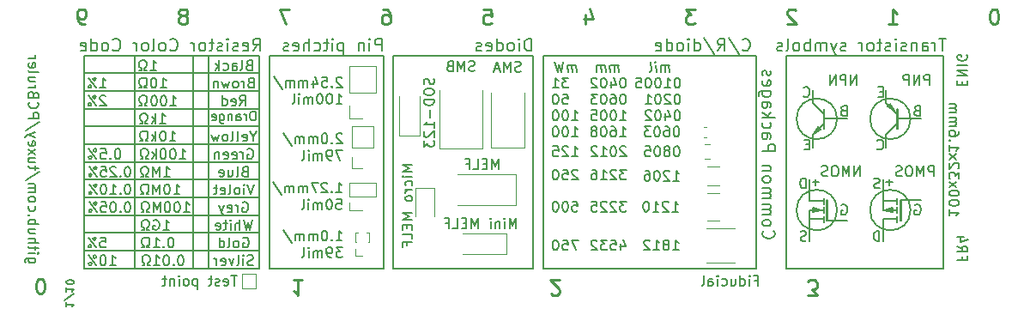
<source format=gbr>
G04 #@! TF.GenerationSoftware,KiCad,Pcbnew,(5.1.4)-1*
G04 #@! TF.CreationDate,2020-02-22T23:02:46+01:00*
G04 #@! TF.ProjectId,PCBRuler,50434252-756c-4657-922e-6b696361645f,1.0*
G04 #@! TF.SameCoordinates,Original*
G04 #@! TF.FileFunction,Legend,Bot*
G04 #@! TF.FilePolarity,Positive*
%FSLAX46Y46*%
G04 Gerber Fmt 4.6, Leading zero omitted, Abs format (unit mm)*
G04 Created by KiCad (PCBNEW (5.1.4)-1) date 2020-02-22 23:02:46*
%MOMM*%
%LPD*%
G04 APERTURE LIST*
%ADD10C,0.150000*%
%ADD11C,0.200000*%
%ADD12C,0.120000*%
%ADD13C,0.250000*%
G04 APERTURE END LIST*
D10*
X178871428Y-107176190D02*
X178871428Y-106842857D01*
X178347619Y-106700000D02*
X178347619Y-107176190D01*
X179347619Y-107176190D01*
X179347619Y-106700000D01*
X178347619Y-106271428D02*
X179347619Y-106271428D01*
X178347619Y-105700000D01*
X179347619Y-105700000D01*
X178347619Y-105223809D02*
X179347619Y-105223809D01*
X179300000Y-104223809D02*
X179347619Y-104319047D01*
X179347619Y-104461904D01*
X179300000Y-104604761D01*
X179204761Y-104700000D01*
X179109523Y-104747619D01*
X178919047Y-104795238D01*
X178776190Y-104795238D01*
X178585714Y-104747619D01*
X178490476Y-104700000D01*
X178395238Y-104604761D01*
X178347619Y-104461904D01*
X178347619Y-104366666D01*
X178395238Y-104223809D01*
X178442857Y-104176190D01*
X178776190Y-104176190D01*
X178776190Y-104366666D01*
X178871428Y-124133333D02*
X178871428Y-124466666D01*
X178347619Y-124466666D02*
X179347619Y-124466666D01*
X179347619Y-123990476D01*
X178347619Y-123038095D02*
X178823809Y-123371428D01*
X178347619Y-123609523D02*
X179347619Y-123609523D01*
X179347619Y-123228571D01*
X179300000Y-123133333D01*
X179252380Y-123085714D01*
X179157142Y-123038095D01*
X179014285Y-123038095D01*
X178919047Y-123085714D01*
X178871428Y-123133333D01*
X178823809Y-123228571D01*
X178823809Y-123609523D01*
X179014285Y-122180952D02*
X178347619Y-122180952D01*
X179395238Y-122419047D02*
X178680952Y-122657142D01*
X178680952Y-122038095D01*
X177547619Y-119452380D02*
X177547619Y-120023809D01*
X177547619Y-119738095D02*
X178547619Y-119738095D01*
X178404761Y-119833333D01*
X178309523Y-119928571D01*
X178261904Y-120023809D01*
X178547619Y-118833333D02*
X178547619Y-118738095D01*
X178500000Y-118642857D01*
X178452380Y-118595238D01*
X178357142Y-118547619D01*
X178166666Y-118500000D01*
X177928571Y-118500000D01*
X177738095Y-118547619D01*
X177642857Y-118595238D01*
X177595238Y-118642857D01*
X177547619Y-118738095D01*
X177547619Y-118833333D01*
X177595238Y-118928571D01*
X177642857Y-118976190D01*
X177738095Y-119023809D01*
X177928571Y-119071428D01*
X178166666Y-119071428D01*
X178357142Y-119023809D01*
X178452380Y-118976190D01*
X178500000Y-118928571D01*
X178547619Y-118833333D01*
X178547619Y-117880952D02*
X178547619Y-117785714D01*
X178500000Y-117690476D01*
X178452380Y-117642857D01*
X178357142Y-117595238D01*
X178166666Y-117547619D01*
X177928571Y-117547619D01*
X177738095Y-117595238D01*
X177642857Y-117642857D01*
X177595238Y-117690476D01*
X177547619Y-117785714D01*
X177547619Y-117880952D01*
X177595238Y-117976190D01*
X177642857Y-118023809D01*
X177738095Y-118071428D01*
X177928571Y-118119047D01*
X178166666Y-118119047D01*
X178357142Y-118071428D01*
X178452380Y-118023809D01*
X178500000Y-117976190D01*
X178547619Y-117880952D01*
X177547619Y-117214285D02*
X178214285Y-116690476D01*
X178214285Y-117214285D02*
X177547619Y-116690476D01*
X178547619Y-116404761D02*
X178547619Y-115785714D01*
X178166666Y-116119047D01*
X178166666Y-115976190D01*
X178119047Y-115880952D01*
X178071428Y-115833333D01*
X177976190Y-115785714D01*
X177738095Y-115785714D01*
X177642857Y-115833333D01*
X177595238Y-115880952D01*
X177547619Y-115976190D01*
X177547619Y-116261904D01*
X177595238Y-116357142D01*
X177642857Y-116404761D01*
X178452380Y-115404761D02*
X178500000Y-115357142D01*
X178547619Y-115261904D01*
X178547619Y-115023809D01*
X178500000Y-114928571D01*
X178452380Y-114880952D01*
X178357142Y-114833333D01*
X178261904Y-114833333D01*
X178119047Y-114880952D01*
X177547619Y-115452380D01*
X177547619Y-114833333D01*
X177547619Y-114500000D02*
X178214285Y-113976190D01*
X178214285Y-114500000D02*
X177547619Y-113976190D01*
X177547619Y-113071428D02*
X177547619Y-113642857D01*
X177547619Y-113357142D02*
X178547619Y-113357142D01*
X178404761Y-113452380D01*
X178309523Y-113547619D01*
X178261904Y-113642857D01*
X177642857Y-112642857D02*
X177595238Y-112595238D01*
X177547619Y-112642857D01*
X177595238Y-112690476D01*
X177642857Y-112642857D01*
X177547619Y-112642857D01*
X178547619Y-111738095D02*
X178547619Y-111928571D01*
X178500000Y-112023809D01*
X178452380Y-112071428D01*
X178309523Y-112166666D01*
X178119047Y-112214285D01*
X177738095Y-112214285D01*
X177642857Y-112166666D01*
X177595238Y-112119047D01*
X177547619Y-112023809D01*
X177547619Y-111833333D01*
X177595238Y-111738095D01*
X177642857Y-111690476D01*
X177738095Y-111642857D01*
X177976190Y-111642857D01*
X178071428Y-111690476D01*
X178119047Y-111738095D01*
X178166666Y-111833333D01*
X178166666Y-112023809D01*
X178119047Y-112119047D01*
X178071428Y-112166666D01*
X177976190Y-112214285D01*
X177547619Y-111214285D02*
X178214285Y-111214285D01*
X178119047Y-111214285D02*
X178166666Y-111166666D01*
X178214285Y-111071428D01*
X178214285Y-110928571D01*
X178166666Y-110833333D01*
X178071428Y-110785714D01*
X177547619Y-110785714D01*
X178071428Y-110785714D02*
X178166666Y-110738095D01*
X178214285Y-110642857D01*
X178214285Y-110500000D01*
X178166666Y-110404761D01*
X178071428Y-110357142D01*
X177547619Y-110357142D01*
X177547619Y-109880952D02*
X178214285Y-109880952D01*
X178119047Y-109880952D02*
X178166666Y-109833333D01*
X178214285Y-109738095D01*
X178214285Y-109595238D01*
X178166666Y-109500000D01*
X178071428Y-109452380D01*
X177547619Y-109452380D01*
X178071428Y-109452380D02*
X178166666Y-109404761D01*
X178214285Y-109309523D01*
X178214285Y-109166666D01*
X178166666Y-109071428D01*
X178071428Y-109023809D01*
X177547619Y-109023809D01*
X177000000Y-125250000D02*
X177000000Y-104250000D01*
X161500000Y-125250000D02*
X177000000Y-125250000D01*
X161500000Y-104250000D02*
X161500000Y-125250000D01*
X177000000Y-104250000D02*
X161500000Y-104250000D01*
D11*
X177255714Y-102592857D02*
X176570000Y-102592857D01*
X176912857Y-103792857D02*
X176912857Y-102592857D01*
X176170000Y-103792857D02*
X176170000Y-102992857D01*
X176170000Y-103221428D02*
X176112857Y-103107142D01*
X176055714Y-103050000D01*
X175941428Y-102992857D01*
X175827142Y-102992857D01*
X174912857Y-103792857D02*
X174912857Y-103164285D01*
X174970000Y-103050000D01*
X175084285Y-102992857D01*
X175312857Y-102992857D01*
X175427142Y-103050000D01*
X174912857Y-103735714D02*
X175027142Y-103792857D01*
X175312857Y-103792857D01*
X175427142Y-103735714D01*
X175484285Y-103621428D01*
X175484285Y-103507142D01*
X175427142Y-103392857D01*
X175312857Y-103335714D01*
X175027142Y-103335714D01*
X174912857Y-103278571D01*
X174341428Y-102992857D02*
X174341428Y-103792857D01*
X174341428Y-103107142D02*
X174284285Y-103050000D01*
X174170000Y-102992857D01*
X173998571Y-102992857D01*
X173884285Y-103050000D01*
X173827142Y-103164285D01*
X173827142Y-103792857D01*
X173312857Y-103735714D02*
X173198571Y-103792857D01*
X172970000Y-103792857D01*
X172855714Y-103735714D01*
X172798571Y-103621428D01*
X172798571Y-103564285D01*
X172855714Y-103450000D01*
X172970000Y-103392857D01*
X173141428Y-103392857D01*
X173255714Y-103335714D01*
X173312857Y-103221428D01*
X173312857Y-103164285D01*
X173255714Y-103050000D01*
X173141428Y-102992857D01*
X172970000Y-102992857D01*
X172855714Y-103050000D01*
X172284285Y-103792857D02*
X172284285Y-102992857D01*
X172284285Y-102592857D02*
X172341428Y-102650000D01*
X172284285Y-102707142D01*
X172227142Y-102650000D01*
X172284285Y-102592857D01*
X172284285Y-102707142D01*
X171770000Y-103735714D02*
X171655714Y-103792857D01*
X171427142Y-103792857D01*
X171312857Y-103735714D01*
X171255714Y-103621428D01*
X171255714Y-103564285D01*
X171312857Y-103450000D01*
X171427142Y-103392857D01*
X171598571Y-103392857D01*
X171712857Y-103335714D01*
X171770000Y-103221428D01*
X171770000Y-103164285D01*
X171712857Y-103050000D01*
X171598571Y-102992857D01*
X171427142Y-102992857D01*
X171312857Y-103050000D01*
X170912857Y-102992857D02*
X170455714Y-102992857D01*
X170741428Y-102592857D02*
X170741428Y-103621428D01*
X170684285Y-103735714D01*
X170570000Y-103792857D01*
X170455714Y-103792857D01*
X169884285Y-103792857D02*
X169998571Y-103735714D01*
X170055714Y-103678571D01*
X170112857Y-103564285D01*
X170112857Y-103221428D01*
X170055714Y-103107142D01*
X169998571Y-103050000D01*
X169884285Y-102992857D01*
X169712857Y-102992857D01*
X169598571Y-103050000D01*
X169541428Y-103107142D01*
X169484285Y-103221428D01*
X169484285Y-103564285D01*
X169541428Y-103678571D01*
X169598571Y-103735714D01*
X169712857Y-103792857D01*
X169884285Y-103792857D01*
X168970000Y-103792857D02*
X168970000Y-102992857D01*
X168970000Y-103221428D02*
X168912857Y-103107142D01*
X168855714Y-103050000D01*
X168741428Y-102992857D01*
X168627142Y-102992857D01*
X167370000Y-103735714D02*
X167255714Y-103792857D01*
X167027142Y-103792857D01*
X166912857Y-103735714D01*
X166855714Y-103621428D01*
X166855714Y-103564285D01*
X166912857Y-103450000D01*
X167027142Y-103392857D01*
X167198571Y-103392857D01*
X167312857Y-103335714D01*
X167370000Y-103221428D01*
X167370000Y-103164285D01*
X167312857Y-103050000D01*
X167198571Y-102992857D01*
X167027142Y-102992857D01*
X166912857Y-103050000D01*
X166455714Y-102992857D02*
X166170000Y-103792857D01*
X165884285Y-102992857D02*
X166170000Y-103792857D01*
X166284285Y-104078571D01*
X166341428Y-104135714D01*
X166455714Y-104192857D01*
X165427142Y-103792857D02*
X165427142Y-102992857D01*
X165427142Y-103107142D02*
X165370000Y-103050000D01*
X165255714Y-102992857D01*
X165084285Y-102992857D01*
X164970000Y-103050000D01*
X164912857Y-103164285D01*
X164912857Y-103792857D01*
X164912857Y-103164285D02*
X164855714Y-103050000D01*
X164741428Y-102992857D01*
X164570000Y-102992857D01*
X164455714Y-103050000D01*
X164398571Y-103164285D01*
X164398571Y-103792857D01*
X163827142Y-103792857D02*
X163827142Y-102592857D01*
X163827142Y-103050000D02*
X163712857Y-102992857D01*
X163484285Y-102992857D01*
X163370000Y-103050000D01*
X163312857Y-103107142D01*
X163255714Y-103221428D01*
X163255714Y-103564285D01*
X163312857Y-103678571D01*
X163370000Y-103735714D01*
X163484285Y-103792857D01*
X163712857Y-103792857D01*
X163827142Y-103735714D01*
X162570000Y-103792857D02*
X162684285Y-103735714D01*
X162741428Y-103678571D01*
X162798571Y-103564285D01*
X162798571Y-103221428D01*
X162741428Y-103107142D01*
X162684285Y-103050000D01*
X162570000Y-102992857D01*
X162398571Y-102992857D01*
X162284285Y-103050000D01*
X162227142Y-103107142D01*
X162170000Y-103221428D01*
X162170000Y-103564285D01*
X162227142Y-103678571D01*
X162284285Y-103735714D01*
X162398571Y-103792857D01*
X162570000Y-103792857D01*
X161484285Y-103792857D02*
X161598571Y-103735714D01*
X161655714Y-103621428D01*
X161655714Y-102592857D01*
X161084285Y-103735714D02*
X160970000Y-103792857D01*
X160741428Y-103792857D01*
X160627142Y-103735714D01*
X160570000Y-103621428D01*
X160570000Y-103564285D01*
X160627142Y-103450000D01*
X160741428Y-103392857D01*
X160912857Y-103392857D01*
X161027142Y-103335714D01*
X161084285Y-103221428D01*
X161084285Y-103164285D01*
X161027142Y-103050000D01*
X160912857Y-102992857D01*
X160741428Y-102992857D01*
X160627142Y-103050000D01*
D10*
X110500000Y-104250000D02*
X110500000Y-125250000D01*
X121750000Y-104250000D02*
X110500000Y-104250000D01*
X121750000Y-125250000D02*
X121750000Y-104250000D01*
X110500000Y-125250000D02*
X121750000Y-125250000D01*
D11*
X159271428Y-121542857D02*
X159214285Y-121600000D01*
X159157142Y-121771428D01*
X159157142Y-121885714D01*
X159214285Y-122057142D01*
X159328571Y-122171428D01*
X159442857Y-122228571D01*
X159671428Y-122285714D01*
X159842857Y-122285714D01*
X160071428Y-122228571D01*
X160185714Y-122171428D01*
X160300000Y-122057142D01*
X160357142Y-121885714D01*
X160357142Y-121771428D01*
X160300000Y-121600000D01*
X160242857Y-121542857D01*
X159157142Y-120857142D02*
X159214285Y-120971428D01*
X159271428Y-121028571D01*
X159385714Y-121085714D01*
X159728571Y-121085714D01*
X159842857Y-121028571D01*
X159900000Y-120971428D01*
X159957142Y-120857142D01*
X159957142Y-120685714D01*
X159900000Y-120571428D01*
X159842857Y-120514285D01*
X159728571Y-120457142D01*
X159385714Y-120457142D01*
X159271428Y-120514285D01*
X159214285Y-120571428D01*
X159157142Y-120685714D01*
X159157142Y-120857142D01*
X159157142Y-119942857D02*
X159957142Y-119942857D01*
X159842857Y-119942857D02*
X159900000Y-119885714D01*
X159957142Y-119771428D01*
X159957142Y-119600000D01*
X159900000Y-119485714D01*
X159785714Y-119428571D01*
X159157142Y-119428571D01*
X159785714Y-119428571D02*
X159900000Y-119371428D01*
X159957142Y-119257142D01*
X159957142Y-119085714D01*
X159900000Y-118971428D01*
X159785714Y-118914285D01*
X159157142Y-118914285D01*
X159157142Y-118342857D02*
X159957142Y-118342857D01*
X159842857Y-118342857D02*
X159900000Y-118285714D01*
X159957142Y-118171428D01*
X159957142Y-118000000D01*
X159900000Y-117885714D01*
X159785714Y-117828571D01*
X159157142Y-117828571D01*
X159785714Y-117828571D02*
X159900000Y-117771428D01*
X159957142Y-117657142D01*
X159957142Y-117485714D01*
X159900000Y-117371428D01*
X159785714Y-117314285D01*
X159157142Y-117314285D01*
X159157142Y-116571428D02*
X159214285Y-116685714D01*
X159271428Y-116742857D01*
X159385714Y-116800000D01*
X159728571Y-116800000D01*
X159842857Y-116742857D01*
X159900000Y-116685714D01*
X159957142Y-116571428D01*
X159957142Y-116400000D01*
X159900000Y-116285714D01*
X159842857Y-116228571D01*
X159728571Y-116171428D01*
X159385714Y-116171428D01*
X159271428Y-116228571D01*
X159214285Y-116285714D01*
X159157142Y-116400000D01*
X159157142Y-116571428D01*
X159957142Y-115657142D02*
X159157142Y-115657142D01*
X159842857Y-115657142D02*
X159900000Y-115600000D01*
X159957142Y-115485714D01*
X159957142Y-115314285D01*
X159900000Y-115200000D01*
X159785714Y-115142857D01*
X159157142Y-115142857D01*
X159157142Y-113657142D02*
X160357142Y-113657142D01*
X160357142Y-113200000D01*
X160300000Y-113085714D01*
X160242857Y-113028571D01*
X160128571Y-112971428D01*
X159957142Y-112971428D01*
X159842857Y-113028571D01*
X159785714Y-113085714D01*
X159728571Y-113200000D01*
X159728571Y-113657142D01*
X159157142Y-111942857D02*
X159785714Y-111942857D01*
X159900000Y-112000000D01*
X159957142Y-112114285D01*
X159957142Y-112342857D01*
X159900000Y-112457142D01*
X159214285Y-111942857D02*
X159157142Y-112057142D01*
X159157142Y-112342857D01*
X159214285Y-112457142D01*
X159328571Y-112514285D01*
X159442857Y-112514285D01*
X159557142Y-112457142D01*
X159614285Y-112342857D01*
X159614285Y-112057142D01*
X159671428Y-111942857D01*
X159214285Y-110857142D02*
X159157142Y-110971428D01*
X159157142Y-111200000D01*
X159214285Y-111314285D01*
X159271428Y-111371428D01*
X159385714Y-111428571D01*
X159728571Y-111428571D01*
X159842857Y-111371428D01*
X159900000Y-111314285D01*
X159957142Y-111200000D01*
X159957142Y-110971428D01*
X159900000Y-110857142D01*
X159157142Y-110342857D02*
X160357142Y-110342857D01*
X159614285Y-110228571D02*
X159157142Y-109885714D01*
X159957142Y-109885714D02*
X159500000Y-110342857D01*
X159157142Y-108857142D02*
X159785714Y-108857142D01*
X159900000Y-108914285D01*
X159957142Y-109028571D01*
X159957142Y-109257142D01*
X159900000Y-109371428D01*
X159214285Y-108857142D02*
X159157142Y-108971428D01*
X159157142Y-109257142D01*
X159214285Y-109371428D01*
X159328571Y-109428571D01*
X159442857Y-109428571D01*
X159557142Y-109371428D01*
X159614285Y-109257142D01*
X159614285Y-108971428D01*
X159671428Y-108857142D01*
X159957142Y-107771428D02*
X158985714Y-107771428D01*
X158871428Y-107828571D01*
X158814285Y-107885714D01*
X158757142Y-108000000D01*
X158757142Y-108171428D01*
X158814285Y-108285714D01*
X159214285Y-107771428D02*
X159157142Y-107885714D01*
X159157142Y-108114285D01*
X159214285Y-108228571D01*
X159271428Y-108285714D01*
X159385714Y-108342857D01*
X159728571Y-108342857D01*
X159842857Y-108285714D01*
X159900000Y-108228571D01*
X159957142Y-108114285D01*
X159957142Y-107885714D01*
X159900000Y-107771428D01*
X159214285Y-106742857D02*
X159157142Y-106857142D01*
X159157142Y-107085714D01*
X159214285Y-107200000D01*
X159328571Y-107257142D01*
X159785714Y-107257142D01*
X159900000Y-107200000D01*
X159957142Y-107085714D01*
X159957142Y-106857142D01*
X159900000Y-106742857D01*
X159785714Y-106685714D01*
X159671428Y-106685714D01*
X159557142Y-107257142D01*
X159214285Y-106228571D02*
X159157142Y-106114285D01*
X159157142Y-105885714D01*
X159214285Y-105771428D01*
X159328571Y-105714285D01*
X159385714Y-105714285D01*
X159500000Y-105771428D01*
X159557142Y-105885714D01*
X159557142Y-106057142D01*
X159614285Y-106171428D01*
X159728571Y-106228571D01*
X159785714Y-106228571D01*
X159900000Y-106171428D01*
X159957142Y-106057142D01*
X159957142Y-105885714D01*
X159900000Y-105771428D01*
D10*
X137500000Y-104250000D02*
X137500000Y-125250000D01*
X158500000Y-104250000D02*
X137500000Y-104250000D01*
X158500000Y-125250000D02*
X158500000Y-104250000D01*
X137500000Y-125250000D02*
X158500000Y-125250000D01*
X139437976Y-108052380D02*
X139914166Y-108052380D01*
X139961785Y-108528571D01*
X139914166Y-108480952D01*
X139818928Y-108433333D01*
X139580833Y-108433333D01*
X139485595Y-108480952D01*
X139437976Y-108528571D01*
X139390357Y-108623809D01*
X139390357Y-108861904D01*
X139437976Y-108957142D01*
X139485595Y-109004761D01*
X139580833Y-109052380D01*
X139818928Y-109052380D01*
X139914166Y-109004761D01*
X139961785Y-108957142D01*
X138771309Y-108052380D02*
X138676071Y-108052380D01*
X138580833Y-108100000D01*
X138533214Y-108147619D01*
X138485595Y-108242857D01*
X138437976Y-108433333D01*
X138437976Y-108671428D01*
X138485595Y-108861904D01*
X138533214Y-108957142D01*
X138580833Y-109004761D01*
X138676071Y-109052380D01*
X138771309Y-109052380D01*
X138866547Y-109004761D01*
X138914166Y-108957142D01*
X138961785Y-108861904D01*
X139009404Y-108671428D01*
X139009404Y-108433333D01*
X138961785Y-108242857D01*
X138914166Y-108147619D01*
X138866547Y-108100000D01*
X138771309Y-108052380D01*
X145423928Y-108052380D02*
X145328690Y-108052380D01*
X145233452Y-108100000D01*
X145185833Y-108147619D01*
X145138214Y-108242857D01*
X145090595Y-108433333D01*
X145090595Y-108671428D01*
X145138214Y-108861904D01*
X145185833Y-108957142D01*
X145233452Y-109004761D01*
X145328690Y-109052380D01*
X145423928Y-109052380D01*
X145519166Y-109004761D01*
X145566785Y-108957142D01*
X145614404Y-108861904D01*
X145662023Y-108671428D01*
X145662023Y-108433333D01*
X145614404Y-108242857D01*
X145566785Y-108147619D01*
X145519166Y-108100000D01*
X145423928Y-108052380D01*
X144233452Y-108052380D02*
X144423928Y-108052380D01*
X144519166Y-108100000D01*
X144566785Y-108147619D01*
X144662023Y-108290476D01*
X144709642Y-108480952D01*
X144709642Y-108861904D01*
X144662023Y-108957142D01*
X144614404Y-109004761D01*
X144519166Y-109052380D01*
X144328690Y-109052380D01*
X144233452Y-109004761D01*
X144185833Y-108957142D01*
X144138214Y-108861904D01*
X144138214Y-108623809D01*
X144185833Y-108528571D01*
X144233452Y-108480952D01*
X144328690Y-108433333D01*
X144519166Y-108433333D01*
X144614404Y-108480952D01*
X144662023Y-108528571D01*
X144709642Y-108623809D01*
X143519166Y-108052380D02*
X143423928Y-108052380D01*
X143328690Y-108100000D01*
X143281071Y-108147619D01*
X143233452Y-108242857D01*
X143185833Y-108433333D01*
X143185833Y-108671428D01*
X143233452Y-108861904D01*
X143281071Y-108957142D01*
X143328690Y-109004761D01*
X143423928Y-109052380D01*
X143519166Y-109052380D01*
X143614404Y-109004761D01*
X143662023Y-108957142D01*
X143709642Y-108861904D01*
X143757261Y-108671428D01*
X143757261Y-108433333D01*
X143709642Y-108242857D01*
X143662023Y-108147619D01*
X143614404Y-108100000D01*
X143519166Y-108052380D01*
X142852500Y-108052380D02*
X142233452Y-108052380D01*
X142566785Y-108433333D01*
X142423928Y-108433333D01*
X142328690Y-108480952D01*
X142281071Y-108528571D01*
X142233452Y-108623809D01*
X142233452Y-108861904D01*
X142281071Y-108957142D01*
X142328690Y-109004761D01*
X142423928Y-109052380D01*
X142709642Y-109052380D01*
X142804880Y-109004761D01*
X142852500Y-108957142D01*
X140009404Y-106452380D02*
X139390357Y-106452380D01*
X139723690Y-106833333D01*
X139580833Y-106833333D01*
X139485595Y-106880952D01*
X139437976Y-106928571D01*
X139390357Y-107023809D01*
X139390357Y-107261904D01*
X139437976Y-107357142D01*
X139485595Y-107404761D01*
X139580833Y-107452380D01*
X139866547Y-107452380D01*
X139961785Y-107404761D01*
X140009404Y-107357142D01*
X138437976Y-107452380D02*
X139009404Y-107452380D01*
X138723690Y-107452380D02*
X138723690Y-106452380D01*
X138818928Y-106595238D01*
X138914166Y-106690476D01*
X139009404Y-106738095D01*
X140342738Y-112252380D02*
X140914166Y-112252380D01*
X140628452Y-112252380D02*
X140628452Y-111252380D01*
X140723690Y-111395238D01*
X140818928Y-111490476D01*
X140914166Y-111538095D01*
X139723690Y-111252380D02*
X139628452Y-111252380D01*
X139533214Y-111300000D01*
X139485595Y-111347619D01*
X139437976Y-111442857D01*
X139390357Y-111633333D01*
X139390357Y-111871428D01*
X139437976Y-112061904D01*
X139485595Y-112157142D01*
X139533214Y-112204761D01*
X139628452Y-112252380D01*
X139723690Y-112252380D01*
X139818928Y-112204761D01*
X139866547Y-112157142D01*
X139914166Y-112061904D01*
X139961785Y-111871428D01*
X139961785Y-111633333D01*
X139914166Y-111442857D01*
X139866547Y-111347619D01*
X139818928Y-111300000D01*
X139723690Y-111252380D01*
X138771309Y-111252380D02*
X138676071Y-111252380D01*
X138580833Y-111300000D01*
X138533214Y-111347619D01*
X138485595Y-111442857D01*
X138437976Y-111633333D01*
X138437976Y-111871428D01*
X138485595Y-112061904D01*
X138533214Y-112157142D01*
X138580833Y-112204761D01*
X138676071Y-112252380D01*
X138771309Y-112252380D01*
X138866547Y-112204761D01*
X138914166Y-112157142D01*
X138961785Y-112061904D01*
X139009404Y-111871428D01*
X139009404Y-111633333D01*
X138961785Y-111442857D01*
X138914166Y-111347619D01*
X138866547Y-111300000D01*
X138771309Y-111252380D01*
X140342738Y-110652380D02*
X140914166Y-110652380D01*
X140628452Y-110652380D02*
X140628452Y-109652380D01*
X140723690Y-109795238D01*
X140818928Y-109890476D01*
X140914166Y-109938095D01*
X139723690Y-109652380D02*
X139628452Y-109652380D01*
X139533214Y-109700000D01*
X139485595Y-109747619D01*
X139437976Y-109842857D01*
X139390357Y-110033333D01*
X139390357Y-110271428D01*
X139437976Y-110461904D01*
X139485595Y-110557142D01*
X139533214Y-110604761D01*
X139628452Y-110652380D01*
X139723690Y-110652380D01*
X139818928Y-110604761D01*
X139866547Y-110557142D01*
X139914166Y-110461904D01*
X139961785Y-110271428D01*
X139961785Y-110033333D01*
X139914166Y-109842857D01*
X139866547Y-109747619D01*
X139818928Y-109700000D01*
X139723690Y-109652380D01*
X138771309Y-109652380D02*
X138676071Y-109652380D01*
X138580833Y-109700000D01*
X138533214Y-109747619D01*
X138485595Y-109842857D01*
X138437976Y-110033333D01*
X138437976Y-110271428D01*
X138485595Y-110461904D01*
X138533214Y-110557142D01*
X138580833Y-110604761D01*
X138676071Y-110652380D01*
X138771309Y-110652380D01*
X138866547Y-110604761D01*
X138914166Y-110557142D01*
X138961785Y-110461904D01*
X139009404Y-110271428D01*
X139009404Y-110033333D01*
X138961785Y-109842857D01*
X138914166Y-109747619D01*
X138866547Y-109700000D01*
X138771309Y-109652380D01*
X140961785Y-122452380D02*
X140295119Y-122452380D01*
X140723690Y-123452380D01*
X139437976Y-122452380D02*
X139914166Y-122452380D01*
X139961785Y-122928571D01*
X139914166Y-122880952D01*
X139818928Y-122833333D01*
X139580833Y-122833333D01*
X139485595Y-122880952D01*
X139437976Y-122928571D01*
X139390357Y-123023809D01*
X139390357Y-123261904D01*
X139437976Y-123357142D01*
X139485595Y-123404761D01*
X139580833Y-123452380D01*
X139818928Y-123452380D01*
X139914166Y-123404761D01*
X139961785Y-123357142D01*
X138771309Y-122452380D02*
X138676071Y-122452380D01*
X138580833Y-122500000D01*
X138533214Y-122547619D01*
X138485595Y-122642857D01*
X138437976Y-122833333D01*
X138437976Y-123071428D01*
X138485595Y-123261904D01*
X138533214Y-123357142D01*
X138580833Y-123404761D01*
X138676071Y-123452380D01*
X138771309Y-123452380D01*
X138866547Y-123404761D01*
X138914166Y-123357142D01*
X138961785Y-123261904D01*
X139009404Y-123071428D01*
X139009404Y-122833333D01*
X138961785Y-122642857D01*
X138914166Y-122547619D01*
X138866547Y-122500000D01*
X138771309Y-122452380D01*
X140914166Y-115597619D02*
X140866547Y-115550000D01*
X140771309Y-115502380D01*
X140533214Y-115502380D01*
X140437976Y-115550000D01*
X140390357Y-115597619D01*
X140342738Y-115692857D01*
X140342738Y-115788095D01*
X140390357Y-115930952D01*
X140961785Y-116502380D01*
X140342738Y-116502380D01*
X139437976Y-115502380D02*
X139914166Y-115502380D01*
X139961785Y-115978571D01*
X139914166Y-115930952D01*
X139818928Y-115883333D01*
X139580833Y-115883333D01*
X139485595Y-115930952D01*
X139437976Y-115978571D01*
X139390357Y-116073809D01*
X139390357Y-116311904D01*
X139437976Y-116407142D01*
X139485595Y-116454761D01*
X139580833Y-116502380D01*
X139818928Y-116502380D01*
X139914166Y-116454761D01*
X139961785Y-116407142D01*
X138771309Y-115502380D02*
X138676071Y-115502380D01*
X138580833Y-115550000D01*
X138533214Y-115597619D01*
X138485595Y-115692857D01*
X138437976Y-115883333D01*
X138437976Y-116121428D01*
X138485595Y-116311904D01*
X138533214Y-116407142D01*
X138580833Y-116454761D01*
X138676071Y-116502380D01*
X138771309Y-116502380D01*
X138866547Y-116454761D01*
X138914166Y-116407142D01*
X138961785Y-116311904D01*
X139009404Y-116121428D01*
X139009404Y-115883333D01*
X138961785Y-115692857D01*
X138914166Y-115597619D01*
X138866547Y-115550000D01*
X138771309Y-115502380D01*
X140342738Y-114202380D02*
X140914166Y-114202380D01*
X140628452Y-114202380D02*
X140628452Y-113202380D01*
X140723690Y-113345238D01*
X140818928Y-113440476D01*
X140914166Y-113488095D01*
X139961785Y-113297619D02*
X139914166Y-113250000D01*
X139818928Y-113202380D01*
X139580833Y-113202380D01*
X139485595Y-113250000D01*
X139437976Y-113297619D01*
X139390357Y-113392857D01*
X139390357Y-113488095D01*
X139437976Y-113630952D01*
X140009404Y-114202380D01*
X139390357Y-114202380D01*
X138485595Y-113202380D02*
X138961785Y-113202380D01*
X139009404Y-113678571D01*
X138961785Y-113630952D01*
X138866547Y-113583333D01*
X138628452Y-113583333D01*
X138533214Y-113630952D01*
X138485595Y-113678571D01*
X138437976Y-113773809D01*
X138437976Y-114011904D01*
X138485595Y-114107142D01*
X138533214Y-114154761D01*
X138628452Y-114202380D01*
X138866547Y-114202380D01*
X138961785Y-114154761D01*
X139009404Y-114107142D01*
X140390357Y-118652380D02*
X140866547Y-118652380D01*
X140914166Y-119128571D01*
X140866547Y-119080952D01*
X140771309Y-119033333D01*
X140533214Y-119033333D01*
X140437976Y-119080952D01*
X140390357Y-119128571D01*
X140342738Y-119223809D01*
X140342738Y-119461904D01*
X140390357Y-119557142D01*
X140437976Y-119604761D01*
X140533214Y-119652380D01*
X140771309Y-119652380D01*
X140866547Y-119604761D01*
X140914166Y-119557142D01*
X139723690Y-118652380D02*
X139628452Y-118652380D01*
X139533214Y-118700000D01*
X139485595Y-118747619D01*
X139437976Y-118842857D01*
X139390357Y-119033333D01*
X139390357Y-119271428D01*
X139437976Y-119461904D01*
X139485595Y-119557142D01*
X139533214Y-119604761D01*
X139628452Y-119652380D01*
X139723690Y-119652380D01*
X139818928Y-119604761D01*
X139866547Y-119557142D01*
X139914166Y-119461904D01*
X139961785Y-119271428D01*
X139961785Y-119033333D01*
X139914166Y-118842857D01*
X139866547Y-118747619D01*
X139818928Y-118700000D01*
X139723690Y-118652380D01*
X138771309Y-118652380D02*
X138676071Y-118652380D01*
X138580833Y-118700000D01*
X138533214Y-118747619D01*
X138485595Y-118842857D01*
X138437976Y-119033333D01*
X138437976Y-119271428D01*
X138485595Y-119461904D01*
X138533214Y-119557142D01*
X138580833Y-119604761D01*
X138676071Y-119652380D01*
X138771309Y-119652380D01*
X138866547Y-119604761D01*
X138914166Y-119557142D01*
X138961785Y-119461904D01*
X139009404Y-119271428D01*
X139009404Y-119033333D01*
X138961785Y-118842857D01*
X138914166Y-118747619D01*
X138866547Y-118700000D01*
X138771309Y-118652380D01*
X140808452Y-105852380D02*
X140725119Y-105185714D01*
X140737023Y-105280952D02*
X140683452Y-105233333D01*
X140582261Y-105185714D01*
X140439404Y-105185714D01*
X140350119Y-105233333D01*
X140314404Y-105328571D01*
X140379880Y-105852380D01*
X140314404Y-105328571D02*
X140254880Y-105233333D01*
X140153690Y-105185714D01*
X140010833Y-105185714D01*
X139921547Y-105233333D01*
X139885833Y-105328571D01*
X139951309Y-105852380D01*
X139445357Y-104852380D02*
X139332261Y-105852380D01*
X139052500Y-105138095D01*
X138951309Y-105852380D01*
X138588214Y-104852380D01*
X145008452Y-105852380D02*
X144925119Y-105185714D01*
X144937023Y-105280952D02*
X144883452Y-105233333D01*
X144782261Y-105185714D01*
X144639404Y-105185714D01*
X144550119Y-105233333D01*
X144514404Y-105328571D01*
X144579880Y-105852380D01*
X144514404Y-105328571D02*
X144454880Y-105233333D01*
X144353690Y-105185714D01*
X144210833Y-105185714D01*
X144121547Y-105233333D01*
X144085833Y-105328571D01*
X144151309Y-105852380D01*
X143675119Y-105852380D02*
X143591785Y-105185714D01*
X143603690Y-105280952D02*
X143550119Y-105233333D01*
X143448928Y-105185714D01*
X143306071Y-105185714D01*
X143216785Y-105233333D01*
X143181071Y-105328571D01*
X143246547Y-105852380D01*
X143181071Y-105328571D02*
X143121547Y-105233333D01*
X143020357Y-105185714D01*
X142877500Y-105185714D01*
X142788214Y-105233333D01*
X142752500Y-105328571D01*
X142817976Y-105852380D01*
X145185833Y-122785714D02*
X145185833Y-123452380D01*
X145423928Y-122404761D02*
X145662023Y-123119047D01*
X145042976Y-123119047D01*
X144185833Y-122452380D02*
X144662023Y-122452380D01*
X144709642Y-122928571D01*
X144662023Y-122880952D01*
X144566785Y-122833333D01*
X144328690Y-122833333D01*
X144233452Y-122880952D01*
X144185833Y-122928571D01*
X144138214Y-123023809D01*
X144138214Y-123261904D01*
X144185833Y-123357142D01*
X144233452Y-123404761D01*
X144328690Y-123452380D01*
X144566785Y-123452380D01*
X144662023Y-123404761D01*
X144709642Y-123357142D01*
X143804880Y-122452380D02*
X143185833Y-122452380D01*
X143519166Y-122833333D01*
X143376309Y-122833333D01*
X143281071Y-122880952D01*
X143233452Y-122928571D01*
X143185833Y-123023809D01*
X143185833Y-123261904D01*
X143233452Y-123357142D01*
X143281071Y-123404761D01*
X143376309Y-123452380D01*
X143662023Y-123452380D01*
X143757261Y-123404761D01*
X143804880Y-123357142D01*
X142804880Y-122547619D02*
X142757261Y-122500000D01*
X142662023Y-122452380D01*
X142423928Y-122452380D01*
X142328690Y-122500000D01*
X142281071Y-122547619D01*
X142233452Y-122642857D01*
X142233452Y-122738095D01*
X142281071Y-122880952D01*
X142852500Y-123452380D01*
X142233452Y-123452380D01*
X145709642Y-118652380D02*
X145090595Y-118652380D01*
X145423928Y-119033333D01*
X145281071Y-119033333D01*
X145185833Y-119080952D01*
X145138214Y-119128571D01*
X145090595Y-119223809D01*
X145090595Y-119461904D01*
X145138214Y-119557142D01*
X145185833Y-119604761D01*
X145281071Y-119652380D01*
X145566785Y-119652380D01*
X145662023Y-119604761D01*
X145709642Y-119557142D01*
X144709642Y-118747619D02*
X144662023Y-118700000D01*
X144566785Y-118652380D01*
X144328690Y-118652380D01*
X144233452Y-118700000D01*
X144185833Y-118747619D01*
X144138214Y-118842857D01*
X144138214Y-118938095D01*
X144185833Y-119080952D01*
X144757261Y-119652380D01*
X144138214Y-119652380D01*
X143757261Y-118747619D02*
X143709642Y-118700000D01*
X143614404Y-118652380D01*
X143376309Y-118652380D01*
X143281071Y-118700000D01*
X143233452Y-118747619D01*
X143185833Y-118842857D01*
X143185833Y-118938095D01*
X143233452Y-119080952D01*
X143804880Y-119652380D01*
X143185833Y-119652380D01*
X142281071Y-118652380D02*
X142757261Y-118652380D01*
X142804880Y-119128571D01*
X142757261Y-119080952D01*
X142662023Y-119033333D01*
X142423928Y-119033333D01*
X142328690Y-119080952D01*
X142281071Y-119128571D01*
X142233452Y-119223809D01*
X142233452Y-119461904D01*
X142281071Y-119557142D01*
X142328690Y-119604761D01*
X142423928Y-119652380D01*
X142662023Y-119652380D01*
X142757261Y-119604761D01*
X142804880Y-119557142D01*
X145709642Y-115502380D02*
X145090595Y-115502380D01*
X145423928Y-115883333D01*
X145281071Y-115883333D01*
X145185833Y-115930952D01*
X145138214Y-115978571D01*
X145090595Y-116073809D01*
X145090595Y-116311904D01*
X145138214Y-116407142D01*
X145185833Y-116454761D01*
X145281071Y-116502380D01*
X145566785Y-116502380D01*
X145662023Y-116454761D01*
X145709642Y-116407142D01*
X144709642Y-115597619D02*
X144662023Y-115550000D01*
X144566785Y-115502380D01*
X144328690Y-115502380D01*
X144233452Y-115550000D01*
X144185833Y-115597619D01*
X144138214Y-115692857D01*
X144138214Y-115788095D01*
X144185833Y-115930952D01*
X144757261Y-116502380D01*
X144138214Y-116502380D01*
X143185833Y-116502380D02*
X143757261Y-116502380D01*
X143471547Y-116502380D02*
X143471547Y-115502380D01*
X143566785Y-115645238D01*
X143662023Y-115740476D01*
X143757261Y-115788095D01*
X142328690Y-115502380D02*
X142519166Y-115502380D01*
X142614404Y-115550000D01*
X142662023Y-115597619D01*
X142757261Y-115740476D01*
X142804880Y-115930952D01*
X142804880Y-116311904D01*
X142757261Y-116407142D01*
X142709642Y-116454761D01*
X142614404Y-116502380D01*
X142423928Y-116502380D01*
X142328690Y-116454761D01*
X142281071Y-116407142D01*
X142233452Y-116311904D01*
X142233452Y-116073809D01*
X142281071Y-115978571D01*
X142328690Y-115930952D01*
X142423928Y-115883333D01*
X142614404Y-115883333D01*
X142709642Y-115930952D01*
X142757261Y-115978571D01*
X142804880Y-116073809D01*
X145662023Y-113297619D02*
X145614404Y-113250000D01*
X145519166Y-113202380D01*
X145281071Y-113202380D01*
X145185833Y-113250000D01*
X145138214Y-113297619D01*
X145090595Y-113392857D01*
X145090595Y-113488095D01*
X145138214Y-113630952D01*
X145709642Y-114202380D01*
X145090595Y-114202380D01*
X144471547Y-113202380D02*
X144376309Y-113202380D01*
X144281071Y-113250000D01*
X144233452Y-113297619D01*
X144185833Y-113392857D01*
X144138214Y-113583333D01*
X144138214Y-113821428D01*
X144185833Y-114011904D01*
X144233452Y-114107142D01*
X144281071Y-114154761D01*
X144376309Y-114202380D01*
X144471547Y-114202380D01*
X144566785Y-114154761D01*
X144614404Y-114107142D01*
X144662023Y-114011904D01*
X144709642Y-113821428D01*
X144709642Y-113583333D01*
X144662023Y-113392857D01*
X144614404Y-113297619D01*
X144566785Y-113250000D01*
X144471547Y-113202380D01*
X143185833Y-114202380D02*
X143757261Y-114202380D01*
X143471547Y-114202380D02*
X143471547Y-113202380D01*
X143566785Y-113345238D01*
X143662023Y-113440476D01*
X143757261Y-113488095D01*
X142804880Y-113297619D02*
X142757261Y-113250000D01*
X142662023Y-113202380D01*
X142423928Y-113202380D01*
X142328690Y-113250000D01*
X142281071Y-113297619D01*
X142233452Y-113392857D01*
X142233452Y-113488095D01*
X142281071Y-113630952D01*
X142852500Y-114202380D01*
X142233452Y-114202380D01*
X145090595Y-112252380D02*
X145662023Y-112252380D01*
X145376309Y-112252380D02*
X145376309Y-111252380D01*
X145471547Y-111395238D01*
X145566785Y-111490476D01*
X145662023Y-111538095D01*
X144233452Y-111252380D02*
X144423928Y-111252380D01*
X144519166Y-111300000D01*
X144566785Y-111347619D01*
X144662023Y-111490476D01*
X144709642Y-111680952D01*
X144709642Y-112061904D01*
X144662023Y-112157142D01*
X144614404Y-112204761D01*
X144519166Y-112252380D01*
X144328690Y-112252380D01*
X144233452Y-112204761D01*
X144185833Y-112157142D01*
X144138214Y-112061904D01*
X144138214Y-111823809D01*
X144185833Y-111728571D01*
X144233452Y-111680952D01*
X144328690Y-111633333D01*
X144519166Y-111633333D01*
X144614404Y-111680952D01*
X144662023Y-111728571D01*
X144709642Y-111823809D01*
X143519166Y-111252380D02*
X143423928Y-111252380D01*
X143328690Y-111300000D01*
X143281071Y-111347619D01*
X143233452Y-111442857D01*
X143185833Y-111633333D01*
X143185833Y-111871428D01*
X143233452Y-112061904D01*
X143281071Y-112157142D01*
X143328690Y-112204761D01*
X143423928Y-112252380D01*
X143519166Y-112252380D01*
X143614404Y-112204761D01*
X143662023Y-112157142D01*
X143709642Y-112061904D01*
X143757261Y-111871428D01*
X143757261Y-111633333D01*
X143709642Y-111442857D01*
X143662023Y-111347619D01*
X143614404Y-111300000D01*
X143519166Y-111252380D01*
X142614404Y-111680952D02*
X142709642Y-111633333D01*
X142757261Y-111585714D01*
X142804880Y-111490476D01*
X142804880Y-111442857D01*
X142757261Y-111347619D01*
X142709642Y-111300000D01*
X142614404Y-111252380D01*
X142423928Y-111252380D01*
X142328690Y-111300000D01*
X142281071Y-111347619D01*
X142233452Y-111442857D01*
X142233452Y-111490476D01*
X142281071Y-111585714D01*
X142328690Y-111633333D01*
X142423928Y-111680952D01*
X142614404Y-111680952D01*
X142709642Y-111728571D01*
X142757261Y-111776190D01*
X142804880Y-111871428D01*
X142804880Y-112061904D01*
X142757261Y-112157142D01*
X142709642Y-112204761D01*
X142614404Y-112252380D01*
X142423928Y-112252380D01*
X142328690Y-112204761D01*
X142281071Y-112157142D01*
X142233452Y-112061904D01*
X142233452Y-111871428D01*
X142281071Y-111776190D01*
X142328690Y-111728571D01*
X142423928Y-111680952D01*
X145090595Y-110652380D02*
X145662023Y-110652380D01*
X145376309Y-110652380D02*
X145376309Y-109652380D01*
X145471547Y-109795238D01*
X145566785Y-109890476D01*
X145662023Y-109938095D01*
X144471547Y-109652380D02*
X144376309Y-109652380D01*
X144281071Y-109700000D01*
X144233452Y-109747619D01*
X144185833Y-109842857D01*
X144138214Y-110033333D01*
X144138214Y-110271428D01*
X144185833Y-110461904D01*
X144233452Y-110557142D01*
X144281071Y-110604761D01*
X144376309Y-110652380D01*
X144471547Y-110652380D01*
X144566785Y-110604761D01*
X144614404Y-110557142D01*
X144662023Y-110461904D01*
X144709642Y-110271428D01*
X144709642Y-110033333D01*
X144662023Y-109842857D01*
X144614404Y-109747619D01*
X144566785Y-109700000D01*
X144471547Y-109652380D01*
X143519166Y-109652380D02*
X143423928Y-109652380D01*
X143328690Y-109700000D01*
X143281071Y-109747619D01*
X143233452Y-109842857D01*
X143185833Y-110033333D01*
X143185833Y-110271428D01*
X143233452Y-110461904D01*
X143281071Y-110557142D01*
X143328690Y-110604761D01*
X143423928Y-110652380D01*
X143519166Y-110652380D01*
X143614404Y-110604761D01*
X143662023Y-110557142D01*
X143709642Y-110461904D01*
X143757261Y-110271428D01*
X143757261Y-110033333D01*
X143709642Y-109842857D01*
X143662023Y-109747619D01*
X143614404Y-109700000D01*
X143519166Y-109652380D01*
X142281071Y-109652380D02*
X142757261Y-109652380D01*
X142804880Y-110128571D01*
X142757261Y-110080952D01*
X142662023Y-110033333D01*
X142423928Y-110033333D01*
X142328690Y-110080952D01*
X142281071Y-110128571D01*
X142233452Y-110223809D01*
X142233452Y-110461904D01*
X142281071Y-110557142D01*
X142328690Y-110604761D01*
X142423928Y-110652380D01*
X142662023Y-110652380D01*
X142757261Y-110604761D01*
X142804880Y-110557142D01*
X145423928Y-106452380D02*
X145328690Y-106452380D01*
X145233452Y-106500000D01*
X145185833Y-106547619D01*
X145138214Y-106642857D01*
X145090595Y-106833333D01*
X145090595Y-107071428D01*
X145138214Y-107261904D01*
X145185833Y-107357142D01*
X145233452Y-107404761D01*
X145328690Y-107452380D01*
X145423928Y-107452380D01*
X145519166Y-107404761D01*
X145566785Y-107357142D01*
X145614404Y-107261904D01*
X145662023Y-107071428D01*
X145662023Y-106833333D01*
X145614404Y-106642857D01*
X145566785Y-106547619D01*
X145519166Y-106500000D01*
X145423928Y-106452380D01*
X144233452Y-106785714D02*
X144233452Y-107452380D01*
X144471547Y-106404761D02*
X144709642Y-107119047D01*
X144090595Y-107119047D01*
X143519166Y-106452380D02*
X143423928Y-106452380D01*
X143328690Y-106500000D01*
X143281071Y-106547619D01*
X143233452Y-106642857D01*
X143185833Y-106833333D01*
X143185833Y-107071428D01*
X143233452Y-107261904D01*
X143281071Y-107357142D01*
X143328690Y-107404761D01*
X143423928Y-107452380D01*
X143519166Y-107452380D01*
X143614404Y-107404761D01*
X143662023Y-107357142D01*
X143709642Y-107261904D01*
X143757261Y-107071428D01*
X143757261Y-106833333D01*
X143709642Y-106642857D01*
X143662023Y-106547619D01*
X143614404Y-106500000D01*
X143519166Y-106452380D01*
X142804880Y-106547619D02*
X142757261Y-106500000D01*
X142662023Y-106452380D01*
X142423928Y-106452380D01*
X142328690Y-106500000D01*
X142281071Y-106547619D01*
X142233452Y-106642857D01*
X142233452Y-106738095D01*
X142281071Y-106880952D01*
X142852500Y-107452380D01*
X142233452Y-107452380D01*
X150008452Y-105852380D02*
X149925119Y-105185714D01*
X149937023Y-105280952D02*
X149883452Y-105233333D01*
X149782261Y-105185714D01*
X149639404Y-105185714D01*
X149550119Y-105233333D01*
X149514404Y-105328571D01*
X149579880Y-105852380D01*
X149514404Y-105328571D02*
X149454880Y-105233333D01*
X149353690Y-105185714D01*
X149210833Y-105185714D01*
X149121547Y-105233333D01*
X149085833Y-105328571D01*
X149151309Y-105852380D01*
X148675119Y-105852380D02*
X148591785Y-105185714D01*
X148550119Y-104852380D02*
X148603690Y-104900000D01*
X148562023Y-104947619D01*
X148508452Y-104900000D01*
X148550119Y-104852380D01*
X148562023Y-104947619D01*
X148056071Y-105852380D02*
X148145357Y-105804761D01*
X148181071Y-105709523D01*
X148073928Y-104852380D01*
X136500000Y-125250000D02*
X136500000Y-104250000D01*
X122750000Y-125250000D02*
X136500000Y-125250000D01*
X122750000Y-104250000D02*
X122750000Y-125250000D01*
X136500000Y-104250000D02*
X122750000Y-104250000D01*
D11*
X136334285Y-103792857D02*
X136334285Y-102592857D01*
X136048571Y-102592857D01*
X135877142Y-102650000D01*
X135762857Y-102764285D01*
X135705714Y-102878571D01*
X135648571Y-103107142D01*
X135648571Y-103278571D01*
X135705714Y-103507142D01*
X135762857Y-103621428D01*
X135877142Y-103735714D01*
X136048571Y-103792857D01*
X136334285Y-103792857D01*
X135134285Y-103792857D02*
X135134285Y-102992857D01*
X135134285Y-102592857D02*
X135191428Y-102650000D01*
X135134285Y-102707142D01*
X135077142Y-102650000D01*
X135134285Y-102592857D01*
X135134285Y-102707142D01*
X134391428Y-103792857D02*
X134505714Y-103735714D01*
X134562857Y-103678571D01*
X134620000Y-103564285D01*
X134620000Y-103221428D01*
X134562857Y-103107142D01*
X134505714Y-103050000D01*
X134391428Y-102992857D01*
X134220000Y-102992857D01*
X134105714Y-103050000D01*
X134048571Y-103107142D01*
X133991428Y-103221428D01*
X133991428Y-103564285D01*
X134048571Y-103678571D01*
X134105714Y-103735714D01*
X134220000Y-103792857D01*
X134391428Y-103792857D01*
X132962857Y-103792857D02*
X132962857Y-102592857D01*
X132962857Y-103735714D02*
X133077142Y-103792857D01*
X133305714Y-103792857D01*
X133420000Y-103735714D01*
X133477142Y-103678571D01*
X133534285Y-103564285D01*
X133534285Y-103221428D01*
X133477142Y-103107142D01*
X133420000Y-103050000D01*
X133305714Y-102992857D01*
X133077142Y-102992857D01*
X132962857Y-103050000D01*
X131934285Y-103735714D02*
X132048571Y-103792857D01*
X132277142Y-103792857D01*
X132391428Y-103735714D01*
X132448571Y-103621428D01*
X132448571Y-103164285D01*
X132391428Y-103050000D01*
X132277142Y-102992857D01*
X132048571Y-102992857D01*
X131934285Y-103050000D01*
X131877142Y-103164285D01*
X131877142Y-103278571D01*
X132448571Y-103392857D01*
X131420000Y-103735714D02*
X131305714Y-103792857D01*
X131077142Y-103792857D01*
X130962857Y-103735714D01*
X130905714Y-103621428D01*
X130905714Y-103564285D01*
X130962857Y-103450000D01*
X131077142Y-103392857D01*
X131248571Y-103392857D01*
X131362857Y-103335714D01*
X131420000Y-103221428D01*
X131420000Y-103164285D01*
X131362857Y-103050000D01*
X131248571Y-102992857D01*
X131077142Y-102992857D01*
X130962857Y-103050000D01*
X157164285Y-103678571D02*
X157221428Y-103735714D01*
X157392857Y-103792857D01*
X157507142Y-103792857D01*
X157678571Y-103735714D01*
X157792857Y-103621428D01*
X157850000Y-103507142D01*
X157907142Y-103278571D01*
X157907142Y-103107142D01*
X157850000Y-102878571D01*
X157792857Y-102764285D01*
X157678571Y-102650000D01*
X157507142Y-102592857D01*
X157392857Y-102592857D01*
X157221428Y-102650000D01*
X157164285Y-102707142D01*
X155792857Y-102535714D02*
X156821428Y-104078571D01*
X154707142Y-103792857D02*
X155107142Y-103221428D01*
X155392857Y-103792857D02*
X155392857Y-102592857D01*
X154935714Y-102592857D01*
X154821428Y-102650000D01*
X154764285Y-102707142D01*
X154707142Y-102821428D01*
X154707142Y-102992857D01*
X154764285Y-103107142D01*
X154821428Y-103164285D01*
X154935714Y-103221428D01*
X155392857Y-103221428D01*
X153335714Y-102535714D02*
X154364285Y-104078571D01*
X152421428Y-103792857D02*
X152421428Y-102592857D01*
X152421428Y-103735714D02*
X152535714Y-103792857D01*
X152764285Y-103792857D01*
X152878571Y-103735714D01*
X152935714Y-103678571D01*
X152992857Y-103564285D01*
X152992857Y-103221428D01*
X152935714Y-103107142D01*
X152878571Y-103050000D01*
X152764285Y-102992857D01*
X152535714Y-102992857D01*
X152421428Y-103050000D01*
X151850000Y-103792857D02*
X151850000Y-102992857D01*
X151850000Y-102592857D02*
X151907142Y-102650000D01*
X151850000Y-102707142D01*
X151792857Y-102650000D01*
X151850000Y-102592857D01*
X151850000Y-102707142D01*
X151107142Y-103792857D02*
X151221428Y-103735714D01*
X151278571Y-103678571D01*
X151335714Y-103564285D01*
X151335714Y-103221428D01*
X151278571Y-103107142D01*
X151221428Y-103050000D01*
X151107142Y-102992857D01*
X150935714Y-102992857D01*
X150821428Y-103050000D01*
X150764285Y-103107142D01*
X150707142Y-103221428D01*
X150707142Y-103564285D01*
X150764285Y-103678571D01*
X150821428Y-103735714D01*
X150935714Y-103792857D01*
X151107142Y-103792857D01*
X149678571Y-103792857D02*
X149678571Y-102592857D01*
X149678571Y-103735714D02*
X149792857Y-103792857D01*
X150021428Y-103792857D01*
X150135714Y-103735714D01*
X150192857Y-103678571D01*
X150250000Y-103564285D01*
X150250000Y-103221428D01*
X150192857Y-103107142D01*
X150135714Y-103050000D01*
X150021428Y-102992857D01*
X149792857Y-102992857D01*
X149678571Y-103050000D01*
X148650000Y-103735714D02*
X148764285Y-103792857D01*
X148992857Y-103792857D01*
X149107142Y-103735714D01*
X149164285Y-103621428D01*
X149164285Y-103164285D01*
X149107142Y-103050000D01*
X148992857Y-102992857D01*
X148764285Y-102992857D01*
X148650000Y-103050000D01*
X148592857Y-103164285D01*
X148592857Y-103278571D01*
X149164285Y-103392857D01*
D10*
X117090595Y-122527380D02*
X117662023Y-122527380D01*
X117376309Y-122527380D02*
X117376309Y-121527380D01*
X117471547Y-121670238D01*
X117566785Y-121765476D01*
X117662023Y-121813095D01*
X116662023Y-122432142D02*
X116614404Y-122479761D01*
X116662023Y-122527380D01*
X116709642Y-122479761D01*
X116662023Y-122432142D01*
X116662023Y-122527380D01*
X115995357Y-121527380D02*
X115900119Y-121527380D01*
X115804880Y-121575000D01*
X115757261Y-121622619D01*
X115709642Y-121717857D01*
X115662023Y-121908333D01*
X115662023Y-122146428D01*
X115709642Y-122336904D01*
X115757261Y-122432142D01*
X115804880Y-122479761D01*
X115900119Y-122527380D01*
X115995357Y-122527380D01*
X116090595Y-122479761D01*
X116138214Y-122432142D01*
X116185833Y-122336904D01*
X116233452Y-122146428D01*
X116233452Y-121908333D01*
X116185833Y-121717857D01*
X116138214Y-121622619D01*
X116090595Y-121575000D01*
X115995357Y-121527380D01*
X115233452Y-122527380D02*
X115233452Y-121860714D01*
X115233452Y-121955952D02*
X115185833Y-121908333D01*
X115090595Y-121860714D01*
X114947738Y-121860714D01*
X114852500Y-121908333D01*
X114804880Y-122003571D01*
X114804880Y-122527380D01*
X114804880Y-122003571D02*
X114757261Y-121908333D01*
X114662023Y-121860714D01*
X114519166Y-121860714D01*
X114423928Y-121908333D01*
X114376309Y-122003571D01*
X114376309Y-122527380D01*
X113900119Y-122527380D02*
X113900119Y-121860714D01*
X113900119Y-121955952D02*
X113852500Y-121908333D01*
X113757261Y-121860714D01*
X113614404Y-121860714D01*
X113519166Y-121908333D01*
X113471547Y-122003571D01*
X113471547Y-122527380D01*
X113471547Y-122003571D02*
X113423928Y-121908333D01*
X113328690Y-121860714D01*
X113185833Y-121860714D01*
X113090595Y-121908333D01*
X113042976Y-122003571D01*
X113042976Y-122527380D01*
X111852500Y-121479761D02*
X112709642Y-122765476D01*
X117709642Y-123177380D02*
X117090595Y-123177380D01*
X117423928Y-123558333D01*
X117281071Y-123558333D01*
X117185833Y-123605952D01*
X117138214Y-123653571D01*
X117090595Y-123748809D01*
X117090595Y-123986904D01*
X117138214Y-124082142D01*
X117185833Y-124129761D01*
X117281071Y-124177380D01*
X117566785Y-124177380D01*
X117662023Y-124129761D01*
X117709642Y-124082142D01*
X116614404Y-124177380D02*
X116423928Y-124177380D01*
X116328690Y-124129761D01*
X116281071Y-124082142D01*
X116185833Y-123939285D01*
X116138214Y-123748809D01*
X116138214Y-123367857D01*
X116185833Y-123272619D01*
X116233452Y-123225000D01*
X116328690Y-123177380D01*
X116519166Y-123177380D01*
X116614404Y-123225000D01*
X116662023Y-123272619D01*
X116709642Y-123367857D01*
X116709642Y-123605952D01*
X116662023Y-123701190D01*
X116614404Y-123748809D01*
X116519166Y-123796428D01*
X116328690Y-123796428D01*
X116233452Y-123748809D01*
X116185833Y-123701190D01*
X116138214Y-123605952D01*
X115709642Y-124177380D02*
X115709642Y-123510714D01*
X115709642Y-123605952D02*
X115662023Y-123558333D01*
X115566785Y-123510714D01*
X115423928Y-123510714D01*
X115328690Y-123558333D01*
X115281071Y-123653571D01*
X115281071Y-124177380D01*
X115281071Y-123653571D02*
X115233452Y-123558333D01*
X115138214Y-123510714D01*
X114995357Y-123510714D01*
X114900119Y-123558333D01*
X114852500Y-123653571D01*
X114852500Y-124177380D01*
X114376309Y-124177380D02*
X114376309Y-123510714D01*
X114376309Y-123177380D02*
X114423928Y-123225000D01*
X114376309Y-123272619D01*
X114328690Y-123225000D01*
X114376309Y-123177380D01*
X114376309Y-123272619D01*
X113757261Y-124177380D02*
X113852500Y-124129761D01*
X113900119Y-124034523D01*
X113900119Y-123177380D01*
X87414285Y-124235833D02*
X86604761Y-124235833D01*
X86509523Y-124283452D01*
X86461904Y-124331071D01*
X86414285Y-124426309D01*
X86414285Y-124569166D01*
X86461904Y-124664404D01*
X86795238Y-124235833D02*
X86747619Y-124331071D01*
X86747619Y-124521547D01*
X86795238Y-124616785D01*
X86842857Y-124664404D01*
X86938095Y-124712023D01*
X87223809Y-124712023D01*
X87319047Y-124664404D01*
X87366666Y-124616785D01*
X87414285Y-124521547D01*
X87414285Y-124331071D01*
X87366666Y-124235833D01*
X86747619Y-123759642D02*
X87414285Y-123759642D01*
X87747619Y-123759642D02*
X87700000Y-123807261D01*
X87652380Y-123759642D01*
X87700000Y-123712023D01*
X87747619Y-123759642D01*
X87652380Y-123759642D01*
X87414285Y-123426309D02*
X87414285Y-123045357D01*
X87747619Y-123283452D02*
X86890476Y-123283452D01*
X86795238Y-123235833D01*
X86747619Y-123140595D01*
X86747619Y-123045357D01*
X86747619Y-122712023D02*
X87747619Y-122712023D01*
X86747619Y-122283452D02*
X87271428Y-122283452D01*
X87366666Y-122331071D01*
X87414285Y-122426309D01*
X87414285Y-122569166D01*
X87366666Y-122664404D01*
X87319047Y-122712023D01*
X87414285Y-121378690D02*
X86747619Y-121378690D01*
X87414285Y-121807261D02*
X86890476Y-121807261D01*
X86795238Y-121759642D01*
X86747619Y-121664404D01*
X86747619Y-121521547D01*
X86795238Y-121426309D01*
X86842857Y-121378690D01*
X86747619Y-120902500D02*
X87747619Y-120902500D01*
X87366666Y-120902500D02*
X87414285Y-120807261D01*
X87414285Y-120616785D01*
X87366666Y-120521547D01*
X87319047Y-120473928D01*
X87223809Y-120426309D01*
X86938095Y-120426309D01*
X86842857Y-120473928D01*
X86795238Y-120521547D01*
X86747619Y-120616785D01*
X86747619Y-120807261D01*
X86795238Y-120902500D01*
X86842857Y-119997738D02*
X86795238Y-119950119D01*
X86747619Y-119997738D01*
X86795238Y-120045357D01*
X86842857Y-119997738D01*
X86747619Y-119997738D01*
X86795238Y-119092976D02*
X86747619Y-119188214D01*
X86747619Y-119378690D01*
X86795238Y-119473928D01*
X86842857Y-119521547D01*
X86938095Y-119569166D01*
X87223809Y-119569166D01*
X87319047Y-119521547D01*
X87366666Y-119473928D01*
X87414285Y-119378690D01*
X87414285Y-119188214D01*
X87366666Y-119092976D01*
X86747619Y-118521547D02*
X86795238Y-118616785D01*
X86842857Y-118664404D01*
X86938095Y-118712023D01*
X87223809Y-118712023D01*
X87319047Y-118664404D01*
X87366666Y-118616785D01*
X87414285Y-118521547D01*
X87414285Y-118378690D01*
X87366666Y-118283452D01*
X87319047Y-118235833D01*
X87223809Y-118188214D01*
X86938095Y-118188214D01*
X86842857Y-118235833D01*
X86795238Y-118283452D01*
X86747619Y-118378690D01*
X86747619Y-118521547D01*
X86747619Y-117759642D02*
X87414285Y-117759642D01*
X87319047Y-117759642D02*
X87366666Y-117712023D01*
X87414285Y-117616785D01*
X87414285Y-117473928D01*
X87366666Y-117378690D01*
X87271428Y-117331071D01*
X86747619Y-117331071D01*
X87271428Y-117331071D02*
X87366666Y-117283452D01*
X87414285Y-117188214D01*
X87414285Y-117045357D01*
X87366666Y-116950119D01*
X87271428Y-116902500D01*
X86747619Y-116902500D01*
X87795238Y-115712023D02*
X86509523Y-116569166D01*
X87414285Y-115521547D02*
X87414285Y-115140595D01*
X87747619Y-115378690D02*
X86890476Y-115378690D01*
X86795238Y-115331071D01*
X86747619Y-115235833D01*
X86747619Y-115140595D01*
X87414285Y-114378690D02*
X86747619Y-114378690D01*
X87414285Y-114807261D02*
X86890476Y-114807261D01*
X86795238Y-114759642D01*
X86747619Y-114664404D01*
X86747619Y-114521547D01*
X86795238Y-114426309D01*
X86842857Y-114378690D01*
X86747619Y-113997738D02*
X87414285Y-113473928D01*
X87414285Y-113997738D02*
X86747619Y-113473928D01*
X86795238Y-112712023D02*
X86747619Y-112807261D01*
X86747619Y-112997738D01*
X86795238Y-113092976D01*
X86890476Y-113140595D01*
X87271428Y-113140595D01*
X87366666Y-113092976D01*
X87414285Y-112997738D01*
X87414285Y-112807261D01*
X87366666Y-112712023D01*
X87271428Y-112664404D01*
X87176190Y-112664404D01*
X87080952Y-113140595D01*
X87414285Y-112331071D02*
X86747619Y-112092976D01*
X87414285Y-111854880D02*
X86747619Y-112092976D01*
X86509523Y-112188214D01*
X86461904Y-112235833D01*
X86414285Y-112331071D01*
X87795238Y-110759642D02*
X86509523Y-111616785D01*
X86747619Y-110426309D02*
X87747619Y-110426309D01*
X87747619Y-110045357D01*
X87700000Y-109950119D01*
X87652380Y-109902500D01*
X87557142Y-109854880D01*
X87414285Y-109854880D01*
X87319047Y-109902500D01*
X87271428Y-109950119D01*
X87223809Y-110045357D01*
X87223809Y-110426309D01*
X86842857Y-108854880D02*
X86795238Y-108902500D01*
X86747619Y-109045357D01*
X86747619Y-109140595D01*
X86795238Y-109283452D01*
X86890476Y-109378690D01*
X86985714Y-109426309D01*
X87176190Y-109473928D01*
X87319047Y-109473928D01*
X87509523Y-109426309D01*
X87604761Y-109378690D01*
X87700000Y-109283452D01*
X87747619Y-109140595D01*
X87747619Y-109045357D01*
X87700000Y-108902500D01*
X87652380Y-108854880D01*
X87271428Y-108092976D02*
X87223809Y-107950119D01*
X87176190Y-107902500D01*
X87080952Y-107854880D01*
X86938095Y-107854880D01*
X86842857Y-107902500D01*
X86795238Y-107950119D01*
X86747619Y-108045357D01*
X86747619Y-108426309D01*
X87747619Y-108426309D01*
X87747619Y-108092976D01*
X87700000Y-107997738D01*
X87652380Y-107950119D01*
X87557142Y-107902500D01*
X87461904Y-107902500D01*
X87366666Y-107950119D01*
X87319047Y-107997738D01*
X87271428Y-108092976D01*
X87271428Y-108426309D01*
X86747619Y-107426309D02*
X87414285Y-107426309D01*
X87223809Y-107426309D02*
X87319047Y-107378690D01*
X87366666Y-107331071D01*
X87414285Y-107235833D01*
X87414285Y-107140595D01*
X87414285Y-106378690D02*
X86747619Y-106378690D01*
X87414285Y-106807261D02*
X86890476Y-106807261D01*
X86795238Y-106759642D01*
X86747619Y-106664404D01*
X86747619Y-106521547D01*
X86795238Y-106426309D01*
X86842857Y-106378690D01*
X86747619Y-105759642D02*
X86795238Y-105854880D01*
X86890476Y-105902500D01*
X87747619Y-105902500D01*
X86795238Y-104997738D02*
X86747619Y-105092976D01*
X86747619Y-105283452D01*
X86795238Y-105378690D01*
X86890476Y-105426309D01*
X87271428Y-105426309D01*
X87366666Y-105378690D01*
X87414285Y-105283452D01*
X87414285Y-105092976D01*
X87366666Y-104997738D01*
X87271428Y-104950119D01*
X87176190Y-104950119D01*
X87080952Y-105426309D01*
X86747619Y-104521547D02*
X87414285Y-104521547D01*
X87223809Y-104521547D02*
X87319047Y-104473928D01*
X87366666Y-104426309D01*
X87414285Y-104331071D01*
X87414285Y-104235833D01*
D11*
X121578571Y-103792857D02*
X121578571Y-102592857D01*
X121121428Y-102592857D01*
X121007142Y-102650000D01*
X120950000Y-102707142D01*
X120892857Y-102821428D01*
X120892857Y-102992857D01*
X120950000Y-103107142D01*
X121007142Y-103164285D01*
X121121428Y-103221428D01*
X121578571Y-103221428D01*
X120378571Y-103792857D02*
X120378571Y-102992857D01*
X120378571Y-102592857D02*
X120435714Y-102650000D01*
X120378571Y-102707142D01*
X120321428Y-102650000D01*
X120378571Y-102592857D01*
X120378571Y-102707142D01*
X119807142Y-102992857D02*
X119807142Y-103792857D01*
X119807142Y-103107142D02*
X119750000Y-103050000D01*
X119635714Y-102992857D01*
X119464285Y-102992857D01*
X119350000Y-103050000D01*
X119292857Y-103164285D01*
X119292857Y-103792857D01*
X117807142Y-102992857D02*
X117807142Y-104192857D01*
X117807142Y-103050000D02*
X117692857Y-102992857D01*
X117464285Y-102992857D01*
X117350000Y-103050000D01*
X117292857Y-103107142D01*
X117235714Y-103221428D01*
X117235714Y-103564285D01*
X117292857Y-103678571D01*
X117350000Y-103735714D01*
X117464285Y-103792857D01*
X117692857Y-103792857D01*
X117807142Y-103735714D01*
X116721428Y-103792857D02*
X116721428Y-102992857D01*
X116721428Y-102592857D02*
X116778571Y-102650000D01*
X116721428Y-102707142D01*
X116664285Y-102650000D01*
X116721428Y-102592857D01*
X116721428Y-102707142D01*
X116321428Y-102992857D02*
X115864285Y-102992857D01*
X116150000Y-102592857D02*
X116150000Y-103621428D01*
X116092857Y-103735714D01*
X115978571Y-103792857D01*
X115864285Y-103792857D01*
X114950000Y-103735714D02*
X115064285Y-103792857D01*
X115292857Y-103792857D01*
X115407142Y-103735714D01*
X115464285Y-103678571D01*
X115521428Y-103564285D01*
X115521428Y-103221428D01*
X115464285Y-103107142D01*
X115407142Y-103050000D01*
X115292857Y-102992857D01*
X115064285Y-102992857D01*
X114950000Y-103050000D01*
X114435714Y-103792857D02*
X114435714Y-102592857D01*
X113921428Y-103792857D02*
X113921428Y-103164285D01*
X113978571Y-103050000D01*
X114092857Y-102992857D01*
X114264285Y-102992857D01*
X114378571Y-103050000D01*
X114435714Y-103107142D01*
X112892857Y-103735714D02*
X113007142Y-103792857D01*
X113235714Y-103792857D01*
X113350000Y-103735714D01*
X113407142Y-103621428D01*
X113407142Y-103164285D01*
X113350000Y-103050000D01*
X113235714Y-102992857D01*
X113007142Y-102992857D01*
X112892857Y-103050000D01*
X112835714Y-103164285D01*
X112835714Y-103278571D01*
X113407142Y-103392857D01*
X112378571Y-103735714D02*
X112264285Y-103792857D01*
X112035714Y-103792857D01*
X111921428Y-103735714D01*
X111864285Y-103621428D01*
X111864285Y-103564285D01*
X111921428Y-103450000D01*
X112035714Y-103392857D01*
X112207142Y-103392857D01*
X112321428Y-103335714D01*
X112378571Y-103221428D01*
X112378571Y-103164285D01*
X112321428Y-103050000D01*
X112207142Y-102992857D01*
X112035714Y-102992857D01*
X111921428Y-103050000D01*
D10*
X117662023Y-112022619D02*
X117614404Y-111975000D01*
X117519166Y-111927380D01*
X117281071Y-111927380D01*
X117185833Y-111975000D01*
X117138214Y-112022619D01*
X117090595Y-112117857D01*
X117090595Y-112213095D01*
X117138214Y-112355952D01*
X117709642Y-112927380D01*
X117090595Y-112927380D01*
X116662023Y-112832142D02*
X116614404Y-112879761D01*
X116662023Y-112927380D01*
X116709642Y-112879761D01*
X116662023Y-112832142D01*
X116662023Y-112927380D01*
X115995357Y-111927380D02*
X115900119Y-111927380D01*
X115804880Y-111975000D01*
X115757261Y-112022619D01*
X115709642Y-112117857D01*
X115662023Y-112308333D01*
X115662023Y-112546428D01*
X115709642Y-112736904D01*
X115757261Y-112832142D01*
X115804880Y-112879761D01*
X115900119Y-112927380D01*
X115995357Y-112927380D01*
X116090595Y-112879761D01*
X116138214Y-112832142D01*
X116185833Y-112736904D01*
X116233452Y-112546428D01*
X116233452Y-112308333D01*
X116185833Y-112117857D01*
X116138214Y-112022619D01*
X116090595Y-111975000D01*
X115995357Y-111927380D01*
X115233452Y-112927380D02*
X115233452Y-112260714D01*
X115233452Y-112355952D02*
X115185833Y-112308333D01*
X115090595Y-112260714D01*
X114947738Y-112260714D01*
X114852500Y-112308333D01*
X114804880Y-112403571D01*
X114804880Y-112927380D01*
X114804880Y-112403571D02*
X114757261Y-112308333D01*
X114662023Y-112260714D01*
X114519166Y-112260714D01*
X114423928Y-112308333D01*
X114376309Y-112403571D01*
X114376309Y-112927380D01*
X113900119Y-112927380D02*
X113900119Y-112260714D01*
X113900119Y-112355952D02*
X113852500Y-112308333D01*
X113757261Y-112260714D01*
X113614404Y-112260714D01*
X113519166Y-112308333D01*
X113471547Y-112403571D01*
X113471547Y-112927380D01*
X113471547Y-112403571D02*
X113423928Y-112308333D01*
X113328690Y-112260714D01*
X113185833Y-112260714D01*
X113090595Y-112308333D01*
X113042976Y-112403571D01*
X113042976Y-112927380D01*
X111852500Y-111879761D02*
X112709642Y-113165476D01*
X117709642Y-113577380D02*
X117042976Y-113577380D01*
X117471547Y-114577380D01*
X116614404Y-114577380D02*
X116423928Y-114577380D01*
X116328690Y-114529761D01*
X116281071Y-114482142D01*
X116185833Y-114339285D01*
X116138214Y-114148809D01*
X116138214Y-113767857D01*
X116185833Y-113672619D01*
X116233452Y-113625000D01*
X116328690Y-113577380D01*
X116519166Y-113577380D01*
X116614404Y-113625000D01*
X116662023Y-113672619D01*
X116709642Y-113767857D01*
X116709642Y-114005952D01*
X116662023Y-114101190D01*
X116614404Y-114148809D01*
X116519166Y-114196428D01*
X116328690Y-114196428D01*
X116233452Y-114148809D01*
X116185833Y-114101190D01*
X116138214Y-114005952D01*
X115709642Y-114577380D02*
X115709642Y-113910714D01*
X115709642Y-114005952D02*
X115662023Y-113958333D01*
X115566785Y-113910714D01*
X115423928Y-113910714D01*
X115328690Y-113958333D01*
X115281071Y-114053571D01*
X115281071Y-114577380D01*
X115281071Y-114053571D02*
X115233452Y-113958333D01*
X115138214Y-113910714D01*
X114995357Y-113910714D01*
X114900119Y-113958333D01*
X114852500Y-114053571D01*
X114852500Y-114577380D01*
X114376309Y-114577380D02*
X114376309Y-113910714D01*
X114376309Y-113577380D02*
X114423928Y-113625000D01*
X114376309Y-113672619D01*
X114328690Y-113625000D01*
X114376309Y-113577380D01*
X114376309Y-113672619D01*
X113757261Y-114577380D02*
X113852500Y-114529761D01*
X113900119Y-114434523D01*
X113900119Y-113577380D01*
X117065595Y-117777380D02*
X117637023Y-117777380D01*
X117351309Y-117777380D02*
X117351309Y-116777380D01*
X117446547Y-116920238D01*
X117541785Y-117015476D01*
X117637023Y-117063095D01*
X116637023Y-117682142D02*
X116589404Y-117729761D01*
X116637023Y-117777380D01*
X116684642Y-117729761D01*
X116637023Y-117682142D01*
X116637023Y-117777380D01*
X116208452Y-116872619D02*
X116160833Y-116825000D01*
X116065595Y-116777380D01*
X115827500Y-116777380D01*
X115732261Y-116825000D01*
X115684642Y-116872619D01*
X115637023Y-116967857D01*
X115637023Y-117063095D01*
X115684642Y-117205952D01*
X116256071Y-117777380D01*
X115637023Y-117777380D01*
X115303690Y-116777380D02*
X114637023Y-116777380D01*
X115065595Y-117777380D01*
X114256071Y-117777380D02*
X114256071Y-117110714D01*
X114256071Y-117205952D02*
X114208452Y-117158333D01*
X114113214Y-117110714D01*
X113970357Y-117110714D01*
X113875119Y-117158333D01*
X113827500Y-117253571D01*
X113827500Y-117777380D01*
X113827500Y-117253571D02*
X113779880Y-117158333D01*
X113684642Y-117110714D01*
X113541785Y-117110714D01*
X113446547Y-117158333D01*
X113398928Y-117253571D01*
X113398928Y-117777380D01*
X112922738Y-117777380D02*
X112922738Y-117110714D01*
X112922738Y-117205952D02*
X112875119Y-117158333D01*
X112779880Y-117110714D01*
X112637023Y-117110714D01*
X112541785Y-117158333D01*
X112494166Y-117253571D01*
X112494166Y-117777380D01*
X112494166Y-117253571D02*
X112446547Y-117158333D01*
X112351309Y-117110714D01*
X112208452Y-117110714D01*
X112113214Y-117158333D01*
X112065595Y-117253571D01*
X112065595Y-117777380D01*
X110875119Y-116729761D02*
X111732261Y-118015476D01*
X117113214Y-118427380D02*
X117589404Y-118427380D01*
X117637023Y-118903571D01*
X117589404Y-118855952D01*
X117494166Y-118808333D01*
X117256071Y-118808333D01*
X117160833Y-118855952D01*
X117113214Y-118903571D01*
X117065595Y-118998809D01*
X117065595Y-119236904D01*
X117113214Y-119332142D01*
X117160833Y-119379761D01*
X117256071Y-119427380D01*
X117494166Y-119427380D01*
X117589404Y-119379761D01*
X117637023Y-119332142D01*
X116446547Y-118427380D02*
X116351309Y-118427380D01*
X116256071Y-118475000D01*
X116208452Y-118522619D01*
X116160833Y-118617857D01*
X116113214Y-118808333D01*
X116113214Y-119046428D01*
X116160833Y-119236904D01*
X116208452Y-119332142D01*
X116256071Y-119379761D01*
X116351309Y-119427380D01*
X116446547Y-119427380D01*
X116541785Y-119379761D01*
X116589404Y-119332142D01*
X116637023Y-119236904D01*
X116684642Y-119046428D01*
X116684642Y-118808333D01*
X116637023Y-118617857D01*
X116589404Y-118522619D01*
X116541785Y-118475000D01*
X116446547Y-118427380D01*
X115684642Y-119427380D02*
X115684642Y-118760714D01*
X115684642Y-118855952D02*
X115637023Y-118808333D01*
X115541785Y-118760714D01*
X115398928Y-118760714D01*
X115303690Y-118808333D01*
X115256071Y-118903571D01*
X115256071Y-119427380D01*
X115256071Y-118903571D02*
X115208452Y-118808333D01*
X115113214Y-118760714D01*
X114970357Y-118760714D01*
X114875119Y-118808333D01*
X114827500Y-118903571D01*
X114827500Y-119427380D01*
X114351309Y-119427380D02*
X114351309Y-118760714D01*
X114351309Y-118427380D02*
X114398928Y-118475000D01*
X114351309Y-118522619D01*
X114303690Y-118475000D01*
X114351309Y-118427380D01*
X114351309Y-118522619D01*
X113732261Y-119427380D02*
X113827500Y-119379761D01*
X113875119Y-119284523D01*
X113875119Y-118427380D01*
X117662023Y-106472619D02*
X117614404Y-106425000D01*
X117519166Y-106377380D01*
X117281071Y-106377380D01*
X117185833Y-106425000D01*
X117138214Y-106472619D01*
X117090595Y-106567857D01*
X117090595Y-106663095D01*
X117138214Y-106805952D01*
X117709642Y-107377380D01*
X117090595Y-107377380D01*
X116662023Y-107282142D02*
X116614404Y-107329761D01*
X116662023Y-107377380D01*
X116709642Y-107329761D01*
X116662023Y-107282142D01*
X116662023Y-107377380D01*
X115709642Y-106377380D02*
X116185833Y-106377380D01*
X116233452Y-106853571D01*
X116185833Y-106805952D01*
X116090595Y-106758333D01*
X115852500Y-106758333D01*
X115757261Y-106805952D01*
X115709642Y-106853571D01*
X115662023Y-106948809D01*
X115662023Y-107186904D01*
X115709642Y-107282142D01*
X115757261Y-107329761D01*
X115852500Y-107377380D01*
X116090595Y-107377380D01*
X116185833Y-107329761D01*
X116233452Y-107282142D01*
X114804880Y-106710714D02*
X114804880Y-107377380D01*
X115042976Y-106329761D02*
X115281071Y-107044047D01*
X114662023Y-107044047D01*
X114281071Y-107377380D02*
X114281071Y-106710714D01*
X114281071Y-106805952D02*
X114233452Y-106758333D01*
X114138214Y-106710714D01*
X113995357Y-106710714D01*
X113900119Y-106758333D01*
X113852500Y-106853571D01*
X113852500Y-107377380D01*
X113852500Y-106853571D02*
X113804880Y-106758333D01*
X113709642Y-106710714D01*
X113566785Y-106710714D01*
X113471547Y-106758333D01*
X113423928Y-106853571D01*
X113423928Y-107377380D01*
X112947738Y-107377380D02*
X112947738Y-106710714D01*
X112947738Y-106805952D02*
X112900119Y-106758333D01*
X112804880Y-106710714D01*
X112662023Y-106710714D01*
X112566785Y-106758333D01*
X112519166Y-106853571D01*
X112519166Y-107377380D01*
X112519166Y-106853571D02*
X112471547Y-106758333D01*
X112376309Y-106710714D01*
X112233452Y-106710714D01*
X112138214Y-106758333D01*
X112090595Y-106853571D01*
X112090595Y-107377380D01*
X110900119Y-106329761D02*
X111757261Y-107615476D01*
X117090595Y-109027380D02*
X117662023Y-109027380D01*
X117376309Y-109027380D02*
X117376309Y-108027380D01*
X117471547Y-108170238D01*
X117566785Y-108265476D01*
X117662023Y-108313095D01*
X116471547Y-108027380D02*
X116376309Y-108027380D01*
X116281071Y-108075000D01*
X116233452Y-108122619D01*
X116185833Y-108217857D01*
X116138214Y-108408333D01*
X116138214Y-108646428D01*
X116185833Y-108836904D01*
X116233452Y-108932142D01*
X116281071Y-108979761D01*
X116376309Y-109027380D01*
X116471547Y-109027380D01*
X116566785Y-108979761D01*
X116614404Y-108932142D01*
X116662023Y-108836904D01*
X116709642Y-108646428D01*
X116709642Y-108408333D01*
X116662023Y-108217857D01*
X116614404Y-108122619D01*
X116566785Y-108075000D01*
X116471547Y-108027380D01*
X115519166Y-108027380D02*
X115423928Y-108027380D01*
X115328690Y-108075000D01*
X115281071Y-108122619D01*
X115233452Y-108217857D01*
X115185833Y-108408333D01*
X115185833Y-108646428D01*
X115233452Y-108836904D01*
X115281071Y-108932142D01*
X115328690Y-108979761D01*
X115423928Y-109027380D01*
X115519166Y-109027380D01*
X115614404Y-108979761D01*
X115662023Y-108932142D01*
X115709642Y-108836904D01*
X115757261Y-108646428D01*
X115757261Y-108408333D01*
X115709642Y-108217857D01*
X115662023Y-108122619D01*
X115614404Y-108075000D01*
X115519166Y-108027380D01*
X114757261Y-109027380D02*
X114757261Y-108360714D01*
X114757261Y-108455952D02*
X114709642Y-108408333D01*
X114614404Y-108360714D01*
X114471547Y-108360714D01*
X114376309Y-108408333D01*
X114328690Y-108503571D01*
X114328690Y-109027380D01*
X114328690Y-108503571D02*
X114281071Y-108408333D01*
X114185833Y-108360714D01*
X114042976Y-108360714D01*
X113947738Y-108408333D01*
X113900119Y-108503571D01*
X113900119Y-109027380D01*
X113423928Y-109027380D02*
X113423928Y-108360714D01*
X113423928Y-108027380D02*
X113471547Y-108075000D01*
X113423928Y-108122619D01*
X113376309Y-108075000D01*
X113423928Y-108027380D01*
X113423928Y-108122619D01*
X112804880Y-109027380D02*
X112900119Y-108979761D01*
X112947738Y-108884523D01*
X112947738Y-108027380D01*
D12*
X109200000Y-127200000D02*
X109200000Y-125800000D01*
X107800000Y-127200000D02*
X109200000Y-127200000D01*
X107800000Y-125800000D02*
X107800000Y-127200000D01*
X109200000Y-125800000D02*
X107800000Y-125800000D01*
X125300000Y-112150000D02*
X125300000Y-108250000D01*
X123300000Y-112150000D02*
X123300000Y-108250000D01*
X125300000Y-112150000D02*
X123300000Y-112150000D01*
D10*
X163800000Y-119500000D02*
X163800000Y-120400000D01*
X163800000Y-120400000D02*
X163800000Y-122550000D01*
X165200000Y-120400000D02*
X163800000Y-120400000D01*
X165200000Y-120100000D02*
X165200000Y-120700000D01*
X165200000Y-118600000D02*
X163800000Y-118600000D01*
X165200000Y-118900000D02*
X165200000Y-118300000D01*
X164100000Y-116750000D02*
X164700000Y-116750000D01*
X164400000Y-116450000D02*
X164400000Y-117050000D01*
X164100000Y-119500000D02*
X163800000Y-119500000D01*
X163800000Y-118600000D02*
X163800000Y-116450000D01*
X165200000Y-119500000D02*
X164600000Y-119500000D01*
X165200000Y-119800000D02*
X165200000Y-119200000D01*
G36*
X164100000Y-119700000D02*
G01*
X164100000Y-119300000D01*
X164900000Y-119500000D01*
X164100000Y-119700000D01*
G37*
X164100000Y-119700000D02*
X164100000Y-119300000D01*
X164900000Y-119500000D01*
X164100000Y-119700000D01*
X167500000Y-120500000D02*
X165500000Y-120500000D01*
G36*
X165500000Y-120500000D02*
G01*
X165550000Y-120500000D01*
X165550000Y-118500000D01*
X165500000Y-118500000D01*
X165500000Y-120500000D01*
G37*
X165500000Y-120500000D02*
X165550000Y-120500000D01*
X165550000Y-118500000D01*
X165500000Y-118500000D01*
X165500000Y-120500000D01*
X166500000Y-119500000D02*
G75*
G03X166500000Y-119500000I-2000000J0D01*
G01*
X171050000Y-120400000D02*
X171050000Y-122550000D01*
X172450000Y-120400000D02*
X171050000Y-120400000D01*
X172450000Y-120100000D02*
X172450000Y-120700000D01*
X172450000Y-118600000D02*
X171050000Y-118600000D01*
X172450000Y-118900000D02*
X172450000Y-118300000D01*
X171350000Y-116750000D02*
X171950000Y-116750000D01*
X171650000Y-116450000D02*
X171650000Y-117050000D01*
X171150000Y-119500000D02*
X171050000Y-119500000D01*
X171050000Y-119500000D02*
X171050000Y-116450000D01*
X172450000Y-119500000D02*
X171850000Y-119500000D01*
X172450000Y-119800000D02*
X172450000Y-119200000D01*
G36*
X171950000Y-119300000D02*
G01*
X171950000Y-119700000D01*
X171150000Y-119500000D01*
X171950000Y-119300000D01*
G37*
X171950000Y-119300000D02*
X171950000Y-119700000D01*
X171150000Y-119500000D01*
X171950000Y-119300000D01*
X174750000Y-118500000D02*
X172750000Y-118500000D01*
G36*
X172750000Y-120500000D02*
G01*
X172800000Y-120500000D01*
X172800000Y-118500000D01*
X172750000Y-118500000D01*
X172750000Y-120500000D01*
G37*
X172750000Y-120500000D02*
X172800000Y-120500000D01*
X172800000Y-118500000D01*
X172750000Y-118500000D01*
X172750000Y-120500000D01*
X173750000Y-119500000D02*
G75*
G03X173750000Y-119500000I-2000000J0D01*
G01*
G36*
X165200000Y-111500000D02*
G01*
X165250000Y-111500000D01*
X165250000Y-109500000D01*
X165200000Y-109500000D01*
X165200000Y-111500000D01*
G37*
X165200000Y-111500000D02*
X165250000Y-111500000D01*
X165250000Y-109500000D01*
X165200000Y-109500000D01*
X165200000Y-111500000D01*
G36*
X164200000Y-112000000D02*
G01*
X164600000Y-111300000D01*
X164900000Y-111600000D01*
X164200000Y-112000000D01*
G37*
X164200000Y-112000000D02*
X164600000Y-111300000D01*
X164900000Y-111600000D01*
X164200000Y-112000000D01*
X164100000Y-112100000D02*
X164100000Y-113300000D01*
X165200000Y-111000000D02*
X164100000Y-112100000D01*
X164100000Y-108900000D02*
X164100000Y-107700000D01*
X165200000Y-110000000D02*
X164100000Y-108900000D01*
X167500000Y-110500000D02*
X165300000Y-110500000D01*
X166500000Y-110500000D02*
G75*
G03X166500000Y-110500000I-2000000J0D01*
G01*
G36*
X172450000Y-111500000D02*
G01*
X172500000Y-111500000D01*
X172500000Y-109500000D01*
X172450000Y-109500000D01*
X172450000Y-111500000D01*
G37*
X172450000Y-111500000D02*
X172500000Y-111500000D01*
X172500000Y-109500000D01*
X172450000Y-109500000D01*
X172450000Y-111500000D01*
G36*
X172150000Y-109700000D02*
G01*
X171450000Y-109300000D01*
X171750000Y-109000000D01*
X172150000Y-109700000D01*
G37*
X172150000Y-109700000D02*
X171450000Y-109300000D01*
X171750000Y-109000000D01*
X172150000Y-109700000D01*
X171350000Y-112100000D02*
X171350000Y-113300000D01*
X172450000Y-111000000D02*
X171350000Y-112100000D01*
X171350000Y-108900000D02*
X171350000Y-107700000D01*
X172450000Y-110000000D02*
X171350000Y-108900000D01*
X174750000Y-110500000D02*
X172550000Y-110500000D01*
X173750000Y-110500000D02*
G75*
G03X173750000Y-110500000I-2000000J0D01*
G01*
D12*
X131550000Y-113400000D02*
X131550000Y-107700000D01*
X127250000Y-113400000D02*
X127250000Y-107700000D01*
X131550000Y-113400000D02*
X127250000Y-113400000D01*
X135650000Y-113300000D02*
X135650000Y-107900000D01*
X132350000Y-113300000D02*
X132350000Y-107900000D01*
X135650000Y-113300000D02*
X132350000Y-113300000D01*
X133900000Y-123850000D02*
X129600000Y-123850000D01*
X133900000Y-121850000D02*
X133900000Y-123850000D01*
X129600000Y-121850000D02*
X133900000Y-121850000D01*
X126750000Y-117350000D02*
X126750000Y-120150000D01*
X124950000Y-117350000D02*
X126750000Y-117350000D01*
X124950000Y-120150000D02*
X124950000Y-117350000D01*
X153613748Y-121290000D02*
X156386252Y-121290000D01*
X153613748Y-124710000D02*
X156386252Y-124710000D01*
X153697936Y-115240000D02*
X154902064Y-115240000D01*
X153697936Y-117060000D02*
X154902064Y-117060000D01*
X153324721Y-111290000D02*
X153650279Y-111290000D01*
X153324721Y-112310000D02*
X153650279Y-112310000D01*
X118955000Y-123985000D02*
X119650000Y-123985000D01*
X118955000Y-123300000D02*
X118955000Y-123985000D01*
X120258276Y-122615000D02*
X120345000Y-122615000D01*
X118955000Y-122615000D02*
X119041724Y-122615000D01*
X120345000Y-122615000D02*
X120345000Y-121740000D01*
X118955000Y-122615000D02*
X118955000Y-121740000D01*
X120044493Y-121740000D02*
X120345000Y-121740000D01*
X118955000Y-121740000D02*
X119255507Y-121740000D01*
X153441422Y-113040000D02*
X153958578Y-113040000D01*
X153441422Y-114460000D02*
X153958578Y-114460000D01*
X153697936Y-117840000D02*
X154902064Y-117840000D01*
X153697936Y-120560000D02*
X154902064Y-120560000D01*
D10*
X92250000Y-121750000D02*
X92250000Y-121750000D01*
X96000000Y-121750000D02*
X92250000Y-121750000D01*
X92250000Y-123500000D02*
X92250000Y-123500000D01*
X96000000Y-123500000D02*
X92250000Y-123500000D01*
X96000000Y-125250000D02*
X96000000Y-125250000D01*
X92250000Y-125250000D02*
X96000000Y-125250000D01*
X92250000Y-119750000D02*
X92250000Y-125250000D01*
X92250000Y-120000000D02*
X92250000Y-119750000D01*
X92250000Y-119750000D02*
X92250000Y-119750000D01*
X92250000Y-120000000D02*
X92250000Y-120000000D01*
X96000000Y-120000000D02*
X92250000Y-120000000D01*
X92250000Y-118250000D02*
X92250000Y-118250000D01*
X96000000Y-118250000D02*
X92250000Y-118250000D01*
X92250000Y-116500000D02*
X92250000Y-116500000D01*
X96000000Y-116500000D02*
X92250000Y-116500000D01*
X92250000Y-114750000D02*
X92250000Y-114750000D01*
X96000000Y-114750000D02*
X92250000Y-114750000D01*
X92250000Y-113000000D02*
X92250000Y-113000000D01*
X96000000Y-113000000D02*
X92250000Y-113000000D01*
X92250000Y-111250000D02*
X92250000Y-111250000D01*
X96000000Y-111250000D02*
X92250000Y-111250000D01*
X92250000Y-109500000D02*
X92250000Y-109500000D01*
X96000000Y-109500000D02*
X92250000Y-109500000D01*
X92250000Y-107750000D02*
X92250000Y-107750000D01*
X96000000Y-107750000D02*
X92250000Y-107750000D01*
X92250000Y-106000000D02*
X92250000Y-106000000D01*
X96000000Y-106000000D02*
X92250000Y-106000000D01*
X96000000Y-104250000D02*
X96000000Y-104250000D01*
X92250000Y-104250000D02*
X96000000Y-104250000D01*
X92250000Y-119750000D02*
X92250000Y-104250000D01*
X97250000Y-125250000D02*
X97250000Y-125250000D01*
X97250000Y-120000000D02*
X97250000Y-125250000D01*
X97250000Y-104250000D02*
X97250000Y-104250000D01*
X97250000Y-120000000D02*
X97250000Y-104250000D01*
X103000000Y-125250000D02*
X103000000Y-125250000D01*
X103000000Y-104250000D02*
X103000000Y-125250000D01*
X96000000Y-125250000D02*
X96000000Y-125250000D01*
X104500000Y-125250000D02*
X96000000Y-125250000D01*
X96000000Y-123500000D02*
X96000000Y-123500000D01*
X104500000Y-123500000D02*
X96000000Y-123500000D01*
X96000000Y-121750000D02*
X96000000Y-121750000D01*
X104500000Y-121750000D02*
X96000000Y-121750000D01*
X96000000Y-120000000D02*
X96000000Y-120000000D01*
X104500000Y-120000000D02*
X96000000Y-120000000D01*
X96000000Y-118250000D02*
X96000000Y-118250000D01*
X104500000Y-118250000D02*
X96000000Y-118250000D01*
X96000000Y-116500000D02*
X96000000Y-116500000D01*
X104500000Y-116500000D02*
X96000000Y-116500000D01*
X96000000Y-114750000D02*
X96000000Y-114750000D01*
X104500000Y-114750000D02*
X96000000Y-114750000D01*
X96000000Y-113000000D02*
X96000000Y-113000000D01*
X104500000Y-113000000D02*
X96000000Y-113000000D01*
X96000000Y-111250000D02*
X96000000Y-111250000D01*
X104500000Y-111250000D02*
X96000000Y-111250000D01*
X96000000Y-109500000D02*
X96000000Y-109500000D01*
X104500000Y-109500000D02*
X96000000Y-109500000D01*
X96000000Y-107750000D02*
X96000000Y-107750000D01*
X104500000Y-107750000D02*
X96000000Y-107750000D01*
X96000000Y-106000000D02*
X96000000Y-106000000D01*
X104500000Y-106000000D02*
X96000000Y-106000000D01*
X109500000Y-124000000D02*
X109500000Y-125250000D01*
X104500000Y-124000000D02*
X104500000Y-124000000D01*
X104500000Y-125250000D02*
X104500000Y-124000000D01*
X109500000Y-125250000D02*
X104500000Y-125250000D01*
X104500000Y-123500000D02*
X104500000Y-123500000D01*
X109500000Y-123500000D02*
X104500000Y-123500000D01*
X104500000Y-121750000D02*
X104500000Y-121750000D01*
X109500000Y-121750000D02*
X104500000Y-121750000D01*
X104500000Y-120000000D02*
X104500000Y-120000000D01*
X109500000Y-120000000D02*
X104500000Y-120000000D01*
X104500000Y-118250000D02*
X104500000Y-118250000D01*
X109500000Y-118250000D02*
X104500000Y-118250000D01*
X104500000Y-124000000D02*
X104500000Y-124000000D01*
X104500000Y-118000000D02*
X104500000Y-124000000D01*
X109500000Y-124000000D02*
X109500000Y-118000000D01*
X104500000Y-116500000D02*
X104500000Y-116500000D01*
X109500000Y-116500000D02*
X104500000Y-116500000D01*
X104500000Y-114750000D02*
X104500000Y-114750000D01*
X109500000Y-114750000D02*
X104500000Y-114750000D01*
X104500000Y-118000000D02*
X104500000Y-118000000D01*
X104500000Y-113500000D02*
X104500000Y-118000000D01*
X109500000Y-118000000D02*
X109500000Y-118000000D01*
X109500000Y-113500000D02*
X109500000Y-118000000D01*
X104500000Y-113000000D02*
X104500000Y-113000000D01*
X109500000Y-113000000D02*
X104500000Y-113000000D01*
X104500000Y-111250000D02*
X104500000Y-111250000D01*
X109500000Y-111250000D02*
X104500000Y-111250000D01*
X109500000Y-109500000D02*
X104500000Y-109500000D01*
X104500000Y-107750000D02*
X104500000Y-107750000D01*
X109500000Y-107750000D02*
X104500000Y-107750000D01*
X104500000Y-107500000D02*
X104500000Y-107500000D01*
X104500000Y-106000000D02*
X104500000Y-106000000D01*
X109500000Y-106000000D02*
X104500000Y-106000000D01*
X96000000Y-104250000D02*
X96000000Y-104250000D01*
X109500000Y-104250000D02*
X96000000Y-104250000D01*
X104500000Y-113500000D02*
X104500000Y-113500000D01*
X104500000Y-104250000D02*
X104500000Y-113500000D01*
X109500000Y-104250000D02*
X109500000Y-113500000D01*
D12*
X118640000Y-115360000D02*
X119700000Y-115360000D01*
X118640000Y-114300000D02*
X118640000Y-115360000D01*
X120760000Y-113300000D02*
X118640000Y-113300000D01*
X120760000Y-111240000D02*
X120760000Y-113300000D01*
X118640000Y-111240000D02*
X120760000Y-111240000D01*
X118640000Y-113300000D02*
X118640000Y-111240000D01*
X118370000Y-119495000D02*
X119700000Y-119495000D01*
X118370000Y-118800000D02*
X118370000Y-119495000D01*
X121030000Y-118165000D02*
X118370000Y-118165000D01*
X121030000Y-116835000D02*
X121030000Y-118165000D01*
X118370000Y-116835000D02*
X121030000Y-116835000D01*
X118370000Y-118165000D02*
X118370000Y-116835000D01*
X118370000Y-110505000D02*
X119700000Y-110505000D01*
X118370000Y-109175000D02*
X118370000Y-110505000D01*
X121030000Y-107905000D02*
X118370000Y-107905000D01*
X121030000Y-105305000D02*
X121030000Y-107905000D01*
X118370000Y-105305000D02*
X121030000Y-105305000D01*
X118370000Y-107905000D02*
X118370000Y-105305000D01*
X134800000Y-119000000D02*
X129100000Y-119000000D01*
X134800000Y-116000000D02*
X134800000Y-119000000D01*
X129100000Y-116000000D02*
X134800000Y-116000000D01*
D13*
X113742971Y-126399882D02*
X112885828Y-126399882D01*
X113314400Y-126399882D02*
X113314400Y-127899882D01*
X113171542Y-127685596D01*
X113028685Y-127542739D01*
X112885828Y-127471311D01*
X87985828Y-126257025D02*
X87842971Y-126257025D01*
X87700114Y-126328454D01*
X87628685Y-126399882D01*
X87557257Y-126542739D01*
X87485828Y-126828454D01*
X87485828Y-127185596D01*
X87557257Y-127471311D01*
X87628685Y-127614168D01*
X87700114Y-127685596D01*
X87842971Y-127757025D01*
X87985828Y-127757025D01*
X88128685Y-127685596D01*
X88200114Y-127614168D01*
X88271542Y-127471311D01*
X88342971Y-127185596D01*
X88342971Y-126828454D01*
X88271542Y-126542739D01*
X88200114Y-126399882D01*
X88128685Y-126328454D01*
X87985828Y-126257025D01*
D10*
X90470714Y-128606857D02*
X90470714Y-129035428D01*
X90470714Y-128821142D02*
X91220714Y-128821142D01*
X91113571Y-128892571D01*
X91042142Y-128964000D01*
X91006428Y-129035428D01*
X91256428Y-127749714D02*
X90292142Y-128392571D01*
X90470714Y-127106857D02*
X90470714Y-127535428D01*
X90470714Y-127321142D02*
X91220714Y-127321142D01*
X91113571Y-127392571D01*
X91042142Y-127464000D01*
X91006428Y-127535428D01*
X91220714Y-126642571D02*
X91220714Y-126571142D01*
X91185000Y-126499714D01*
X91149285Y-126464000D01*
X91077857Y-126428285D01*
X90935000Y-126392571D01*
X90756428Y-126392571D01*
X90613571Y-126428285D01*
X90542142Y-126464000D01*
X90506428Y-126499714D01*
X90470714Y-126571142D01*
X90470714Y-126642571D01*
X90506428Y-126714000D01*
X90542142Y-126749714D01*
X90613571Y-126785428D01*
X90756428Y-126821142D01*
X90935000Y-126821142D01*
X91077857Y-126785428D01*
X91149285Y-126749714D01*
X91185000Y-126714000D01*
X91220714Y-126642571D01*
D13*
X163614400Y-127899882D02*
X164542971Y-127899882D01*
X164042971Y-127328454D01*
X164257257Y-127328454D01*
X164400114Y-127257025D01*
X164471542Y-127185596D01*
X164542971Y-127042739D01*
X164542971Y-126685596D01*
X164471542Y-126542739D01*
X164400114Y-126471311D01*
X164257257Y-126399882D01*
X163828685Y-126399882D01*
X163685828Y-126471311D01*
X163614400Y-126542739D01*
X138285828Y-127757025D02*
X138357257Y-127828454D01*
X138500114Y-127899882D01*
X138857257Y-127899882D01*
X139000114Y-127828454D01*
X139071542Y-127757025D01*
X139142971Y-127614168D01*
X139142971Y-127471311D01*
X139071542Y-127257025D01*
X138214400Y-126399882D01*
X139142971Y-126399882D01*
D10*
X107307261Y-125952380D02*
X106735833Y-125952380D01*
X107021547Y-126952380D02*
X107021547Y-125952380D01*
X106021547Y-126904761D02*
X106116785Y-126952380D01*
X106307261Y-126952380D01*
X106402500Y-126904761D01*
X106450119Y-126809523D01*
X106450119Y-126428571D01*
X106402500Y-126333333D01*
X106307261Y-126285714D01*
X106116785Y-126285714D01*
X106021547Y-126333333D01*
X105973928Y-126428571D01*
X105973928Y-126523809D01*
X106450119Y-126619047D01*
X105592976Y-126904761D02*
X105497738Y-126952380D01*
X105307261Y-126952380D01*
X105212023Y-126904761D01*
X105164404Y-126809523D01*
X105164404Y-126761904D01*
X105212023Y-126666666D01*
X105307261Y-126619047D01*
X105450119Y-126619047D01*
X105545357Y-126571428D01*
X105592976Y-126476190D01*
X105592976Y-126428571D01*
X105545357Y-126333333D01*
X105450119Y-126285714D01*
X105307261Y-126285714D01*
X105212023Y-126333333D01*
X104878690Y-126285714D02*
X104497738Y-126285714D01*
X104735833Y-125952380D02*
X104735833Y-126809523D01*
X104688214Y-126904761D01*
X104592976Y-126952380D01*
X104497738Y-126952380D01*
X103402500Y-126285714D02*
X103402500Y-127285714D01*
X103402500Y-126333333D02*
X103307261Y-126285714D01*
X103116785Y-126285714D01*
X103021547Y-126333333D01*
X102973928Y-126380952D01*
X102926309Y-126476190D01*
X102926309Y-126761904D01*
X102973928Y-126857142D01*
X103021547Y-126904761D01*
X103116785Y-126952380D01*
X103307261Y-126952380D01*
X103402500Y-126904761D01*
X102354880Y-126952380D02*
X102450119Y-126904761D01*
X102497738Y-126857142D01*
X102545357Y-126761904D01*
X102545357Y-126476190D01*
X102497738Y-126380952D01*
X102450119Y-126333333D01*
X102354880Y-126285714D01*
X102212023Y-126285714D01*
X102116785Y-126333333D01*
X102069166Y-126380952D01*
X102021547Y-126476190D01*
X102021547Y-126761904D01*
X102069166Y-126857142D01*
X102116785Y-126904761D01*
X102212023Y-126952380D01*
X102354880Y-126952380D01*
X101592976Y-126952380D02*
X101592976Y-126285714D01*
X101592976Y-125952380D02*
X101640595Y-126000000D01*
X101592976Y-126047619D01*
X101545357Y-126000000D01*
X101592976Y-125952380D01*
X101592976Y-126047619D01*
X101116785Y-126285714D02*
X101116785Y-126952380D01*
X101116785Y-126380952D02*
X101069166Y-126333333D01*
X100973928Y-126285714D01*
X100831071Y-126285714D01*
X100735833Y-126333333D01*
X100688214Y-126428571D01*
X100688214Y-126952380D01*
X100354880Y-126285714D02*
X99973928Y-126285714D01*
X100212023Y-125952380D02*
X100212023Y-126809523D01*
X100164404Y-126904761D01*
X100069166Y-126952380D01*
X99973928Y-126952380D01*
X158380952Y-126428571D02*
X158714285Y-126428571D01*
X158714285Y-126952380D02*
X158714285Y-125952380D01*
X158238095Y-125952380D01*
X157857142Y-126952380D02*
X157857142Y-126285714D01*
X157857142Y-125952380D02*
X157904761Y-126000000D01*
X157857142Y-126047619D01*
X157809523Y-126000000D01*
X157857142Y-125952380D01*
X157857142Y-126047619D01*
X156952380Y-126952380D02*
X156952380Y-125952380D01*
X156952380Y-126904761D02*
X157047619Y-126952380D01*
X157238095Y-126952380D01*
X157333333Y-126904761D01*
X157380952Y-126857142D01*
X157428571Y-126761904D01*
X157428571Y-126476190D01*
X157380952Y-126380952D01*
X157333333Y-126333333D01*
X157238095Y-126285714D01*
X157047619Y-126285714D01*
X156952380Y-126333333D01*
X156047619Y-126285714D02*
X156047619Y-126952380D01*
X156476190Y-126285714D02*
X156476190Y-126809523D01*
X156428571Y-126904761D01*
X156333333Y-126952380D01*
X156190476Y-126952380D01*
X156095238Y-126904761D01*
X156047619Y-126857142D01*
X155142857Y-126904761D02*
X155238095Y-126952380D01*
X155428571Y-126952380D01*
X155523809Y-126904761D01*
X155571428Y-126857142D01*
X155619047Y-126761904D01*
X155619047Y-126476190D01*
X155571428Y-126380952D01*
X155523809Y-126333333D01*
X155428571Y-126285714D01*
X155238095Y-126285714D01*
X155142857Y-126333333D01*
X154714285Y-126952380D02*
X154714285Y-126285714D01*
X154714285Y-125952380D02*
X154761904Y-126000000D01*
X154714285Y-126047619D01*
X154666666Y-126000000D01*
X154714285Y-125952380D01*
X154714285Y-126047619D01*
X153809523Y-126952380D02*
X153809523Y-126428571D01*
X153857142Y-126333333D01*
X153952380Y-126285714D01*
X154142857Y-126285714D01*
X154238095Y-126333333D01*
X153809523Y-126904761D02*
X153904761Y-126952380D01*
X154142857Y-126952380D01*
X154238095Y-126904761D01*
X154285714Y-126809523D01*
X154285714Y-126714285D01*
X154238095Y-126619047D01*
X154142857Y-126571428D01*
X153904761Y-126571428D01*
X153809523Y-126523809D01*
X153190476Y-126952380D02*
X153285714Y-126904761D01*
X153333333Y-126809523D01*
X153333333Y-125952380D01*
X126704761Y-106542857D02*
X126752380Y-106685714D01*
X126752380Y-106923809D01*
X126704761Y-107019047D01*
X126657142Y-107066666D01*
X126561904Y-107114285D01*
X126466666Y-107114285D01*
X126371428Y-107066666D01*
X126323809Y-107019047D01*
X126276190Y-106923809D01*
X126228571Y-106733333D01*
X126180952Y-106638095D01*
X126133333Y-106590476D01*
X126038095Y-106542857D01*
X125942857Y-106542857D01*
X125847619Y-106590476D01*
X125800000Y-106638095D01*
X125752380Y-106733333D01*
X125752380Y-106971428D01*
X125800000Y-107114285D01*
X125752380Y-107733333D02*
X125752380Y-107923809D01*
X125800000Y-108019047D01*
X125895238Y-108114285D01*
X126085714Y-108161904D01*
X126419047Y-108161904D01*
X126609523Y-108114285D01*
X126704761Y-108019047D01*
X126752380Y-107923809D01*
X126752380Y-107733333D01*
X126704761Y-107638095D01*
X126609523Y-107542857D01*
X126419047Y-107495238D01*
X126085714Y-107495238D01*
X125895238Y-107542857D01*
X125800000Y-107638095D01*
X125752380Y-107733333D01*
X126752380Y-108590476D02*
X125752380Y-108590476D01*
X125752380Y-108828571D01*
X125800000Y-108971428D01*
X125895238Y-109066666D01*
X125990476Y-109114285D01*
X126180952Y-109161904D01*
X126323809Y-109161904D01*
X126514285Y-109114285D01*
X126609523Y-109066666D01*
X126704761Y-108971428D01*
X126752380Y-108828571D01*
X126752380Y-108590476D01*
X126371428Y-109590476D02*
X126371428Y-110352380D01*
X126752380Y-111352380D02*
X126752380Y-110780952D01*
X126752380Y-111066666D02*
X125752380Y-111066666D01*
X125895238Y-110971428D01*
X125990476Y-110876190D01*
X126038095Y-110780952D01*
X125847619Y-111733333D02*
X125800000Y-111780952D01*
X125752380Y-111876190D01*
X125752380Y-112114285D01*
X125800000Y-112209523D01*
X125847619Y-112257142D01*
X125942857Y-112304761D01*
X126038095Y-112304761D01*
X126180952Y-112257142D01*
X126752380Y-111685714D01*
X126752380Y-112304761D01*
X125752380Y-112638095D02*
X125752380Y-113257142D01*
X126133333Y-112923809D01*
X126133333Y-113066666D01*
X126180952Y-113161904D01*
X126228571Y-113209523D01*
X126323809Y-113257142D01*
X126561904Y-113257142D01*
X126657142Y-113209523D01*
X126704761Y-113161904D01*
X126752380Y-113066666D01*
X126752380Y-112780952D01*
X126704761Y-112685714D01*
X126657142Y-112638095D01*
X168757142Y-116152380D02*
X168757142Y-115152380D01*
X168185714Y-116152380D01*
X168185714Y-115152380D01*
X167709523Y-116152380D02*
X167709523Y-115152380D01*
X167376190Y-115866666D01*
X167042857Y-115152380D01*
X167042857Y-116152380D01*
X166376190Y-115152380D02*
X166185714Y-115152380D01*
X166090476Y-115200000D01*
X165995238Y-115295238D01*
X165947619Y-115485714D01*
X165947619Y-115819047D01*
X165995238Y-116009523D01*
X166090476Y-116104761D01*
X166185714Y-116152380D01*
X166376190Y-116152380D01*
X166471428Y-116104761D01*
X166566666Y-116009523D01*
X166614285Y-115819047D01*
X166614285Y-115485714D01*
X166566666Y-115295238D01*
X166471428Y-115200000D01*
X166376190Y-115152380D01*
X165566666Y-116104761D02*
X165423809Y-116152380D01*
X165185714Y-116152380D01*
X165090476Y-116104761D01*
X165042857Y-116057142D01*
X164995238Y-115961904D01*
X164995238Y-115866666D01*
X165042857Y-115771428D01*
X165090476Y-115723809D01*
X165185714Y-115676190D01*
X165376190Y-115628571D01*
X165471428Y-115580952D01*
X165519047Y-115533333D01*
X165566666Y-115438095D01*
X165566666Y-115342857D01*
X165519047Y-115247619D01*
X165471428Y-115200000D01*
X165376190Y-115152380D01*
X165138095Y-115152380D01*
X164995238Y-115200000D01*
X163462023Y-122504761D02*
X163319166Y-122552380D01*
X163081071Y-122552380D01*
X162985833Y-122504761D01*
X162938214Y-122457142D01*
X162890595Y-122361904D01*
X162890595Y-122266666D01*
X162938214Y-122171428D01*
X162985833Y-122123809D01*
X163081071Y-122076190D01*
X163271547Y-122028571D01*
X163366785Y-121980952D01*
X163414404Y-121933333D01*
X163462023Y-121838095D01*
X163462023Y-121742857D01*
X163414404Y-121647619D01*
X163366785Y-121600000D01*
X163271547Y-121552380D01*
X163033452Y-121552380D01*
X162890595Y-121600000D01*
X163414404Y-117352380D02*
X163414404Y-116352380D01*
X163176309Y-116352380D01*
X163033452Y-116400000D01*
X162938214Y-116495238D01*
X162890595Y-116590476D01*
X162842976Y-116780952D01*
X162842976Y-116923809D01*
X162890595Y-117114285D01*
X162938214Y-117209523D01*
X163033452Y-117304761D01*
X163176309Y-117352380D01*
X163414404Y-117352380D01*
X166940595Y-119000000D02*
X167035833Y-118952380D01*
X167178690Y-118952380D01*
X167321547Y-119000000D01*
X167416785Y-119095238D01*
X167464404Y-119190476D01*
X167512023Y-119380952D01*
X167512023Y-119523809D01*
X167464404Y-119714285D01*
X167416785Y-119809523D01*
X167321547Y-119904761D01*
X167178690Y-119952380D01*
X167083452Y-119952380D01*
X166940595Y-119904761D01*
X166892976Y-119857142D01*
X166892976Y-119523809D01*
X167083452Y-119523809D01*
X176033333Y-116152380D02*
X176033333Y-115152380D01*
X175652380Y-115152380D01*
X175557142Y-115200000D01*
X175509523Y-115247619D01*
X175461904Y-115342857D01*
X175461904Y-115485714D01*
X175509523Y-115580952D01*
X175557142Y-115628571D01*
X175652380Y-115676190D01*
X176033333Y-115676190D01*
X175033333Y-116152380D02*
X175033333Y-115152380D01*
X174700000Y-115866666D01*
X174366666Y-115152380D01*
X174366666Y-116152380D01*
X173700000Y-115152380D02*
X173509523Y-115152380D01*
X173414285Y-115200000D01*
X173319047Y-115295238D01*
X173271428Y-115485714D01*
X173271428Y-115819047D01*
X173319047Y-116009523D01*
X173414285Y-116104761D01*
X173509523Y-116152380D01*
X173700000Y-116152380D01*
X173795238Y-116104761D01*
X173890476Y-116009523D01*
X173938095Y-115819047D01*
X173938095Y-115485714D01*
X173890476Y-115295238D01*
X173795238Y-115200000D01*
X173700000Y-115152380D01*
X172890476Y-116104761D02*
X172747619Y-116152380D01*
X172509523Y-116152380D01*
X172414285Y-116104761D01*
X172366666Y-116057142D01*
X172319047Y-115961904D01*
X172319047Y-115866666D01*
X172366666Y-115771428D01*
X172414285Y-115723809D01*
X172509523Y-115676190D01*
X172700000Y-115628571D01*
X172795238Y-115580952D01*
X172842857Y-115533333D01*
X172890476Y-115438095D01*
X172890476Y-115342857D01*
X172842857Y-115247619D01*
X172795238Y-115200000D01*
X172700000Y-115152380D01*
X172461904Y-115152380D01*
X172319047Y-115200000D01*
X170664404Y-122552380D02*
X170664404Y-121552380D01*
X170426309Y-121552380D01*
X170283452Y-121600000D01*
X170188214Y-121695238D01*
X170140595Y-121790476D01*
X170092976Y-121980952D01*
X170092976Y-122123809D01*
X170140595Y-122314285D01*
X170188214Y-122409523D01*
X170283452Y-122504761D01*
X170426309Y-122552380D01*
X170664404Y-122552380D01*
X170712023Y-117304761D02*
X170569166Y-117352380D01*
X170331071Y-117352380D01*
X170235833Y-117304761D01*
X170188214Y-117257142D01*
X170140595Y-117161904D01*
X170140595Y-117066666D01*
X170188214Y-116971428D01*
X170235833Y-116923809D01*
X170331071Y-116876190D01*
X170521547Y-116828571D01*
X170616785Y-116780952D01*
X170664404Y-116733333D01*
X170712023Y-116638095D01*
X170712023Y-116542857D01*
X170664404Y-116447619D01*
X170616785Y-116400000D01*
X170521547Y-116352380D01*
X170283452Y-116352380D01*
X170140595Y-116400000D01*
X174190595Y-119000000D02*
X174285833Y-118952380D01*
X174428690Y-118952380D01*
X174571547Y-119000000D01*
X174666785Y-119095238D01*
X174714404Y-119190476D01*
X174762023Y-119380952D01*
X174762023Y-119523809D01*
X174714404Y-119714285D01*
X174666785Y-119809523D01*
X174571547Y-119904761D01*
X174428690Y-119952380D01*
X174333452Y-119952380D01*
X174190595Y-119904761D01*
X174142976Y-119857142D01*
X174142976Y-119523809D01*
X174333452Y-119523809D01*
X168409523Y-107152380D02*
X168409523Y-106152380D01*
X167838095Y-107152380D01*
X167838095Y-106152380D01*
X167361904Y-107152380D02*
X167361904Y-106152380D01*
X166980952Y-106152380D01*
X166885714Y-106200000D01*
X166838095Y-106247619D01*
X166790476Y-106342857D01*
X166790476Y-106485714D01*
X166838095Y-106580952D01*
X166885714Y-106628571D01*
X166980952Y-106676190D01*
X167361904Y-106676190D01*
X166361904Y-107152380D02*
X166361904Y-106152380D01*
X165790476Y-107152380D01*
X165790476Y-106152380D01*
X163764404Y-113028571D02*
X163431071Y-113028571D01*
X163288214Y-113552380D02*
X163764404Y-113552380D01*
X163764404Y-112552380D01*
X163288214Y-112552380D01*
X163192976Y-108257142D02*
X163240595Y-108304761D01*
X163383452Y-108352380D01*
X163478690Y-108352380D01*
X163621547Y-108304761D01*
X163716785Y-108209523D01*
X163764404Y-108114285D01*
X163812023Y-107923809D01*
X163812023Y-107780952D01*
X163764404Y-107590476D01*
X163716785Y-107495238D01*
X163621547Y-107400000D01*
X163478690Y-107352380D01*
X163383452Y-107352380D01*
X163240595Y-107400000D01*
X163192976Y-107447619D01*
X167131071Y-109678571D02*
X166988214Y-109726190D01*
X166940595Y-109773809D01*
X166892976Y-109869047D01*
X166892976Y-110011904D01*
X166940595Y-110107142D01*
X166988214Y-110154761D01*
X167083452Y-110202380D01*
X167464404Y-110202380D01*
X167464404Y-109202380D01*
X167131071Y-109202380D01*
X167035833Y-109250000D01*
X166988214Y-109297619D01*
X166940595Y-109392857D01*
X166940595Y-109488095D01*
X166988214Y-109583333D01*
X167035833Y-109630952D01*
X167131071Y-109678571D01*
X167464404Y-109678571D01*
X175635714Y-107152380D02*
X175635714Y-106152380D01*
X175254761Y-106152380D01*
X175159523Y-106200000D01*
X175111904Y-106247619D01*
X175064285Y-106342857D01*
X175064285Y-106485714D01*
X175111904Y-106580952D01*
X175159523Y-106628571D01*
X175254761Y-106676190D01*
X175635714Y-106676190D01*
X174635714Y-107152380D02*
X174635714Y-106152380D01*
X174064285Y-107152380D01*
X174064285Y-106152380D01*
X173588095Y-107152380D02*
X173588095Y-106152380D01*
X173207142Y-106152380D01*
X173111904Y-106200000D01*
X173064285Y-106247619D01*
X173016666Y-106342857D01*
X173016666Y-106485714D01*
X173064285Y-106580952D01*
X173111904Y-106628571D01*
X173207142Y-106676190D01*
X173588095Y-106676190D01*
X170442976Y-113457142D02*
X170490595Y-113504761D01*
X170633452Y-113552380D01*
X170728690Y-113552380D01*
X170871547Y-113504761D01*
X170966785Y-113409523D01*
X171014404Y-113314285D01*
X171062023Y-113123809D01*
X171062023Y-112980952D01*
X171014404Y-112790476D01*
X170966785Y-112695238D01*
X170871547Y-112600000D01*
X170728690Y-112552380D01*
X170633452Y-112552380D01*
X170490595Y-112600000D01*
X170442976Y-112647619D01*
X171014404Y-107828571D02*
X170681071Y-107828571D01*
X170538214Y-108352380D02*
X171014404Y-108352380D01*
X171014404Y-107352380D01*
X170538214Y-107352380D01*
X174381071Y-109678571D02*
X174238214Y-109726190D01*
X174190595Y-109773809D01*
X174142976Y-109869047D01*
X174142976Y-110011904D01*
X174190595Y-110107142D01*
X174238214Y-110154761D01*
X174333452Y-110202380D01*
X174714404Y-110202380D01*
X174714404Y-109202380D01*
X174381071Y-109202380D01*
X174285833Y-109250000D01*
X174238214Y-109297619D01*
X174190595Y-109392857D01*
X174190595Y-109488095D01*
X174238214Y-109583333D01*
X174285833Y-109630952D01*
X174381071Y-109678571D01*
X174714404Y-109678571D01*
X130757142Y-105754761D02*
X130614285Y-105802380D01*
X130376190Y-105802380D01*
X130280952Y-105754761D01*
X130233333Y-105707142D01*
X130185714Y-105611904D01*
X130185714Y-105516666D01*
X130233333Y-105421428D01*
X130280952Y-105373809D01*
X130376190Y-105326190D01*
X130566666Y-105278571D01*
X130661904Y-105230952D01*
X130709523Y-105183333D01*
X130757142Y-105088095D01*
X130757142Y-104992857D01*
X130709523Y-104897619D01*
X130661904Y-104850000D01*
X130566666Y-104802380D01*
X130328571Y-104802380D01*
X130185714Y-104850000D01*
X129757142Y-105802380D02*
X129757142Y-104802380D01*
X129423809Y-105516666D01*
X129090476Y-104802380D01*
X129090476Y-105802380D01*
X128280952Y-105278571D02*
X128138095Y-105326190D01*
X128090476Y-105373809D01*
X128042857Y-105469047D01*
X128042857Y-105611904D01*
X128090476Y-105707142D01*
X128138095Y-105754761D01*
X128233333Y-105802380D01*
X128614285Y-105802380D01*
X128614285Y-104802380D01*
X128280952Y-104802380D01*
X128185714Y-104850000D01*
X128138095Y-104897619D01*
X128090476Y-104992857D01*
X128090476Y-105088095D01*
X128138095Y-105183333D01*
X128185714Y-105230952D01*
X128280952Y-105278571D01*
X128614285Y-105278571D01*
X135285714Y-105804761D02*
X135142857Y-105852380D01*
X134904761Y-105852380D01*
X134809523Y-105804761D01*
X134761904Y-105757142D01*
X134714285Y-105661904D01*
X134714285Y-105566666D01*
X134761904Y-105471428D01*
X134809523Y-105423809D01*
X134904761Y-105376190D01*
X135095238Y-105328571D01*
X135190476Y-105280952D01*
X135238095Y-105233333D01*
X135285714Y-105138095D01*
X135285714Y-105042857D01*
X135238095Y-104947619D01*
X135190476Y-104900000D01*
X135095238Y-104852380D01*
X134857142Y-104852380D01*
X134714285Y-104900000D01*
X134285714Y-105852380D02*
X134285714Y-104852380D01*
X133952380Y-105566666D01*
X133619047Y-104852380D01*
X133619047Y-105852380D01*
X133190476Y-105566666D02*
X132714285Y-105566666D01*
X133285714Y-105852380D02*
X132952380Y-104852380D01*
X132619047Y-105852380D01*
X150773928Y-108052380D02*
X150678690Y-108052380D01*
X150583452Y-108100000D01*
X150535833Y-108147619D01*
X150488214Y-108242857D01*
X150440595Y-108433333D01*
X150440595Y-108671428D01*
X150488214Y-108861904D01*
X150535833Y-108957142D01*
X150583452Y-109004761D01*
X150678690Y-109052380D01*
X150773928Y-109052380D01*
X150869166Y-109004761D01*
X150916785Y-108957142D01*
X150964404Y-108861904D01*
X151012023Y-108671428D01*
X151012023Y-108433333D01*
X150964404Y-108242857D01*
X150916785Y-108147619D01*
X150869166Y-108100000D01*
X150773928Y-108052380D01*
X150059642Y-108147619D02*
X150012023Y-108100000D01*
X149916785Y-108052380D01*
X149678690Y-108052380D01*
X149583452Y-108100000D01*
X149535833Y-108147619D01*
X149488214Y-108242857D01*
X149488214Y-108338095D01*
X149535833Y-108480952D01*
X150107261Y-109052380D01*
X149488214Y-109052380D01*
X148869166Y-108052380D02*
X148773928Y-108052380D01*
X148678690Y-108100000D01*
X148631071Y-108147619D01*
X148583452Y-108242857D01*
X148535833Y-108433333D01*
X148535833Y-108671428D01*
X148583452Y-108861904D01*
X148631071Y-108957142D01*
X148678690Y-109004761D01*
X148773928Y-109052380D01*
X148869166Y-109052380D01*
X148964404Y-109004761D01*
X149012023Y-108957142D01*
X149059642Y-108861904D01*
X149107261Y-108671428D01*
X149107261Y-108433333D01*
X149059642Y-108242857D01*
X149012023Y-108147619D01*
X148964404Y-108100000D01*
X148869166Y-108052380D01*
X147583452Y-109052380D02*
X148154880Y-109052380D01*
X147869166Y-109052380D02*
X147869166Y-108052380D01*
X147964404Y-108195238D01*
X148059642Y-108290476D01*
X148154880Y-108338095D01*
X134850000Y-121302380D02*
X134850000Y-120302380D01*
X134516666Y-121016666D01*
X134183333Y-120302380D01*
X134183333Y-121302380D01*
X133707142Y-121302380D02*
X133707142Y-120635714D01*
X133707142Y-120302380D02*
X133754761Y-120350000D01*
X133707142Y-120397619D01*
X133659523Y-120350000D01*
X133707142Y-120302380D01*
X133707142Y-120397619D01*
X133230952Y-120635714D02*
X133230952Y-121302380D01*
X133230952Y-120730952D02*
X133183333Y-120683333D01*
X133088095Y-120635714D01*
X132945238Y-120635714D01*
X132850000Y-120683333D01*
X132802380Y-120778571D01*
X132802380Y-121302380D01*
X132326190Y-121302380D02*
X132326190Y-120635714D01*
X132326190Y-120302380D02*
X132373809Y-120350000D01*
X132326190Y-120397619D01*
X132278571Y-120350000D01*
X132326190Y-120302380D01*
X132326190Y-120397619D01*
X131088095Y-121302380D02*
X131088095Y-120302380D01*
X130754761Y-121016666D01*
X130421428Y-120302380D01*
X130421428Y-121302380D01*
X129945238Y-120778571D02*
X129611904Y-120778571D01*
X129469047Y-121302380D02*
X129945238Y-121302380D01*
X129945238Y-120302380D01*
X129469047Y-120302380D01*
X128564285Y-121302380D02*
X129040476Y-121302380D01*
X129040476Y-120302380D01*
X127897619Y-120778571D02*
X128230952Y-120778571D01*
X128230952Y-121302380D02*
X128230952Y-120302380D01*
X127754761Y-120302380D01*
X124602380Y-115050000D02*
X123602380Y-115050000D01*
X124316666Y-115383333D01*
X123602380Y-115716666D01*
X124602380Y-115716666D01*
X124602380Y-116192857D02*
X123935714Y-116192857D01*
X123602380Y-116192857D02*
X123650000Y-116145238D01*
X123697619Y-116192857D01*
X123650000Y-116240476D01*
X123602380Y-116192857D01*
X123697619Y-116192857D01*
X124554761Y-117097619D02*
X124602380Y-117002380D01*
X124602380Y-116811904D01*
X124554761Y-116716666D01*
X124507142Y-116669047D01*
X124411904Y-116621428D01*
X124126190Y-116621428D01*
X124030952Y-116669047D01*
X123983333Y-116716666D01*
X123935714Y-116811904D01*
X123935714Y-117002380D01*
X123983333Y-117097619D01*
X124602380Y-117526190D02*
X123935714Y-117526190D01*
X124126190Y-117526190D02*
X124030952Y-117573809D01*
X123983333Y-117621428D01*
X123935714Y-117716666D01*
X123935714Y-117811904D01*
X124602380Y-118288095D02*
X124554761Y-118192857D01*
X124507142Y-118145238D01*
X124411904Y-118097619D01*
X124126190Y-118097619D01*
X124030952Y-118145238D01*
X123983333Y-118192857D01*
X123935714Y-118288095D01*
X123935714Y-118430952D01*
X123983333Y-118526190D01*
X124030952Y-118573809D01*
X124126190Y-118621428D01*
X124411904Y-118621428D01*
X124507142Y-118573809D01*
X124554761Y-118526190D01*
X124602380Y-118430952D01*
X124602380Y-118288095D01*
X124602380Y-119811904D02*
X123602380Y-119811904D01*
X124316666Y-120145238D01*
X123602380Y-120478571D01*
X124602380Y-120478571D01*
X124078571Y-120954761D02*
X124078571Y-121288095D01*
X124602380Y-121430952D02*
X124602380Y-120954761D01*
X123602380Y-120954761D01*
X123602380Y-121430952D01*
X124602380Y-122335714D02*
X124602380Y-121859523D01*
X123602380Y-121859523D01*
X124078571Y-123002380D02*
X124078571Y-122669047D01*
X124602380Y-122669047D02*
X123602380Y-122669047D01*
X123602380Y-123145238D01*
X150292857Y-123452380D02*
X150864285Y-123452380D01*
X150578571Y-123452380D02*
X150578571Y-122452380D01*
X150673809Y-122595238D01*
X150769047Y-122690476D01*
X150864285Y-122738095D01*
X149721428Y-122880952D02*
X149816666Y-122833333D01*
X149864285Y-122785714D01*
X149911904Y-122690476D01*
X149911904Y-122642857D01*
X149864285Y-122547619D01*
X149816666Y-122500000D01*
X149721428Y-122452380D01*
X149530952Y-122452380D01*
X149435714Y-122500000D01*
X149388095Y-122547619D01*
X149340476Y-122642857D01*
X149340476Y-122690476D01*
X149388095Y-122785714D01*
X149435714Y-122833333D01*
X149530952Y-122880952D01*
X149721428Y-122880952D01*
X149816666Y-122928571D01*
X149864285Y-122976190D01*
X149911904Y-123071428D01*
X149911904Y-123261904D01*
X149864285Y-123357142D01*
X149816666Y-123404761D01*
X149721428Y-123452380D01*
X149530952Y-123452380D01*
X149435714Y-123404761D01*
X149388095Y-123357142D01*
X149340476Y-123261904D01*
X149340476Y-123071428D01*
X149388095Y-122976190D01*
X149435714Y-122928571D01*
X149530952Y-122880952D01*
X148388095Y-123452380D02*
X148959523Y-123452380D01*
X148673809Y-123452380D02*
X148673809Y-122452380D01*
X148769047Y-122595238D01*
X148864285Y-122690476D01*
X148959523Y-122738095D01*
X148007142Y-122547619D02*
X147959523Y-122500000D01*
X147864285Y-122452380D01*
X147626190Y-122452380D01*
X147530952Y-122500000D01*
X147483333Y-122547619D01*
X147435714Y-122642857D01*
X147435714Y-122738095D01*
X147483333Y-122880952D01*
X148054761Y-123452380D01*
X147435714Y-123452380D01*
X150340595Y-116602380D02*
X150912023Y-116602380D01*
X150626309Y-116602380D02*
X150626309Y-115602380D01*
X150721547Y-115745238D01*
X150816785Y-115840476D01*
X150912023Y-115888095D01*
X149959642Y-115697619D02*
X149912023Y-115650000D01*
X149816785Y-115602380D01*
X149578690Y-115602380D01*
X149483452Y-115650000D01*
X149435833Y-115697619D01*
X149388214Y-115792857D01*
X149388214Y-115888095D01*
X149435833Y-116030952D01*
X150007261Y-116602380D01*
X149388214Y-116602380D01*
X148769166Y-115602380D02*
X148673928Y-115602380D01*
X148578690Y-115650000D01*
X148531071Y-115697619D01*
X148483452Y-115792857D01*
X148435833Y-115983333D01*
X148435833Y-116221428D01*
X148483452Y-116411904D01*
X148531071Y-116507142D01*
X148578690Y-116554761D01*
X148673928Y-116602380D01*
X148769166Y-116602380D01*
X148864404Y-116554761D01*
X148912023Y-116507142D01*
X148959642Y-116411904D01*
X149007261Y-116221428D01*
X149007261Y-115983333D01*
X148959642Y-115792857D01*
X148912023Y-115697619D01*
X148864404Y-115650000D01*
X148769166Y-115602380D01*
X147578690Y-115602380D02*
X147769166Y-115602380D01*
X147864404Y-115650000D01*
X147912023Y-115697619D01*
X148007261Y-115840476D01*
X148054880Y-116030952D01*
X148054880Y-116411904D01*
X148007261Y-116507142D01*
X147959642Y-116554761D01*
X147864404Y-116602380D01*
X147673928Y-116602380D01*
X147578690Y-116554761D01*
X147531071Y-116507142D01*
X147483452Y-116411904D01*
X147483452Y-116173809D01*
X147531071Y-116078571D01*
X147578690Y-116030952D01*
X147673928Y-115983333D01*
X147864404Y-115983333D01*
X147959642Y-116030952D01*
X148007261Y-116078571D01*
X148054880Y-116173809D01*
X150773928Y-106452380D02*
X150678690Y-106452380D01*
X150583452Y-106500000D01*
X150535833Y-106547619D01*
X150488214Y-106642857D01*
X150440595Y-106833333D01*
X150440595Y-107071428D01*
X150488214Y-107261904D01*
X150535833Y-107357142D01*
X150583452Y-107404761D01*
X150678690Y-107452380D01*
X150773928Y-107452380D01*
X150869166Y-107404761D01*
X150916785Y-107357142D01*
X150964404Y-107261904D01*
X151012023Y-107071428D01*
X151012023Y-106833333D01*
X150964404Y-106642857D01*
X150916785Y-106547619D01*
X150869166Y-106500000D01*
X150773928Y-106452380D01*
X149488214Y-107452380D02*
X150059642Y-107452380D01*
X149773928Y-107452380D02*
X149773928Y-106452380D01*
X149869166Y-106595238D01*
X149964404Y-106690476D01*
X150059642Y-106738095D01*
X148869166Y-106452380D02*
X148773928Y-106452380D01*
X148678690Y-106500000D01*
X148631071Y-106547619D01*
X148583452Y-106642857D01*
X148535833Y-106833333D01*
X148535833Y-107071428D01*
X148583452Y-107261904D01*
X148631071Y-107357142D01*
X148678690Y-107404761D01*
X148773928Y-107452380D01*
X148869166Y-107452380D01*
X148964404Y-107404761D01*
X149012023Y-107357142D01*
X149059642Y-107261904D01*
X149107261Y-107071428D01*
X149107261Y-106833333D01*
X149059642Y-106642857D01*
X149012023Y-106547619D01*
X148964404Y-106500000D01*
X148869166Y-106452380D01*
X147916785Y-106452380D02*
X147821547Y-106452380D01*
X147726309Y-106500000D01*
X147678690Y-106547619D01*
X147631071Y-106642857D01*
X147583452Y-106833333D01*
X147583452Y-107071428D01*
X147631071Y-107261904D01*
X147678690Y-107357142D01*
X147726309Y-107404761D01*
X147821547Y-107452380D01*
X147916785Y-107452380D01*
X148012023Y-107404761D01*
X148059642Y-107357142D01*
X148107261Y-107261904D01*
X148154880Y-107071428D01*
X148154880Y-106833333D01*
X148107261Y-106642857D01*
X148059642Y-106547619D01*
X148012023Y-106500000D01*
X147916785Y-106452380D01*
X146678690Y-106452380D02*
X147154880Y-106452380D01*
X147202500Y-106928571D01*
X147154880Y-106880952D01*
X147059642Y-106833333D01*
X146821547Y-106833333D01*
X146726309Y-106880952D01*
X146678690Y-106928571D01*
X146631071Y-107023809D01*
X146631071Y-107261904D01*
X146678690Y-107357142D01*
X146726309Y-107404761D01*
X146821547Y-107452380D01*
X147059642Y-107452380D01*
X147154880Y-107404761D01*
X147202500Y-107357142D01*
X150773928Y-109652380D02*
X150678690Y-109652380D01*
X150583452Y-109700000D01*
X150535833Y-109747619D01*
X150488214Y-109842857D01*
X150440595Y-110033333D01*
X150440595Y-110271428D01*
X150488214Y-110461904D01*
X150535833Y-110557142D01*
X150583452Y-110604761D01*
X150678690Y-110652380D01*
X150773928Y-110652380D01*
X150869166Y-110604761D01*
X150916785Y-110557142D01*
X150964404Y-110461904D01*
X151012023Y-110271428D01*
X151012023Y-110033333D01*
X150964404Y-109842857D01*
X150916785Y-109747619D01*
X150869166Y-109700000D01*
X150773928Y-109652380D01*
X149583452Y-109985714D02*
X149583452Y-110652380D01*
X149821547Y-109604761D02*
X150059642Y-110319047D01*
X149440595Y-110319047D01*
X148869166Y-109652380D02*
X148773928Y-109652380D01*
X148678690Y-109700000D01*
X148631071Y-109747619D01*
X148583452Y-109842857D01*
X148535833Y-110033333D01*
X148535833Y-110271428D01*
X148583452Y-110461904D01*
X148631071Y-110557142D01*
X148678690Y-110604761D01*
X148773928Y-110652380D01*
X148869166Y-110652380D01*
X148964404Y-110604761D01*
X149012023Y-110557142D01*
X149059642Y-110461904D01*
X149107261Y-110271428D01*
X149107261Y-110033333D01*
X149059642Y-109842857D01*
X149012023Y-109747619D01*
X148964404Y-109700000D01*
X148869166Y-109652380D01*
X148154880Y-109747619D02*
X148107261Y-109700000D01*
X148012023Y-109652380D01*
X147773928Y-109652380D01*
X147678690Y-109700000D01*
X147631071Y-109747619D01*
X147583452Y-109842857D01*
X147583452Y-109938095D01*
X147631071Y-110080952D01*
X148202500Y-110652380D01*
X147583452Y-110652380D01*
X150703928Y-111252380D02*
X150608690Y-111252380D01*
X150513452Y-111300000D01*
X150465833Y-111347619D01*
X150418214Y-111442857D01*
X150370595Y-111633333D01*
X150370595Y-111871428D01*
X150418214Y-112061904D01*
X150465833Y-112157142D01*
X150513452Y-112204761D01*
X150608690Y-112252380D01*
X150703928Y-112252380D01*
X150799166Y-112204761D01*
X150846785Y-112157142D01*
X150894404Y-112061904D01*
X150942023Y-111871428D01*
X150942023Y-111633333D01*
X150894404Y-111442857D01*
X150846785Y-111347619D01*
X150799166Y-111300000D01*
X150703928Y-111252380D01*
X149513452Y-111252380D02*
X149703928Y-111252380D01*
X149799166Y-111300000D01*
X149846785Y-111347619D01*
X149942023Y-111490476D01*
X149989642Y-111680952D01*
X149989642Y-112061904D01*
X149942023Y-112157142D01*
X149894404Y-112204761D01*
X149799166Y-112252380D01*
X149608690Y-112252380D01*
X149513452Y-112204761D01*
X149465833Y-112157142D01*
X149418214Y-112061904D01*
X149418214Y-111823809D01*
X149465833Y-111728571D01*
X149513452Y-111680952D01*
X149608690Y-111633333D01*
X149799166Y-111633333D01*
X149894404Y-111680952D01*
X149942023Y-111728571D01*
X149989642Y-111823809D01*
X148799166Y-111252380D02*
X148703928Y-111252380D01*
X148608690Y-111300000D01*
X148561071Y-111347619D01*
X148513452Y-111442857D01*
X148465833Y-111633333D01*
X148465833Y-111871428D01*
X148513452Y-112061904D01*
X148561071Y-112157142D01*
X148608690Y-112204761D01*
X148703928Y-112252380D01*
X148799166Y-112252380D01*
X148894404Y-112204761D01*
X148942023Y-112157142D01*
X148989642Y-112061904D01*
X149037261Y-111871428D01*
X149037261Y-111633333D01*
X148989642Y-111442857D01*
X148942023Y-111347619D01*
X148894404Y-111300000D01*
X148799166Y-111252380D01*
X148132500Y-111252380D02*
X147513452Y-111252380D01*
X147846785Y-111633333D01*
X147703928Y-111633333D01*
X147608690Y-111680952D01*
X147561071Y-111728571D01*
X147513452Y-111823809D01*
X147513452Y-112061904D01*
X147561071Y-112157142D01*
X147608690Y-112204761D01*
X147703928Y-112252380D01*
X147989642Y-112252380D01*
X148084880Y-112204761D01*
X148132500Y-112157142D01*
D13*
X182071428Y-99678571D02*
X181928571Y-99678571D01*
X181785714Y-99750000D01*
X181714285Y-99821428D01*
X181642857Y-99964285D01*
X181571428Y-100250000D01*
X181571428Y-100607142D01*
X181642857Y-100892857D01*
X181714285Y-101035714D01*
X181785714Y-101107142D01*
X181928571Y-101178571D01*
X182071428Y-101178571D01*
X182214285Y-101107142D01*
X182285714Y-101035714D01*
X182357142Y-100892857D01*
X182428571Y-100607142D01*
X182428571Y-100250000D01*
X182357142Y-99964285D01*
X182285714Y-99821428D01*
X182214285Y-99750000D01*
X182071428Y-99678571D01*
X171571428Y-101178571D02*
X172428571Y-101178571D01*
X172000000Y-101178571D02*
X172000000Y-99678571D01*
X172142857Y-99892857D01*
X172285714Y-100035714D01*
X172428571Y-100107142D01*
X162428571Y-99821428D02*
X162357142Y-99750000D01*
X162214285Y-99678571D01*
X161857142Y-99678571D01*
X161714285Y-99750000D01*
X161642857Y-99821428D01*
X161571428Y-99964285D01*
X161571428Y-100107142D01*
X161642857Y-100321428D01*
X162500000Y-101178571D01*
X161571428Y-101178571D01*
X152500000Y-99678571D02*
X151571428Y-99678571D01*
X152071428Y-100250000D01*
X151857142Y-100250000D01*
X151714285Y-100321428D01*
X151642857Y-100392857D01*
X151571428Y-100535714D01*
X151571428Y-100892857D01*
X151642857Y-101035714D01*
X151714285Y-101107142D01*
X151857142Y-101178571D01*
X152285714Y-101178571D01*
X152428571Y-101107142D01*
X152500000Y-101035714D01*
X141714285Y-100178571D02*
X141714285Y-101178571D01*
X142071428Y-99607142D02*
X142428571Y-100678571D01*
X141500000Y-100678571D01*
X131642857Y-99678571D02*
X132357142Y-99678571D01*
X132428571Y-100392857D01*
X132357142Y-100321428D01*
X132214285Y-100250000D01*
X131857142Y-100250000D01*
X131714285Y-100321428D01*
X131642857Y-100392857D01*
X131571428Y-100535714D01*
X131571428Y-100892857D01*
X131642857Y-101035714D01*
X131714285Y-101107142D01*
X131857142Y-101178571D01*
X132214285Y-101178571D01*
X132357142Y-101107142D01*
X132428571Y-101035714D01*
X121714285Y-99678571D02*
X122000000Y-99678571D01*
X122142857Y-99750000D01*
X122214285Y-99821428D01*
X122357142Y-100035714D01*
X122428571Y-100321428D01*
X122428571Y-100892857D01*
X122357142Y-101035714D01*
X122285714Y-101107142D01*
X122142857Y-101178571D01*
X121857142Y-101178571D01*
X121714285Y-101107142D01*
X121642857Y-101035714D01*
X121571428Y-100892857D01*
X121571428Y-100535714D01*
X121642857Y-100392857D01*
X121714285Y-100321428D01*
X121857142Y-100250000D01*
X122142857Y-100250000D01*
X122285714Y-100321428D01*
X122357142Y-100392857D01*
X122428571Y-100535714D01*
X112500000Y-99678571D02*
X111500000Y-99678571D01*
X112142857Y-101178571D01*
X102142857Y-100321428D02*
X102285714Y-100250000D01*
X102357142Y-100178571D01*
X102428571Y-100035714D01*
X102428571Y-99964285D01*
X102357142Y-99821428D01*
X102285714Y-99750000D01*
X102142857Y-99678571D01*
X101857142Y-99678571D01*
X101714285Y-99750000D01*
X101642857Y-99821428D01*
X101571428Y-99964285D01*
X101571428Y-100035714D01*
X101642857Y-100178571D01*
X101714285Y-100250000D01*
X101857142Y-100321428D01*
X102142857Y-100321428D01*
X102285714Y-100392857D01*
X102357142Y-100464285D01*
X102428571Y-100607142D01*
X102428571Y-100892857D01*
X102357142Y-101035714D01*
X102285714Y-101107142D01*
X102142857Y-101178571D01*
X101857142Y-101178571D01*
X101714285Y-101107142D01*
X101642857Y-101035714D01*
X101571428Y-100892857D01*
X101571428Y-100607142D01*
X101642857Y-100464285D01*
X101714285Y-100392857D01*
X101857142Y-100321428D01*
X92285714Y-101178571D02*
X92000000Y-101178571D01*
X91857142Y-101107142D01*
X91785714Y-101035714D01*
X91642857Y-100821428D01*
X91571428Y-100535714D01*
X91571428Y-99964285D01*
X91642857Y-99821428D01*
X91714285Y-99750000D01*
X91857142Y-99678571D01*
X92142857Y-99678571D01*
X92285714Y-99750000D01*
X92357142Y-99821428D01*
X92428571Y-99964285D01*
X92428571Y-100321428D01*
X92357142Y-100464285D01*
X92285714Y-100535714D01*
X92142857Y-100607142D01*
X91857142Y-100607142D01*
X91714285Y-100535714D01*
X91642857Y-100464285D01*
X91571428Y-100321428D01*
D10*
X150723928Y-113202380D02*
X150628690Y-113202380D01*
X150533452Y-113250000D01*
X150485833Y-113297619D01*
X150438214Y-113392857D01*
X150390595Y-113583333D01*
X150390595Y-113821428D01*
X150438214Y-114011904D01*
X150485833Y-114107142D01*
X150533452Y-114154761D01*
X150628690Y-114202380D01*
X150723928Y-114202380D01*
X150819166Y-114154761D01*
X150866785Y-114107142D01*
X150914404Y-114011904D01*
X150962023Y-113821428D01*
X150962023Y-113583333D01*
X150914404Y-113392857D01*
X150866785Y-113297619D01*
X150819166Y-113250000D01*
X150723928Y-113202380D01*
X149819166Y-113630952D02*
X149914404Y-113583333D01*
X149962023Y-113535714D01*
X150009642Y-113440476D01*
X150009642Y-113392857D01*
X149962023Y-113297619D01*
X149914404Y-113250000D01*
X149819166Y-113202380D01*
X149628690Y-113202380D01*
X149533452Y-113250000D01*
X149485833Y-113297619D01*
X149438214Y-113392857D01*
X149438214Y-113440476D01*
X149485833Y-113535714D01*
X149533452Y-113583333D01*
X149628690Y-113630952D01*
X149819166Y-113630952D01*
X149914404Y-113678571D01*
X149962023Y-113726190D01*
X150009642Y-113821428D01*
X150009642Y-114011904D01*
X149962023Y-114107142D01*
X149914404Y-114154761D01*
X149819166Y-114202380D01*
X149628690Y-114202380D01*
X149533452Y-114154761D01*
X149485833Y-114107142D01*
X149438214Y-114011904D01*
X149438214Y-113821428D01*
X149485833Y-113726190D01*
X149533452Y-113678571D01*
X149628690Y-113630952D01*
X148819166Y-113202380D02*
X148723928Y-113202380D01*
X148628690Y-113250000D01*
X148581071Y-113297619D01*
X148533452Y-113392857D01*
X148485833Y-113583333D01*
X148485833Y-113821428D01*
X148533452Y-114011904D01*
X148581071Y-114107142D01*
X148628690Y-114154761D01*
X148723928Y-114202380D01*
X148819166Y-114202380D01*
X148914404Y-114154761D01*
X148962023Y-114107142D01*
X149009642Y-114011904D01*
X149057261Y-113821428D01*
X149057261Y-113583333D01*
X149009642Y-113392857D01*
X148962023Y-113297619D01*
X148914404Y-113250000D01*
X148819166Y-113202380D01*
X147581071Y-113202380D02*
X148057261Y-113202380D01*
X148104880Y-113678571D01*
X148057261Y-113630952D01*
X147962023Y-113583333D01*
X147723928Y-113583333D01*
X147628690Y-113630952D01*
X147581071Y-113678571D01*
X147533452Y-113773809D01*
X147533452Y-114011904D01*
X147581071Y-114107142D01*
X147628690Y-114154761D01*
X147723928Y-114202380D01*
X147962023Y-114202380D01*
X148057261Y-114154761D01*
X148104880Y-114107142D01*
X150240595Y-119652380D02*
X150812023Y-119652380D01*
X150526309Y-119652380D02*
X150526309Y-118652380D01*
X150621547Y-118795238D01*
X150716785Y-118890476D01*
X150812023Y-118938095D01*
X149859642Y-118747619D02*
X149812023Y-118700000D01*
X149716785Y-118652380D01*
X149478690Y-118652380D01*
X149383452Y-118700000D01*
X149335833Y-118747619D01*
X149288214Y-118842857D01*
X149288214Y-118938095D01*
X149335833Y-119080952D01*
X149907261Y-119652380D01*
X149288214Y-119652380D01*
X148335833Y-119652380D02*
X148907261Y-119652380D01*
X148621547Y-119652380D02*
X148621547Y-118652380D01*
X148716785Y-118795238D01*
X148812023Y-118890476D01*
X148907261Y-118938095D01*
X147716785Y-118652380D02*
X147621547Y-118652380D01*
X147526309Y-118700000D01*
X147478690Y-118747619D01*
X147431071Y-118842857D01*
X147383452Y-119033333D01*
X147383452Y-119271428D01*
X147431071Y-119461904D01*
X147478690Y-119557142D01*
X147526309Y-119604761D01*
X147621547Y-119652380D01*
X147716785Y-119652380D01*
X147812023Y-119604761D01*
X147859642Y-119557142D01*
X147907261Y-119461904D01*
X147954880Y-119271428D01*
X147954880Y-119033333D01*
X147907261Y-118842857D01*
X147859642Y-118747619D01*
X147812023Y-118700000D01*
X147716785Y-118652380D01*
D11*
X108892857Y-103792857D02*
X109292857Y-103221428D01*
X109578571Y-103792857D02*
X109578571Y-102592857D01*
X109121428Y-102592857D01*
X109007142Y-102650000D01*
X108950000Y-102707142D01*
X108892857Y-102821428D01*
X108892857Y-102992857D01*
X108950000Y-103107142D01*
X109007142Y-103164285D01*
X109121428Y-103221428D01*
X109578571Y-103221428D01*
X107921428Y-103735714D02*
X108035714Y-103792857D01*
X108264285Y-103792857D01*
X108378571Y-103735714D01*
X108435714Y-103621428D01*
X108435714Y-103164285D01*
X108378571Y-103050000D01*
X108264285Y-102992857D01*
X108035714Y-102992857D01*
X107921428Y-103050000D01*
X107864285Y-103164285D01*
X107864285Y-103278571D01*
X108435714Y-103392857D01*
X107407142Y-103735714D02*
X107292857Y-103792857D01*
X107064285Y-103792857D01*
X106950000Y-103735714D01*
X106892857Y-103621428D01*
X106892857Y-103564285D01*
X106950000Y-103450000D01*
X107064285Y-103392857D01*
X107235714Y-103392857D01*
X107350000Y-103335714D01*
X107407142Y-103221428D01*
X107407142Y-103164285D01*
X107350000Y-103050000D01*
X107235714Y-102992857D01*
X107064285Y-102992857D01*
X106950000Y-103050000D01*
X106378571Y-103792857D02*
X106378571Y-102992857D01*
X106378571Y-102592857D02*
X106435714Y-102650000D01*
X106378571Y-102707142D01*
X106321428Y-102650000D01*
X106378571Y-102592857D01*
X106378571Y-102707142D01*
X105864285Y-103735714D02*
X105750000Y-103792857D01*
X105521428Y-103792857D01*
X105407142Y-103735714D01*
X105350000Y-103621428D01*
X105350000Y-103564285D01*
X105407142Y-103450000D01*
X105521428Y-103392857D01*
X105692857Y-103392857D01*
X105807142Y-103335714D01*
X105864285Y-103221428D01*
X105864285Y-103164285D01*
X105807142Y-103050000D01*
X105692857Y-102992857D01*
X105521428Y-102992857D01*
X105407142Y-103050000D01*
X105007142Y-102992857D02*
X104550000Y-102992857D01*
X104835714Y-102592857D02*
X104835714Y-103621428D01*
X104778571Y-103735714D01*
X104664285Y-103792857D01*
X104550000Y-103792857D01*
X103978571Y-103792857D02*
X104092857Y-103735714D01*
X104150000Y-103678571D01*
X104207142Y-103564285D01*
X104207142Y-103221428D01*
X104150000Y-103107142D01*
X104092857Y-103050000D01*
X103978571Y-102992857D01*
X103807142Y-102992857D01*
X103692857Y-103050000D01*
X103635714Y-103107142D01*
X103578571Y-103221428D01*
X103578571Y-103564285D01*
X103635714Y-103678571D01*
X103692857Y-103735714D01*
X103807142Y-103792857D01*
X103978571Y-103792857D01*
X103064285Y-103792857D02*
X103064285Y-102992857D01*
X103064285Y-103221428D02*
X103007142Y-103107142D01*
X102950000Y-103050000D01*
X102835714Y-102992857D01*
X102721428Y-102992857D01*
X100721428Y-103678571D02*
X100778571Y-103735714D01*
X100950000Y-103792857D01*
X101064285Y-103792857D01*
X101235714Y-103735714D01*
X101350000Y-103621428D01*
X101407142Y-103507142D01*
X101464285Y-103278571D01*
X101464285Y-103107142D01*
X101407142Y-102878571D01*
X101350000Y-102764285D01*
X101235714Y-102650000D01*
X101064285Y-102592857D01*
X100950000Y-102592857D01*
X100778571Y-102650000D01*
X100721428Y-102707142D01*
X100035714Y-103792857D02*
X100150000Y-103735714D01*
X100207142Y-103678571D01*
X100264285Y-103564285D01*
X100264285Y-103221428D01*
X100207142Y-103107142D01*
X100150000Y-103050000D01*
X100035714Y-102992857D01*
X99864285Y-102992857D01*
X99750000Y-103050000D01*
X99692857Y-103107142D01*
X99635714Y-103221428D01*
X99635714Y-103564285D01*
X99692857Y-103678571D01*
X99750000Y-103735714D01*
X99864285Y-103792857D01*
X100035714Y-103792857D01*
X98950000Y-103792857D02*
X99064285Y-103735714D01*
X99121428Y-103621428D01*
X99121428Y-102592857D01*
X98321428Y-103792857D02*
X98435714Y-103735714D01*
X98492857Y-103678571D01*
X98550000Y-103564285D01*
X98550000Y-103221428D01*
X98492857Y-103107142D01*
X98435714Y-103050000D01*
X98321428Y-102992857D01*
X98150000Y-102992857D01*
X98035714Y-103050000D01*
X97978571Y-103107142D01*
X97921428Y-103221428D01*
X97921428Y-103564285D01*
X97978571Y-103678571D01*
X98035714Y-103735714D01*
X98150000Y-103792857D01*
X98321428Y-103792857D01*
X97407142Y-103792857D02*
X97407142Y-102992857D01*
X97407142Y-103221428D02*
X97350000Y-103107142D01*
X97292857Y-103050000D01*
X97178571Y-102992857D01*
X97064285Y-102992857D01*
X95064285Y-103678571D02*
X95121428Y-103735714D01*
X95292857Y-103792857D01*
X95407142Y-103792857D01*
X95578571Y-103735714D01*
X95692857Y-103621428D01*
X95750000Y-103507142D01*
X95807142Y-103278571D01*
X95807142Y-103107142D01*
X95750000Y-102878571D01*
X95692857Y-102764285D01*
X95578571Y-102650000D01*
X95407142Y-102592857D01*
X95292857Y-102592857D01*
X95121428Y-102650000D01*
X95064285Y-102707142D01*
X94378571Y-103792857D02*
X94492857Y-103735714D01*
X94550000Y-103678571D01*
X94607142Y-103564285D01*
X94607142Y-103221428D01*
X94550000Y-103107142D01*
X94492857Y-103050000D01*
X94378571Y-102992857D01*
X94207142Y-102992857D01*
X94092857Y-103050000D01*
X94035714Y-103107142D01*
X93978571Y-103221428D01*
X93978571Y-103564285D01*
X94035714Y-103678571D01*
X94092857Y-103735714D01*
X94207142Y-103792857D01*
X94378571Y-103792857D01*
X92950000Y-103792857D02*
X92950000Y-102592857D01*
X92950000Y-103735714D02*
X93064285Y-103792857D01*
X93292857Y-103792857D01*
X93407142Y-103735714D01*
X93464285Y-103678571D01*
X93521428Y-103564285D01*
X93521428Y-103221428D01*
X93464285Y-103107142D01*
X93407142Y-103050000D01*
X93292857Y-102992857D01*
X93064285Y-102992857D01*
X92950000Y-103050000D01*
X91921428Y-103735714D02*
X92035714Y-103792857D01*
X92264285Y-103792857D01*
X92378571Y-103735714D01*
X92435714Y-103621428D01*
X92435714Y-103164285D01*
X92378571Y-103050000D01*
X92264285Y-102992857D01*
X92035714Y-102992857D01*
X91921428Y-103050000D01*
X91864285Y-103164285D01*
X91864285Y-103278571D01*
X92435714Y-103392857D01*
D10*
X96559523Y-118702380D02*
X96464285Y-118702380D01*
X96369047Y-118750000D01*
X96321428Y-118797619D01*
X96273809Y-118892857D01*
X96226190Y-119083333D01*
X96226190Y-119321428D01*
X96273809Y-119511904D01*
X96321428Y-119607142D01*
X96369047Y-119654761D01*
X96464285Y-119702380D01*
X96559523Y-119702380D01*
X96654761Y-119654761D01*
X96702380Y-119607142D01*
X96750000Y-119511904D01*
X96797619Y-119321428D01*
X96797619Y-119083333D01*
X96750000Y-118892857D01*
X96702380Y-118797619D01*
X96654761Y-118750000D01*
X96559523Y-118702380D01*
X95797619Y-119607142D02*
X95750000Y-119654761D01*
X95797619Y-119702380D01*
X95845238Y-119654761D01*
X95797619Y-119607142D01*
X95797619Y-119702380D01*
X95130952Y-118702380D02*
X95035714Y-118702380D01*
X94940476Y-118750000D01*
X94892857Y-118797619D01*
X94845238Y-118892857D01*
X94797619Y-119083333D01*
X94797619Y-119321428D01*
X94845238Y-119511904D01*
X94892857Y-119607142D01*
X94940476Y-119654761D01*
X95035714Y-119702380D01*
X95130952Y-119702380D01*
X95226190Y-119654761D01*
X95273809Y-119607142D01*
X95321428Y-119511904D01*
X95369047Y-119321428D01*
X95369047Y-119083333D01*
X95321428Y-118892857D01*
X95273809Y-118797619D01*
X95226190Y-118750000D01*
X95130952Y-118702380D01*
X93892857Y-118702380D02*
X94369047Y-118702380D01*
X94416666Y-119178571D01*
X94369047Y-119130952D01*
X94273809Y-119083333D01*
X94035714Y-119083333D01*
X93940476Y-119130952D01*
X93892857Y-119178571D01*
X93845238Y-119273809D01*
X93845238Y-119511904D01*
X93892857Y-119607142D01*
X93940476Y-119654761D01*
X94035714Y-119702380D01*
X94273809Y-119702380D01*
X94369047Y-119654761D01*
X94416666Y-119607142D01*
X93464285Y-119702380D02*
X92702380Y-118702380D01*
X93321428Y-118702380D02*
X93226190Y-118750000D01*
X93178571Y-118845238D01*
X93226190Y-118940476D01*
X93321428Y-118988095D01*
X93416666Y-118940476D01*
X93464285Y-118845238D01*
X93416666Y-118750000D01*
X93321428Y-118702380D01*
X92750000Y-119654761D02*
X92702380Y-119559523D01*
X92750000Y-119464285D01*
X92845238Y-119416666D01*
X92940476Y-119464285D01*
X92988095Y-119559523D01*
X92940476Y-119654761D01*
X92845238Y-119702380D01*
X92750000Y-119654761D01*
X96559523Y-116952380D02*
X96464285Y-116952380D01*
X96369047Y-117000000D01*
X96321428Y-117047619D01*
X96273809Y-117142857D01*
X96226190Y-117333333D01*
X96226190Y-117571428D01*
X96273809Y-117761904D01*
X96321428Y-117857142D01*
X96369047Y-117904761D01*
X96464285Y-117952380D01*
X96559523Y-117952380D01*
X96654761Y-117904761D01*
X96702380Y-117857142D01*
X96750000Y-117761904D01*
X96797619Y-117571428D01*
X96797619Y-117333333D01*
X96750000Y-117142857D01*
X96702380Y-117047619D01*
X96654761Y-117000000D01*
X96559523Y-116952380D01*
X95797619Y-117857142D02*
X95750000Y-117904761D01*
X95797619Y-117952380D01*
X95845238Y-117904761D01*
X95797619Y-117857142D01*
X95797619Y-117952380D01*
X94797619Y-117952380D02*
X95369047Y-117952380D01*
X95083333Y-117952380D02*
X95083333Y-116952380D01*
X95178571Y-117095238D01*
X95273809Y-117190476D01*
X95369047Y-117238095D01*
X94178571Y-116952380D02*
X94083333Y-116952380D01*
X93988095Y-117000000D01*
X93940476Y-117047619D01*
X93892857Y-117142857D01*
X93845238Y-117333333D01*
X93845238Y-117571428D01*
X93892857Y-117761904D01*
X93940476Y-117857142D01*
X93988095Y-117904761D01*
X94083333Y-117952380D01*
X94178571Y-117952380D01*
X94273809Y-117904761D01*
X94321428Y-117857142D01*
X94369047Y-117761904D01*
X94416666Y-117571428D01*
X94416666Y-117333333D01*
X94369047Y-117142857D01*
X94321428Y-117047619D01*
X94273809Y-117000000D01*
X94178571Y-116952380D01*
X93464285Y-117952380D02*
X92702380Y-116952380D01*
X93321428Y-116952380D02*
X93226190Y-117000000D01*
X93178571Y-117095238D01*
X93226190Y-117190476D01*
X93321428Y-117238095D01*
X93416666Y-117190476D01*
X93464285Y-117095238D01*
X93416666Y-117000000D01*
X93321428Y-116952380D01*
X92750000Y-117904761D02*
X92702380Y-117809523D01*
X92750000Y-117714285D01*
X92845238Y-117666666D01*
X92940476Y-117714285D01*
X92988095Y-117809523D01*
X92940476Y-117904761D01*
X92845238Y-117952380D01*
X92750000Y-117904761D01*
X96559523Y-115202380D02*
X96464285Y-115202380D01*
X96369047Y-115250000D01*
X96321428Y-115297619D01*
X96273809Y-115392857D01*
X96226190Y-115583333D01*
X96226190Y-115821428D01*
X96273809Y-116011904D01*
X96321428Y-116107142D01*
X96369047Y-116154761D01*
X96464285Y-116202380D01*
X96559523Y-116202380D01*
X96654761Y-116154761D01*
X96702380Y-116107142D01*
X96750000Y-116011904D01*
X96797619Y-115821428D01*
X96797619Y-115583333D01*
X96750000Y-115392857D01*
X96702380Y-115297619D01*
X96654761Y-115250000D01*
X96559523Y-115202380D01*
X95797619Y-116107142D02*
X95750000Y-116154761D01*
X95797619Y-116202380D01*
X95845238Y-116154761D01*
X95797619Y-116107142D01*
X95797619Y-116202380D01*
X95369047Y-115297619D02*
X95321428Y-115250000D01*
X95226190Y-115202380D01*
X94988095Y-115202380D01*
X94892857Y-115250000D01*
X94845238Y-115297619D01*
X94797619Y-115392857D01*
X94797619Y-115488095D01*
X94845238Y-115630952D01*
X95416666Y-116202380D01*
X94797619Y-116202380D01*
X93892857Y-115202380D02*
X94369047Y-115202380D01*
X94416666Y-115678571D01*
X94369047Y-115630952D01*
X94273809Y-115583333D01*
X94035714Y-115583333D01*
X93940476Y-115630952D01*
X93892857Y-115678571D01*
X93845238Y-115773809D01*
X93845238Y-116011904D01*
X93892857Y-116107142D01*
X93940476Y-116154761D01*
X94035714Y-116202380D01*
X94273809Y-116202380D01*
X94369047Y-116154761D01*
X94416666Y-116107142D01*
X93464285Y-116202380D02*
X92702380Y-115202380D01*
X93321428Y-115202380D02*
X93226190Y-115250000D01*
X93178571Y-115345238D01*
X93226190Y-115440476D01*
X93321428Y-115488095D01*
X93416666Y-115440476D01*
X93464285Y-115345238D01*
X93416666Y-115250000D01*
X93321428Y-115202380D01*
X92750000Y-116154761D02*
X92702380Y-116059523D01*
X92750000Y-115964285D01*
X92845238Y-115916666D01*
X92940476Y-115964285D01*
X92988095Y-116059523D01*
X92940476Y-116154761D01*
X92845238Y-116202380D01*
X92750000Y-116154761D01*
X95583333Y-113452380D02*
X95488095Y-113452380D01*
X95392857Y-113500000D01*
X95345238Y-113547619D01*
X95297619Y-113642857D01*
X95250000Y-113833333D01*
X95250000Y-114071428D01*
X95297619Y-114261904D01*
X95345238Y-114357142D01*
X95392857Y-114404761D01*
X95488095Y-114452380D01*
X95583333Y-114452380D01*
X95678571Y-114404761D01*
X95726190Y-114357142D01*
X95773809Y-114261904D01*
X95821428Y-114071428D01*
X95821428Y-113833333D01*
X95773809Y-113642857D01*
X95726190Y-113547619D01*
X95678571Y-113500000D01*
X95583333Y-113452380D01*
X94821428Y-114357142D02*
X94773809Y-114404761D01*
X94821428Y-114452380D01*
X94869047Y-114404761D01*
X94821428Y-114357142D01*
X94821428Y-114452380D01*
X93869047Y-113452380D02*
X94345238Y-113452380D01*
X94392857Y-113928571D01*
X94345238Y-113880952D01*
X94250000Y-113833333D01*
X94011904Y-113833333D01*
X93916666Y-113880952D01*
X93869047Y-113928571D01*
X93821428Y-114023809D01*
X93821428Y-114261904D01*
X93869047Y-114357142D01*
X93916666Y-114404761D01*
X94011904Y-114452380D01*
X94250000Y-114452380D01*
X94345238Y-114404761D01*
X94392857Y-114357142D01*
X93440476Y-114452380D02*
X92678571Y-113452380D01*
X93297619Y-113452380D02*
X93202380Y-113500000D01*
X93154761Y-113595238D01*
X93202380Y-113690476D01*
X93297619Y-113738095D01*
X93392857Y-113690476D01*
X93440476Y-113595238D01*
X93392857Y-113500000D01*
X93297619Y-113452380D01*
X92726190Y-114404761D02*
X92678571Y-114309523D01*
X92726190Y-114214285D01*
X92821428Y-114166666D01*
X92916666Y-114214285D01*
X92964285Y-114309523D01*
X92916666Y-114404761D01*
X92821428Y-114452380D01*
X92726190Y-114404761D01*
X93833333Y-122202380D02*
X94309523Y-122202380D01*
X94357142Y-122678571D01*
X94309523Y-122630952D01*
X94214285Y-122583333D01*
X93976190Y-122583333D01*
X93880952Y-122630952D01*
X93833333Y-122678571D01*
X93785714Y-122773809D01*
X93785714Y-123011904D01*
X93833333Y-123107142D01*
X93880952Y-123154761D01*
X93976190Y-123202380D01*
X94214285Y-123202380D01*
X94309523Y-123154761D01*
X94357142Y-123107142D01*
X93404761Y-123202380D02*
X92642857Y-122202380D01*
X93261904Y-122202380D02*
X93166666Y-122250000D01*
X93119047Y-122345238D01*
X93166666Y-122440476D01*
X93261904Y-122488095D01*
X93357142Y-122440476D01*
X93404761Y-122345238D01*
X93357142Y-122250000D01*
X93261904Y-122202380D01*
X92690476Y-123154761D02*
X92642857Y-123059523D01*
X92690476Y-122964285D01*
X92785714Y-122916666D01*
X92880952Y-122964285D01*
X92928571Y-123059523D01*
X92880952Y-123154761D01*
X92785714Y-123202380D01*
X92690476Y-123154761D01*
X94761904Y-124952380D02*
X95333333Y-124952380D01*
X95047619Y-124952380D02*
X95047619Y-123952380D01*
X95142857Y-124095238D01*
X95238095Y-124190476D01*
X95333333Y-124238095D01*
X94142857Y-123952380D02*
X94047619Y-123952380D01*
X93952380Y-124000000D01*
X93904761Y-124047619D01*
X93857142Y-124142857D01*
X93809523Y-124333333D01*
X93809523Y-124571428D01*
X93857142Y-124761904D01*
X93904761Y-124857142D01*
X93952380Y-124904761D01*
X94047619Y-124952380D01*
X94142857Y-124952380D01*
X94238095Y-124904761D01*
X94285714Y-124857142D01*
X94333333Y-124761904D01*
X94380952Y-124571428D01*
X94380952Y-124333333D01*
X94333333Y-124142857D01*
X94285714Y-124047619D01*
X94238095Y-124000000D01*
X94142857Y-123952380D01*
X93428571Y-124952380D02*
X92666666Y-123952380D01*
X93285714Y-123952380D02*
X93190476Y-124000000D01*
X93142857Y-124095238D01*
X93190476Y-124190476D01*
X93285714Y-124238095D01*
X93380952Y-124190476D01*
X93428571Y-124095238D01*
X93380952Y-124000000D01*
X93285714Y-123952380D01*
X92714285Y-124904761D02*
X92666666Y-124809523D01*
X92714285Y-124714285D01*
X92809523Y-124666666D01*
X92904761Y-124714285D01*
X92952380Y-124809523D01*
X92904761Y-124904761D01*
X92809523Y-124952380D01*
X92714285Y-124904761D01*
X94357142Y-108297619D02*
X94309523Y-108250000D01*
X94214285Y-108202380D01*
X93976190Y-108202380D01*
X93880952Y-108250000D01*
X93833333Y-108297619D01*
X93785714Y-108392857D01*
X93785714Y-108488095D01*
X93833333Y-108630952D01*
X94404761Y-109202380D01*
X93785714Y-109202380D01*
X93404761Y-109202380D02*
X92642857Y-108202380D01*
X93261904Y-108202380D02*
X93166666Y-108250000D01*
X93119047Y-108345238D01*
X93166666Y-108440476D01*
X93261904Y-108488095D01*
X93357142Y-108440476D01*
X93404761Y-108345238D01*
X93357142Y-108250000D01*
X93261904Y-108202380D01*
X92690476Y-109154761D02*
X92642857Y-109059523D01*
X92690476Y-108964285D01*
X92785714Y-108916666D01*
X92880952Y-108964285D01*
X92928571Y-109059523D01*
X92880952Y-109154761D01*
X92785714Y-109202380D01*
X92690476Y-109154761D01*
X93785714Y-107452380D02*
X94357142Y-107452380D01*
X94071428Y-107452380D02*
X94071428Y-106452380D01*
X94166666Y-106595238D01*
X94261904Y-106690476D01*
X94357142Y-106738095D01*
X93404761Y-107452380D02*
X92642857Y-106452380D01*
X93261904Y-106452380D02*
X93166666Y-106500000D01*
X93119047Y-106595238D01*
X93166666Y-106690476D01*
X93261904Y-106738095D01*
X93357142Y-106690476D01*
X93404761Y-106595238D01*
X93357142Y-106500000D01*
X93261904Y-106452380D01*
X92690476Y-107404761D02*
X92642857Y-107309523D01*
X92690476Y-107214285D01*
X92785714Y-107166666D01*
X92880952Y-107214285D01*
X92928571Y-107309523D01*
X92880952Y-107404761D01*
X92785714Y-107452380D01*
X92690476Y-107404761D01*
X101809523Y-123952380D02*
X101714285Y-123952380D01*
X101619047Y-124000000D01*
X101571428Y-124047619D01*
X101523809Y-124142857D01*
X101476190Y-124333333D01*
X101476190Y-124571428D01*
X101523809Y-124761904D01*
X101571428Y-124857142D01*
X101619047Y-124904761D01*
X101714285Y-124952380D01*
X101809523Y-124952380D01*
X101904761Y-124904761D01*
X101952380Y-124857142D01*
X102000000Y-124761904D01*
X102047619Y-124571428D01*
X102047619Y-124333333D01*
X102000000Y-124142857D01*
X101952380Y-124047619D01*
X101904761Y-124000000D01*
X101809523Y-123952380D01*
X101047619Y-124857142D02*
X101000000Y-124904761D01*
X101047619Y-124952380D01*
X101095238Y-124904761D01*
X101047619Y-124857142D01*
X101047619Y-124952380D01*
X100380952Y-123952380D02*
X100285714Y-123952380D01*
X100190476Y-124000000D01*
X100142857Y-124047619D01*
X100095238Y-124142857D01*
X100047619Y-124333333D01*
X100047619Y-124571428D01*
X100095238Y-124761904D01*
X100142857Y-124857142D01*
X100190476Y-124904761D01*
X100285714Y-124952380D01*
X100380952Y-124952380D01*
X100476190Y-124904761D01*
X100523809Y-124857142D01*
X100571428Y-124761904D01*
X100619047Y-124571428D01*
X100619047Y-124333333D01*
X100571428Y-124142857D01*
X100523809Y-124047619D01*
X100476190Y-124000000D01*
X100380952Y-123952380D01*
X99095238Y-124952380D02*
X99666666Y-124952380D01*
X99380952Y-124952380D02*
X99380952Y-123952380D01*
X99476190Y-124095238D01*
X99571428Y-124190476D01*
X99666666Y-124238095D01*
X98714285Y-124952380D02*
X98476190Y-124952380D01*
X98476190Y-124761904D01*
X98571428Y-124714285D01*
X98666666Y-124619047D01*
X98714285Y-124476190D01*
X98714285Y-124238095D01*
X98666666Y-124095238D01*
X98571428Y-124000000D01*
X98428571Y-123952380D01*
X98238095Y-123952380D01*
X98095238Y-124000000D01*
X98000000Y-124095238D01*
X97952380Y-124238095D01*
X97952380Y-124476190D01*
X98000000Y-124619047D01*
X98095238Y-124714285D01*
X98190476Y-124761904D01*
X98190476Y-124952380D01*
X97952380Y-124952380D01*
X100833333Y-122202380D02*
X100738095Y-122202380D01*
X100642857Y-122250000D01*
X100595238Y-122297619D01*
X100547619Y-122392857D01*
X100500000Y-122583333D01*
X100500000Y-122821428D01*
X100547619Y-123011904D01*
X100595238Y-123107142D01*
X100642857Y-123154761D01*
X100738095Y-123202380D01*
X100833333Y-123202380D01*
X100928571Y-123154761D01*
X100976190Y-123107142D01*
X101023809Y-123011904D01*
X101071428Y-122821428D01*
X101071428Y-122583333D01*
X101023809Y-122392857D01*
X100976190Y-122297619D01*
X100928571Y-122250000D01*
X100833333Y-122202380D01*
X100071428Y-123107142D02*
X100023809Y-123154761D01*
X100071428Y-123202380D01*
X100119047Y-123154761D01*
X100071428Y-123107142D01*
X100071428Y-123202380D01*
X99071428Y-123202380D02*
X99642857Y-123202380D01*
X99357142Y-123202380D02*
X99357142Y-122202380D01*
X99452380Y-122345238D01*
X99547619Y-122440476D01*
X99642857Y-122488095D01*
X98690476Y-123202380D02*
X98452380Y-123202380D01*
X98452380Y-123011904D01*
X98547619Y-122964285D01*
X98642857Y-122869047D01*
X98690476Y-122726190D01*
X98690476Y-122488095D01*
X98642857Y-122345238D01*
X98547619Y-122250000D01*
X98404761Y-122202380D01*
X98214285Y-122202380D01*
X98071428Y-122250000D01*
X97976190Y-122345238D01*
X97928571Y-122488095D01*
X97928571Y-122726190D01*
X97976190Y-122869047D01*
X98071428Y-122964285D01*
X98166666Y-123011904D01*
X98166666Y-123202380D01*
X97928571Y-123202380D01*
X100035714Y-121452380D02*
X100607142Y-121452380D01*
X100321428Y-121452380D02*
X100321428Y-120452380D01*
X100416666Y-120595238D01*
X100511904Y-120690476D01*
X100607142Y-120738095D01*
X99083333Y-120500000D02*
X99178571Y-120452380D01*
X99321428Y-120452380D01*
X99464285Y-120500000D01*
X99559523Y-120595238D01*
X99607142Y-120690476D01*
X99654761Y-120880952D01*
X99654761Y-121023809D01*
X99607142Y-121214285D01*
X99559523Y-121309523D01*
X99464285Y-121404761D01*
X99321428Y-121452380D01*
X99226190Y-121452380D01*
X99083333Y-121404761D01*
X99035714Y-121357142D01*
X99035714Y-121023809D01*
X99226190Y-121023809D01*
X98654761Y-121452380D02*
X98416666Y-121452380D01*
X98416666Y-121261904D01*
X98511904Y-121214285D01*
X98607142Y-121119047D01*
X98654761Y-120976190D01*
X98654761Y-120738095D01*
X98607142Y-120595238D01*
X98511904Y-120500000D01*
X98369047Y-120452380D01*
X98178571Y-120452380D01*
X98035714Y-120500000D01*
X97940476Y-120595238D01*
X97892857Y-120738095D01*
X97892857Y-120976190D01*
X97940476Y-121119047D01*
X98035714Y-121214285D01*
X98130952Y-121261904D01*
X98130952Y-121452380D01*
X97892857Y-121452380D01*
X102059523Y-119702380D02*
X102630952Y-119702380D01*
X102345238Y-119702380D02*
X102345238Y-118702380D01*
X102440476Y-118845238D01*
X102535714Y-118940476D01*
X102630952Y-118988095D01*
X101440476Y-118702380D02*
X101345238Y-118702380D01*
X101250000Y-118750000D01*
X101202380Y-118797619D01*
X101154761Y-118892857D01*
X101107142Y-119083333D01*
X101107142Y-119321428D01*
X101154761Y-119511904D01*
X101202380Y-119607142D01*
X101250000Y-119654761D01*
X101345238Y-119702380D01*
X101440476Y-119702380D01*
X101535714Y-119654761D01*
X101583333Y-119607142D01*
X101630952Y-119511904D01*
X101678571Y-119321428D01*
X101678571Y-119083333D01*
X101630952Y-118892857D01*
X101583333Y-118797619D01*
X101535714Y-118750000D01*
X101440476Y-118702380D01*
X100488095Y-118702380D02*
X100392857Y-118702380D01*
X100297619Y-118750000D01*
X100250000Y-118797619D01*
X100202380Y-118892857D01*
X100154761Y-119083333D01*
X100154761Y-119321428D01*
X100202380Y-119511904D01*
X100250000Y-119607142D01*
X100297619Y-119654761D01*
X100392857Y-119702380D01*
X100488095Y-119702380D01*
X100583333Y-119654761D01*
X100630952Y-119607142D01*
X100678571Y-119511904D01*
X100726190Y-119321428D01*
X100726190Y-119083333D01*
X100678571Y-118892857D01*
X100630952Y-118797619D01*
X100583333Y-118750000D01*
X100488095Y-118702380D01*
X99726190Y-119702380D02*
X99726190Y-118702380D01*
X99392857Y-119416666D01*
X99059523Y-118702380D01*
X99059523Y-119702380D01*
X98630952Y-119702380D02*
X98392857Y-119702380D01*
X98392857Y-119511904D01*
X98488095Y-119464285D01*
X98583333Y-119369047D01*
X98630952Y-119226190D01*
X98630952Y-118988095D01*
X98583333Y-118845238D01*
X98488095Y-118750000D01*
X98345238Y-118702380D01*
X98154761Y-118702380D01*
X98011904Y-118750000D01*
X97916666Y-118845238D01*
X97869047Y-118988095D01*
X97869047Y-119226190D01*
X97916666Y-119369047D01*
X98011904Y-119464285D01*
X98107142Y-119511904D01*
X98107142Y-119702380D01*
X97869047Y-119702380D01*
X101083333Y-117952380D02*
X101654761Y-117952380D01*
X101369047Y-117952380D02*
X101369047Y-116952380D01*
X101464285Y-117095238D01*
X101559523Y-117190476D01*
X101654761Y-117238095D01*
X100464285Y-116952380D02*
X100369047Y-116952380D01*
X100273809Y-117000000D01*
X100226190Y-117047619D01*
X100178571Y-117142857D01*
X100130952Y-117333333D01*
X100130952Y-117571428D01*
X100178571Y-117761904D01*
X100226190Y-117857142D01*
X100273809Y-117904761D01*
X100369047Y-117952380D01*
X100464285Y-117952380D01*
X100559523Y-117904761D01*
X100607142Y-117857142D01*
X100654761Y-117761904D01*
X100702380Y-117571428D01*
X100702380Y-117333333D01*
X100654761Y-117142857D01*
X100607142Y-117047619D01*
X100559523Y-117000000D01*
X100464285Y-116952380D01*
X99702380Y-117952380D02*
X99702380Y-116952380D01*
X99369047Y-117666666D01*
X99035714Y-116952380D01*
X99035714Y-117952380D01*
X98607142Y-117952380D02*
X98369047Y-117952380D01*
X98369047Y-117761904D01*
X98464285Y-117714285D01*
X98559523Y-117619047D01*
X98607142Y-117476190D01*
X98607142Y-117238095D01*
X98559523Y-117095238D01*
X98464285Y-117000000D01*
X98321428Y-116952380D01*
X98130952Y-116952380D01*
X97988095Y-117000000D01*
X97892857Y-117095238D01*
X97845238Y-117238095D01*
X97845238Y-117476190D01*
X97892857Y-117619047D01*
X97988095Y-117714285D01*
X98083333Y-117761904D01*
X98083333Y-117952380D01*
X97845238Y-117952380D01*
X100107142Y-116202380D02*
X100678571Y-116202380D01*
X100392857Y-116202380D02*
X100392857Y-115202380D01*
X100488095Y-115345238D01*
X100583333Y-115440476D01*
X100678571Y-115488095D01*
X99678571Y-116202380D02*
X99678571Y-115202380D01*
X99345238Y-115916666D01*
X99011904Y-115202380D01*
X99011904Y-116202380D01*
X98583333Y-116202380D02*
X98345238Y-116202380D01*
X98345238Y-116011904D01*
X98440476Y-115964285D01*
X98535714Y-115869047D01*
X98583333Y-115726190D01*
X98583333Y-115488095D01*
X98535714Y-115345238D01*
X98440476Y-115250000D01*
X98297619Y-115202380D01*
X98107142Y-115202380D01*
X97964285Y-115250000D01*
X97869047Y-115345238D01*
X97821428Y-115488095D01*
X97821428Y-115726190D01*
X97869047Y-115869047D01*
X97964285Y-115964285D01*
X98059523Y-116011904D01*
X98059523Y-116202380D01*
X97821428Y-116202380D01*
X101642857Y-114452380D02*
X102214285Y-114452380D01*
X101928571Y-114452380D02*
X101928571Y-113452380D01*
X102023809Y-113595238D01*
X102119047Y-113690476D01*
X102214285Y-113738095D01*
X101023809Y-113452380D02*
X100928571Y-113452380D01*
X100833333Y-113500000D01*
X100785714Y-113547619D01*
X100738095Y-113642857D01*
X100690476Y-113833333D01*
X100690476Y-114071428D01*
X100738095Y-114261904D01*
X100785714Y-114357142D01*
X100833333Y-114404761D01*
X100928571Y-114452380D01*
X101023809Y-114452380D01*
X101119047Y-114404761D01*
X101166666Y-114357142D01*
X101214285Y-114261904D01*
X101261904Y-114071428D01*
X101261904Y-113833333D01*
X101214285Y-113642857D01*
X101166666Y-113547619D01*
X101119047Y-113500000D01*
X101023809Y-113452380D01*
X100071428Y-113452380D02*
X99976190Y-113452380D01*
X99880952Y-113500000D01*
X99833333Y-113547619D01*
X99785714Y-113642857D01*
X99738095Y-113833333D01*
X99738095Y-114071428D01*
X99785714Y-114261904D01*
X99833333Y-114357142D01*
X99880952Y-114404761D01*
X99976190Y-114452380D01*
X100071428Y-114452380D01*
X100166666Y-114404761D01*
X100214285Y-114357142D01*
X100261904Y-114261904D01*
X100309523Y-114071428D01*
X100309523Y-113833333D01*
X100261904Y-113642857D01*
X100214285Y-113547619D01*
X100166666Y-113500000D01*
X100071428Y-113452380D01*
X99309523Y-114452380D02*
X99309523Y-113452380D01*
X99214285Y-114071428D02*
X98928571Y-114452380D01*
X98928571Y-113785714D02*
X99309523Y-114166666D01*
X98547619Y-114452380D02*
X98309523Y-114452380D01*
X98309523Y-114261904D01*
X98404761Y-114214285D01*
X98500000Y-114119047D01*
X98547619Y-113976190D01*
X98547619Y-113738095D01*
X98500000Y-113595238D01*
X98404761Y-113500000D01*
X98261904Y-113452380D01*
X98071428Y-113452380D01*
X97928571Y-113500000D01*
X97833333Y-113595238D01*
X97785714Y-113738095D01*
X97785714Y-113976190D01*
X97833333Y-114119047D01*
X97928571Y-114214285D01*
X98023809Y-114261904D01*
X98023809Y-114452380D01*
X97785714Y-114452380D01*
X100666666Y-112702380D02*
X101238095Y-112702380D01*
X100952380Y-112702380D02*
X100952380Y-111702380D01*
X101047619Y-111845238D01*
X101142857Y-111940476D01*
X101238095Y-111988095D01*
X100047619Y-111702380D02*
X99952380Y-111702380D01*
X99857142Y-111750000D01*
X99809523Y-111797619D01*
X99761904Y-111892857D01*
X99714285Y-112083333D01*
X99714285Y-112321428D01*
X99761904Y-112511904D01*
X99809523Y-112607142D01*
X99857142Y-112654761D01*
X99952380Y-112702380D01*
X100047619Y-112702380D01*
X100142857Y-112654761D01*
X100190476Y-112607142D01*
X100238095Y-112511904D01*
X100285714Y-112321428D01*
X100285714Y-112083333D01*
X100238095Y-111892857D01*
X100190476Y-111797619D01*
X100142857Y-111750000D01*
X100047619Y-111702380D01*
X99285714Y-112702380D02*
X99285714Y-111702380D01*
X99190476Y-112321428D02*
X98904761Y-112702380D01*
X98904761Y-112035714D02*
X99285714Y-112416666D01*
X98523809Y-112702380D02*
X98285714Y-112702380D01*
X98285714Y-112511904D01*
X98380952Y-112464285D01*
X98476190Y-112369047D01*
X98523809Y-112226190D01*
X98523809Y-111988095D01*
X98476190Y-111845238D01*
X98380952Y-111750000D01*
X98238095Y-111702380D01*
X98047619Y-111702380D01*
X97904761Y-111750000D01*
X97809523Y-111845238D01*
X97761904Y-111988095D01*
X97761904Y-112226190D01*
X97809523Y-112369047D01*
X97904761Y-112464285D01*
X98000000Y-112511904D01*
X98000000Y-112702380D01*
X97761904Y-112702380D01*
X99690476Y-110952380D02*
X100261904Y-110952380D01*
X99976190Y-110952380D02*
X99976190Y-109952380D01*
X100071428Y-110095238D01*
X100166666Y-110190476D01*
X100261904Y-110238095D01*
X99261904Y-110952380D02*
X99261904Y-109952380D01*
X99166666Y-110571428D02*
X98880952Y-110952380D01*
X98880952Y-110285714D02*
X99261904Y-110666666D01*
X98500000Y-110952380D02*
X98261904Y-110952380D01*
X98261904Y-110761904D01*
X98357142Y-110714285D01*
X98452380Y-110619047D01*
X98500000Y-110476190D01*
X98500000Y-110238095D01*
X98452380Y-110095238D01*
X98357142Y-110000000D01*
X98214285Y-109952380D01*
X98023809Y-109952380D01*
X97880952Y-110000000D01*
X97785714Y-110095238D01*
X97738095Y-110238095D01*
X97738095Y-110476190D01*
X97785714Y-110619047D01*
X97880952Y-110714285D01*
X97976190Y-110761904D01*
X97976190Y-110952380D01*
X97738095Y-110952380D01*
X100738095Y-109202380D02*
X101309523Y-109202380D01*
X101023809Y-109202380D02*
X101023809Y-108202380D01*
X101119047Y-108345238D01*
X101214285Y-108440476D01*
X101309523Y-108488095D01*
X100119047Y-108202380D02*
X100023809Y-108202380D01*
X99928571Y-108250000D01*
X99880952Y-108297619D01*
X99833333Y-108392857D01*
X99785714Y-108583333D01*
X99785714Y-108821428D01*
X99833333Y-109011904D01*
X99880952Y-109107142D01*
X99928571Y-109154761D01*
X100023809Y-109202380D01*
X100119047Y-109202380D01*
X100214285Y-109154761D01*
X100261904Y-109107142D01*
X100309523Y-109011904D01*
X100357142Y-108821428D01*
X100357142Y-108583333D01*
X100309523Y-108392857D01*
X100261904Y-108297619D01*
X100214285Y-108250000D01*
X100119047Y-108202380D01*
X99166666Y-108202380D02*
X99071428Y-108202380D01*
X98976190Y-108250000D01*
X98928571Y-108297619D01*
X98880952Y-108392857D01*
X98833333Y-108583333D01*
X98833333Y-108821428D01*
X98880952Y-109011904D01*
X98928571Y-109107142D01*
X98976190Y-109154761D01*
X99071428Y-109202380D01*
X99166666Y-109202380D01*
X99261904Y-109154761D01*
X99309523Y-109107142D01*
X99357142Y-109011904D01*
X99404761Y-108821428D01*
X99404761Y-108583333D01*
X99357142Y-108392857D01*
X99309523Y-108297619D01*
X99261904Y-108250000D01*
X99166666Y-108202380D01*
X98452380Y-109202380D02*
X98214285Y-109202380D01*
X98214285Y-109011904D01*
X98309523Y-108964285D01*
X98404761Y-108869047D01*
X98452380Y-108726190D01*
X98452380Y-108488095D01*
X98404761Y-108345238D01*
X98309523Y-108250000D01*
X98166666Y-108202380D01*
X97976190Y-108202380D01*
X97833333Y-108250000D01*
X97738095Y-108345238D01*
X97690476Y-108488095D01*
X97690476Y-108726190D01*
X97738095Y-108869047D01*
X97833333Y-108964285D01*
X97928571Y-109011904D01*
X97928571Y-109202380D01*
X97690476Y-109202380D01*
X99761904Y-107452380D02*
X100333333Y-107452380D01*
X100047619Y-107452380D02*
X100047619Y-106452380D01*
X100142857Y-106595238D01*
X100238095Y-106690476D01*
X100333333Y-106738095D01*
X99142857Y-106452380D02*
X99047619Y-106452380D01*
X98952380Y-106500000D01*
X98904761Y-106547619D01*
X98857142Y-106642857D01*
X98809523Y-106833333D01*
X98809523Y-107071428D01*
X98857142Y-107261904D01*
X98904761Y-107357142D01*
X98952380Y-107404761D01*
X99047619Y-107452380D01*
X99142857Y-107452380D01*
X99238095Y-107404761D01*
X99285714Y-107357142D01*
X99333333Y-107261904D01*
X99380952Y-107071428D01*
X99380952Y-106833333D01*
X99333333Y-106642857D01*
X99285714Y-106547619D01*
X99238095Y-106500000D01*
X99142857Y-106452380D01*
X98428571Y-107452380D02*
X98190476Y-107452380D01*
X98190476Y-107261904D01*
X98285714Y-107214285D01*
X98380952Y-107119047D01*
X98428571Y-106976190D01*
X98428571Y-106738095D01*
X98380952Y-106595238D01*
X98285714Y-106500000D01*
X98142857Y-106452380D01*
X97952380Y-106452380D01*
X97809523Y-106500000D01*
X97714285Y-106595238D01*
X97666666Y-106738095D01*
X97666666Y-106976190D01*
X97714285Y-107119047D01*
X97809523Y-107214285D01*
X97904761Y-107261904D01*
X97904761Y-107452380D01*
X97666666Y-107452380D01*
X98785714Y-105702380D02*
X99357142Y-105702380D01*
X99071428Y-105702380D02*
X99071428Y-104702380D01*
X99166666Y-104845238D01*
X99261904Y-104940476D01*
X99357142Y-104988095D01*
X98404761Y-105702380D02*
X98166666Y-105702380D01*
X98166666Y-105511904D01*
X98261904Y-105464285D01*
X98357142Y-105369047D01*
X98404761Y-105226190D01*
X98404761Y-104988095D01*
X98357142Y-104845238D01*
X98261904Y-104750000D01*
X98119047Y-104702380D01*
X97928571Y-104702380D01*
X97785714Y-104750000D01*
X97690476Y-104845238D01*
X97642857Y-104988095D01*
X97642857Y-105226190D01*
X97690476Y-105369047D01*
X97785714Y-105464285D01*
X97880952Y-105511904D01*
X97880952Y-105702380D01*
X97642857Y-105702380D01*
X108904761Y-124904761D02*
X108761904Y-124952380D01*
X108523809Y-124952380D01*
X108428571Y-124904761D01*
X108380952Y-124857142D01*
X108333333Y-124761904D01*
X108333333Y-124666666D01*
X108380952Y-124571428D01*
X108428571Y-124523809D01*
X108523809Y-124476190D01*
X108714285Y-124428571D01*
X108809523Y-124380952D01*
X108857142Y-124333333D01*
X108904761Y-124238095D01*
X108904761Y-124142857D01*
X108857142Y-124047619D01*
X108809523Y-124000000D01*
X108714285Y-123952380D01*
X108476190Y-123952380D01*
X108333333Y-124000000D01*
X107904761Y-124952380D02*
X107904761Y-124285714D01*
X107904761Y-123952380D02*
X107952380Y-124000000D01*
X107904761Y-124047619D01*
X107857142Y-124000000D01*
X107904761Y-123952380D01*
X107904761Y-124047619D01*
X107285714Y-124952380D02*
X107380952Y-124904761D01*
X107428571Y-124809523D01*
X107428571Y-123952380D01*
X107000000Y-124285714D02*
X106761904Y-124952380D01*
X106523809Y-124285714D01*
X105761904Y-124904761D02*
X105857142Y-124952380D01*
X106047619Y-124952380D01*
X106142857Y-124904761D01*
X106190476Y-124809523D01*
X106190476Y-124428571D01*
X106142857Y-124333333D01*
X106047619Y-124285714D01*
X105857142Y-124285714D01*
X105761904Y-124333333D01*
X105714285Y-124428571D01*
X105714285Y-124523809D01*
X106190476Y-124619047D01*
X105285714Y-124952380D02*
X105285714Y-124285714D01*
X105285714Y-124476190D02*
X105238095Y-124380952D01*
X105190476Y-124333333D01*
X105095238Y-124285714D01*
X105000000Y-124285714D01*
X107904761Y-122250000D02*
X108000000Y-122202380D01*
X108142857Y-122202380D01*
X108285714Y-122250000D01*
X108380952Y-122345238D01*
X108428571Y-122440476D01*
X108476190Y-122630952D01*
X108476190Y-122773809D01*
X108428571Y-122964285D01*
X108380952Y-123059523D01*
X108285714Y-123154761D01*
X108142857Y-123202380D01*
X108047619Y-123202380D01*
X107904761Y-123154761D01*
X107857142Y-123107142D01*
X107857142Y-122773809D01*
X108047619Y-122773809D01*
X107285714Y-123202380D02*
X107380952Y-123154761D01*
X107428571Y-123107142D01*
X107476190Y-123011904D01*
X107476190Y-122726190D01*
X107428571Y-122630952D01*
X107380952Y-122583333D01*
X107285714Y-122535714D01*
X107142857Y-122535714D01*
X107047619Y-122583333D01*
X107000000Y-122630952D01*
X106952380Y-122726190D01*
X106952380Y-123011904D01*
X107000000Y-123107142D01*
X107047619Y-123154761D01*
X107142857Y-123202380D01*
X107285714Y-123202380D01*
X106380952Y-123202380D02*
X106476190Y-123154761D01*
X106523809Y-123059523D01*
X106523809Y-122202380D01*
X105571428Y-123202380D02*
X105571428Y-122202380D01*
X105571428Y-123154761D02*
X105666666Y-123202380D01*
X105857142Y-123202380D01*
X105952380Y-123154761D01*
X106000000Y-123107142D01*
X106047619Y-123011904D01*
X106047619Y-122726190D01*
X106000000Y-122630952D01*
X105952380Y-122583333D01*
X105857142Y-122535714D01*
X105666666Y-122535714D01*
X105571428Y-122583333D01*
X107857142Y-118750000D02*
X107952380Y-118702380D01*
X108095238Y-118702380D01*
X108238095Y-118750000D01*
X108333333Y-118845238D01*
X108380952Y-118940476D01*
X108428571Y-119130952D01*
X108428571Y-119273809D01*
X108380952Y-119464285D01*
X108333333Y-119559523D01*
X108238095Y-119654761D01*
X108095238Y-119702380D01*
X108000000Y-119702380D01*
X107857142Y-119654761D01*
X107809523Y-119607142D01*
X107809523Y-119273809D01*
X108000000Y-119273809D01*
X107380952Y-119702380D02*
X107380952Y-119035714D01*
X107380952Y-119226190D02*
X107333333Y-119130952D01*
X107285714Y-119083333D01*
X107190476Y-119035714D01*
X107095238Y-119035714D01*
X106380952Y-119654761D02*
X106476190Y-119702380D01*
X106666666Y-119702380D01*
X106761904Y-119654761D01*
X106809523Y-119559523D01*
X106809523Y-119178571D01*
X106761904Y-119083333D01*
X106666666Y-119035714D01*
X106476190Y-119035714D01*
X106380952Y-119083333D01*
X106333333Y-119178571D01*
X106333333Y-119273809D01*
X106809523Y-119369047D01*
X106000000Y-119035714D02*
X105761904Y-119702380D01*
X105523809Y-119035714D02*
X105761904Y-119702380D01*
X105857142Y-119940476D01*
X105904761Y-119988095D01*
X106000000Y-120035714D01*
X108833333Y-120452380D02*
X108595238Y-121452380D01*
X108404761Y-120738095D01*
X108214285Y-121452380D01*
X107976190Y-120452380D01*
X107595238Y-121452380D02*
X107595238Y-120452380D01*
X107166666Y-121452380D02*
X107166666Y-120928571D01*
X107214285Y-120833333D01*
X107309523Y-120785714D01*
X107452380Y-120785714D01*
X107547619Y-120833333D01*
X107595238Y-120880952D01*
X106690476Y-121452380D02*
X106690476Y-120785714D01*
X106690476Y-120452380D02*
X106738095Y-120500000D01*
X106690476Y-120547619D01*
X106642857Y-120500000D01*
X106690476Y-120452380D01*
X106690476Y-120547619D01*
X106357142Y-120785714D02*
X105976190Y-120785714D01*
X106214285Y-120452380D02*
X106214285Y-121309523D01*
X106166666Y-121404761D01*
X106071428Y-121452380D01*
X105976190Y-121452380D01*
X105261904Y-121404761D02*
X105357142Y-121452380D01*
X105547619Y-121452380D01*
X105642857Y-121404761D01*
X105690476Y-121309523D01*
X105690476Y-120928571D01*
X105642857Y-120833333D01*
X105547619Y-120785714D01*
X105357142Y-120785714D01*
X105261904Y-120833333D01*
X105214285Y-120928571D01*
X105214285Y-121023809D01*
X105690476Y-121119047D01*
X109000000Y-116952380D02*
X108666666Y-117952380D01*
X108333333Y-116952380D01*
X108000000Y-117952380D02*
X108000000Y-117285714D01*
X108000000Y-116952380D02*
X108047619Y-117000000D01*
X108000000Y-117047619D01*
X107952380Y-117000000D01*
X108000000Y-116952380D01*
X108000000Y-117047619D01*
X107380952Y-117952380D02*
X107476190Y-117904761D01*
X107523809Y-117857142D01*
X107571428Y-117761904D01*
X107571428Y-117476190D01*
X107523809Y-117380952D01*
X107476190Y-117333333D01*
X107380952Y-117285714D01*
X107238095Y-117285714D01*
X107142857Y-117333333D01*
X107095238Y-117380952D01*
X107047619Y-117476190D01*
X107047619Y-117761904D01*
X107095238Y-117857142D01*
X107142857Y-117904761D01*
X107238095Y-117952380D01*
X107380952Y-117952380D01*
X106476190Y-117952380D02*
X106571428Y-117904761D01*
X106619047Y-117809523D01*
X106619047Y-116952380D01*
X105714285Y-117904761D02*
X105809523Y-117952380D01*
X106000000Y-117952380D01*
X106095238Y-117904761D01*
X106142857Y-117809523D01*
X106142857Y-117428571D01*
X106095238Y-117333333D01*
X106000000Y-117285714D01*
X105809523Y-117285714D01*
X105714285Y-117333333D01*
X105666666Y-117428571D01*
X105666666Y-117523809D01*
X106142857Y-117619047D01*
X105380952Y-117285714D02*
X105000000Y-117285714D01*
X105238095Y-116952380D02*
X105238095Y-117809523D01*
X105190476Y-117904761D01*
X105095238Y-117952380D01*
X105000000Y-117952380D01*
X108071428Y-115678571D02*
X107928571Y-115726190D01*
X107880952Y-115773809D01*
X107833333Y-115869047D01*
X107833333Y-116011904D01*
X107880952Y-116107142D01*
X107928571Y-116154761D01*
X108023809Y-116202380D01*
X108404761Y-116202380D01*
X108404761Y-115202380D01*
X108071428Y-115202380D01*
X107976190Y-115250000D01*
X107928571Y-115297619D01*
X107880952Y-115392857D01*
X107880952Y-115488095D01*
X107928571Y-115583333D01*
X107976190Y-115630952D01*
X108071428Y-115678571D01*
X108404761Y-115678571D01*
X107261904Y-116202380D02*
X107357142Y-116154761D01*
X107404761Y-116059523D01*
X107404761Y-115202380D01*
X106452380Y-115535714D02*
X106452380Y-116202380D01*
X106880952Y-115535714D02*
X106880952Y-116059523D01*
X106833333Y-116154761D01*
X106738095Y-116202380D01*
X106595238Y-116202380D01*
X106500000Y-116154761D01*
X106452380Y-116107142D01*
X105595238Y-116154761D02*
X105690476Y-116202380D01*
X105880952Y-116202380D01*
X105976190Y-116154761D01*
X106023809Y-116059523D01*
X106023809Y-115678571D01*
X105976190Y-115583333D01*
X105880952Y-115535714D01*
X105690476Y-115535714D01*
X105595238Y-115583333D01*
X105547619Y-115678571D01*
X105547619Y-115773809D01*
X106023809Y-115869047D01*
X108357142Y-113500000D02*
X108452380Y-113452380D01*
X108595238Y-113452380D01*
X108738095Y-113500000D01*
X108833333Y-113595238D01*
X108880952Y-113690476D01*
X108928571Y-113880952D01*
X108928571Y-114023809D01*
X108880952Y-114214285D01*
X108833333Y-114309523D01*
X108738095Y-114404761D01*
X108595238Y-114452380D01*
X108500000Y-114452380D01*
X108357142Y-114404761D01*
X108309523Y-114357142D01*
X108309523Y-114023809D01*
X108500000Y-114023809D01*
X107880952Y-114452380D02*
X107880952Y-113785714D01*
X107880952Y-113976190D02*
X107833333Y-113880952D01*
X107785714Y-113833333D01*
X107690476Y-113785714D01*
X107595238Y-113785714D01*
X106880952Y-114404761D02*
X106976190Y-114452380D01*
X107166666Y-114452380D01*
X107261904Y-114404761D01*
X107309523Y-114309523D01*
X107309523Y-113928571D01*
X107261904Y-113833333D01*
X107166666Y-113785714D01*
X106976190Y-113785714D01*
X106880952Y-113833333D01*
X106833333Y-113928571D01*
X106833333Y-114023809D01*
X107309523Y-114119047D01*
X106023809Y-114404761D02*
X106119047Y-114452380D01*
X106309523Y-114452380D01*
X106404761Y-114404761D01*
X106452380Y-114309523D01*
X106452380Y-113928571D01*
X106404761Y-113833333D01*
X106309523Y-113785714D01*
X106119047Y-113785714D01*
X106023809Y-113833333D01*
X105976190Y-113928571D01*
X105976190Y-114023809D01*
X106452380Y-114119047D01*
X105547619Y-113785714D02*
X105547619Y-114452380D01*
X105547619Y-113880952D02*
X105500000Y-113833333D01*
X105404761Y-113785714D01*
X105261904Y-113785714D01*
X105166666Y-113833333D01*
X105119047Y-113928571D01*
X105119047Y-114452380D01*
X108928571Y-112226190D02*
X108928571Y-112702380D01*
X109261904Y-111702380D02*
X108928571Y-112226190D01*
X108595238Y-111702380D01*
X107880952Y-112654761D02*
X107976190Y-112702380D01*
X108166666Y-112702380D01*
X108261904Y-112654761D01*
X108309523Y-112559523D01*
X108309523Y-112178571D01*
X108261904Y-112083333D01*
X108166666Y-112035714D01*
X107976190Y-112035714D01*
X107880952Y-112083333D01*
X107833333Y-112178571D01*
X107833333Y-112273809D01*
X108309523Y-112369047D01*
X107261904Y-112702380D02*
X107357142Y-112654761D01*
X107404761Y-112559523D01*
X107404761Y-111702380D01*
X106738095Y-112702380D02*
X106833333Y-112654761D01*
X106880952Y-112559523D01*
X106880952Y-111702380D01*
X106214285Y-112702380D02*
X106309523Y-112654761D01*
X106357142Y-112607142D01*
X106404761Y-112511904D01*
X106404761Y-112226190D01*
X106357142Y-112130952D01*
X106309523Y-112083333D01*
X106214285Y-112035714D01*
X106071428Y-112035714D01*
X105976190Y-112083333D01*
X105928571Y-112130952D01*
X105880952Y-112226190D01*
X105880952Y-112511904D01*
X105928571Y-112607142D01*
X105976190Y-112654761D01*
X106071428Y-112702380D01*
X106214285Y-112702380D01*
X105547619Y-112035714D02*
X105357142Y-112702380D01*
X105166666Y-112226190D01*
X104976190Y-112702380D01*
X104785714Y-112035714D01*
X108971428Y-109757142D02*
X108800000Y-109757142D01*
X108714285Y-109800000D01*
X108628571Y-109885714D01*
X108585714Y-110057142D01*
X108585714Y-110357142D01*
X108628571Y-110528571D01*
X108714285Y-110614285D01*
X108800000Y-110657142D01*
X108971428Y-110657142D01*
X109057142Y-110614285D01*
X109142857Y-110528571D01*
X109185714Y-110357142D01*
X109185714Y-110057142D01*
X109142857Y-109885714D01*
X109057142Y-109800000D01*
X108971428Y-109757142D01*
X108200000Y-110657142D02*
X108200000Y-110057142D01*
X108200000Y-110228571D02*
X108157142Y-110142857D01*
X108114285Y-110100000D01*
X108028571Y-110057142D01*
X107942857Y-110057142D01*
X107257142Y-110657142D02*
X107257142Y-110185714D01*
X107300000Y-110100000D01*
X107385714Y-110057142D01*
X107557142Y-110057142D01*
X107642857Y-110100000D01*
X107257142Y-110614285D02*
X107342857Y-110657142D01*
X107557142Y-110657142D01*
X107642857Y-110614285D01*
X107685714Y-110528571D01*
X107685714Y-110442857D01*
X107642857Y-110357142D01*
X107557142Y-110314285D01*
X107342857Y-110314285D01*
X107257142Y-110271428D01*
X106828571Y-110057142D02*
X106828571Y-110657142D01*
X106828571Y-110142857D02*
X106785714Y-110100000D01*
X106700000Y-110057142D01*
X106571428Y-110057142D01*
X106485714Y-110100000D01*
X106442857Y-110185714D01*
X106442857Y-110657142D01*
X105628571Y-110057142D02*
X105628571Y-110785714D01*
X105671428Y-110871428D01*
X105714285Y-110914285D01*
X105800000Y-110957142D01*
X105928571Y-110957142D01*
X106014285Y-110914285D01*
X105628571Y-110614285D02*
X105714285Y-110657142D01*
X105885714Y-110657142D01*
X105971428Y-110614285D01*
X106014285Y-110571428D01*
X106057142Y-110485714D01*
X106057142Y-110228571D01*
X106014285Y-110142857D01*
X105971428Y-110100000D01*
X105885714Y-110057142D01*
X105714285Y-110057142D01*
X105628571Y-110100000D01*
X104857142Y-110614285D02*
X104942857Y-110657142D01*
X105114285Y-110657142D01*
X105200000Y-110614285D01*
X105242857Y-110528571D01*
X105242857Y-110185714D01*
X105200000Y-110100000D01*
X105114285Y-110057142D01*
X104942857Y-110057142D01*
X104857142Y-110100000D01*
X104814285Y-110185714D01*
X104814285Y-110271428D01*
X105242857Y-110357142D01*
X107571428Y-109202380D02*
X107904761Y-108726190D01*
X108142857Y-109202380D02*
X108142857Y-108202380D01*
X107761904Y-108202380D01*
X107666666Y-108250000D01*
X107619047Y-108297619D01*
X107571428Y-108392857D01*
X107571428Y-108535714D01*
X107619047Y-108630952D01*
X107666666Y-108678571D01*
X107761904Y-108726190D01*
X108142857Y-108726190D01*
X106761904Y-109154761D02*
X106857142Y-109202380D01*
X107047619Y-109202380D01*
X107142857Y-109154761D01*
X107190476Y-109059523D01*
X107190476Y-108678571D01*
X107142857Y-108583333D01*
X107047619Y-108535714D01*
X106857142Y-108535714D01*
X106761904Y-108583333D01*
X106714285Y-108678571D01*
X106714285Y-108773809D01*
X107190476Y-108869047D01*
X105857142Y-109202380D02*
X105857142Y-108202380D01*
X105857142Y-109154761D02*
X105952380Y-109202380D01*
X106142857Y-109202380D01*
X106238095Y-109154761D01*
X106285714Y-109107142D01*
X106333333Y-109011904D01*
X106333333Y-108726190D01*
X106285714Y-108630952D01*
X106238095Y-108583333D01*
X106142857Y-108535714D01*
X105952380Y-108535714D01*
X105857142Y-108583333D01*
X108666666Y-106928571D02*
X108523809Y-106976190D01*
X108476190Y-107023809D01*
X108428571Y-107119047D01*
X108428571Y-107261904D01*
X108476190Y-107357142D01*
X108523809Y-107404761D01*
X108619047Y-107452380D01*
X109000000Y-107452380D01*
X109000000Y-106452380D01*
X108666666Y-106452380D01*
X108571428Y-106500000D01*
X108523809Y-106547619D01*
X108476190Y-106642857D01*
X108476190Y-106738095D01*
X108523809Y-106833333D01*
X108571428Y-106880952D01*
X108666666Y-106928571D01*
X109000000Y-106928571D01*
X108000000Y-107452380D02*
X108000000Y-106785714D01*
X108000000Y-106976190D02*
X107952380Y-106880952D01*
X107904761Y-106833333D01*
X107809523Y-106785714D01*
X107714285Y-106785714D01*
X107238095Y-107452380D02*
X107333333Y-107404761D01*
X107380952Y-107357142D01*
X107428571Y-107261904D01*
X107428571Y-106976190D01*
X107380952Y-106880952D01*
X107333333Y-106833333D01*
X107238095Y-106785714D01*
X107095238Y-106785714D01*
X107000000Y-106833333D01*
X106952380Y-106880952D01*
X106904761Y-106976190D01*
X106904761Y-107261904D01*
X106952380Y-107357142D01*
X107000000Y-107404761D01*
X107095238Y-107452380D01*
X107238095Y-107452380D01*
X106571428Y-106785714D02*
X106380952Y-107452380D01*
X106190476Y-106976190D01*
X106000000Y-107452380D01*
X105809523Y-106785714D01*
X105428571Y-106785714D02*
X105428571Y-107452380D01*
X105428571Y-106880952D02*
X105380952Y-106833333D01*
X105285714Y-106785714D01*
X105142857Y-106785714D01*
X105047619Y-106833333D01*
X105000000Y-106928571D01*
X105000000Y-107452380D01*
X108476190Y-105178571D02*
X108333333Y-105226190D01*
X108285714Y-105273809D01*
X108238095Y-105369047D01*
X108238095Y-105511904D01*
X108285714Y-105607142D01*
X108333333Y-105654761D01*
X108428571Y-105702380D01*
X108809523Y-105702380D01*
X108809523Y-104702380D01*
X108476190Y-104702380D01*
X108380952Y-104750000D01*
X108333333Y-104797619D01*
X108285714Y-104892857D01*
X108285714Y-104988095D01*
X108333333Y-105083333D01*
X108380952Y-105130952D01*
X108476190Y-105178571D01*
X108809523Y-105178571D01*
X107666666Y-105702380D02*
X107761904Y-105654761D01*
X107809523Y-105559523D01*
X107809523Y-104702380D01*
X106857142Y-105702380D02*
X106857142Y-105178571D01*
X106904761Y-105083333D01*
X107000000Y-105035714D01*
X107190476Y-105035714D01*
X107285714Y-105083333D01*
X106857142Y-105654761D02*
X106952380Y-105702380D01*
X107190476Y-105702380D01*
X107285714Y-105654761D01*
X107333333Y-105559523D01*
X107333333Y-105464285D01*
X107285714Y-105369047D01*
X107190476Y-105321428D01*
X106952380Y-105321428D01*
X106857142Y-105273809D01*
X105952380Y-105654761D02*
X106047619Y-105702380D01*
X106238095Y-105702380D01*
X106333333Y-105654761D01*
X106380952Y-105607142D01*
X106428571Y-105511904D01*
X106428571Y-105226190D01*
X106380952Y-105130952D01*
X106333333Y-105083333D01*
X106238095Y-105035714D01*
X106047619Y-105035714D01*
X105952380Y-105083333D01*
X105523809Y-105702380D02*
X105523809Y-104702380D01*
X105428571Y-105321428D02*
X105142857Y-105702380D01*
X105142857Y-105035714D02*
X105523809Y-105416666D01*
X133119047Y-115452380D02*
X133119047Y-114452380D01*
X132785714Y-115166666D01*
X132452380Y-114452380D01*
X132452380Y-115452380D01*
X131976190Y-114928571D02*
X131642857Y-114928571D01*
X131500000Y-115452380D02*
X131976190Y-115452380D01*
X131976190Y-114452380D01*
X131500000Y-114452380D01*
X130595238Y-115452380D02*
X131071428Y-115452380D01*
X131071428Y-114452380D01*
X129928571Y-114928571D02*
X130261904Y-114928571D01*
X130261904Y-115452380D02*
X130261904Y-114452380D01*
X129785714Y-114452380D01*
M02*

</source>
